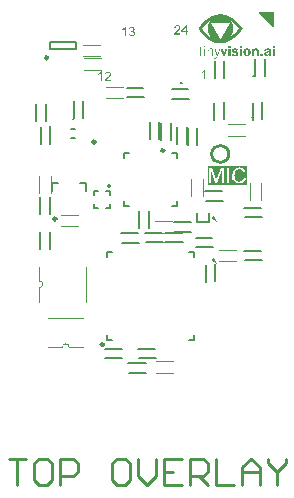
<source format=gbr>
%TF.GenerationSoftware,Altium Limited,Altium Designer,20.1.11 (218)*%
G04 Layer_Color=65535*
%FSLAX26Y26*%
%MOIN*%
%TF.SameCoordinates,F1652399-7491-40A6-9504-01A14B245E9D*%
%TF.FilePolarity,Positive*%
%TF.FileFunction,Legend,Top*%
%TF.Part,Single*%
G01*
G75*
%TA.AperFunction,NonConductor*%
%ADD61C,0.010000*%
%ADD66C,0.009842*%
%ADD79C,0.007874*%
%ADD80C,0.003937*%
%ADD81C,0.005000*%
%ADD97C,0.004724*%
G36*
X830710Y1173832D02*
X827072Y1172326D01*
X779229Y1220169D01*
X780736Y1223806D01*
X830710D01*
Y1173832D01*
D02*
G37*
G36*
X654123Y1214514D02*
X657944D01*
Y1214196D01*
X660491D01*
Y1213877D01*
X662402D01*
Y1213559D01*
X663994D01*
Y1213241D01*
X665268D01*
Y1212922D01*
X666542D01*
Y1212604D01*
X667816D01*
Y1212285D01*
X669089D01*
Y1211967D01*
X670045D01*
Y1211648D01*
X671000D01*
Y1211330D01*
X671955D01*
Y1211012D01*
X672911D01*
Y1210693D01*
X673866D01*
Y1210375D01*
X674503D01*
Y1210056D01*
X675458D01*
Y1209738D01*
X676095D01*
Y1209419D01*
X677050D01*
Y1209101D01*
X677687D01*
Y1208782D01*
X678324D01*
Y1208464D01*
X678961D01*
Y1208146D01*
X679916D01*
Y1207827D01*
X680553D01*
Y1207509D01*
X681190D01*
Y1207190D01*
X681827D01*
Y1206872D01*
X682464D01*
Y1206553D01*
X682782D01*
Y1206235D01*
X683419D01*
Y1205917D01*
X684056D01*
Y1205598D01*
X684693D01*
Y1205280D01*
X685330D01*
Y1204961D01*
X685648D01*
Y1204643D01*
X686285D01*
Y1204324D01*
X686922D01*
Y1204006D01*
X687240D01*
Y1203687D01*
X687877D01*
Y1203369D01*
X688514D01*
Y1203051D01*
X688832D01*
Y1202732D01*
X689469D01*
Y1202414D01*
X689788D01*
Y1202095D01*
X690425D01*
Y1201777D01*
X690743D01*
Y1201458D01*
X691380D01*
Y1201140D01*
X691698D01*
Y1200822D01*
X692335D01*
Y1200503D01*
X692654D01*
Y1200185D01*
X693290D01*
Y1199866D01*
X693609D01*
Y1199548D01*
X693927D01*
Y1199229D01*
X694564D01*
Y1198911D01*
X694883D01*
Y1198592D01*
X695520D01*
Y1198274D01*
X695838D01*
Y1197956D01*
X696157D01*
Y1197637D01*
X696475D01*
Y1197319D01*
X697112D01*
Y1197000D01*
X697430D01*
Y1196682D01*
X697749D01*
Y1196363D01*
X698386D01*
Y1196045D01*
X698704D01*
Y1195726D01*
X699022D01*
Y1195408D01*
X699341D01*
Y1195090D01*
X699659D01*
Y1194771D01*
X700296D01*
Y1194453D01*
X700615D01*
Y1194134D01*
X700933D01*
Y1193816D01*
X701251D01*
Y1193497D01*
X701570D01*
Y1193179D01*
X701888D01*
Y1192861D01*
X702525D01*
Y1192542D01*
X702844D01*
Y1192224D01*
X703162D01*
Y1191905D01*
X703481D01*
Y1191587D01*
X703799D01*
Y1191268D01*
X704117D01*
Y1190950D01*
X704436D01*
Y1190631D01*
X704754D01*
Y1190313D01*
X705073D01*
Y1189995D01*
X705391D01*
Y1189676D01*
X706028D01*
Y1189358D01*
X706346D01*
Y1189039D01*
X706665D01*
Y1188721D01*
X706983D01*
Y1188402D01*
X707302D01*
Y1188084D01*
X707620D01*
Y1187766D01*
X707939D01*
Y1187447D01*
X708257D01*
Y1187129D01*
X708576D01*
Y1186810D01*
X708894D01*
Y1186492D01*
X709212D01*
Y1186173D01*
X709531D01*
Y1185855D01*
X709849D01*
Y1185536D01*
X710168D01*
Y1185218D01*
X710486D01*
Y1184900D01*
X710805D01*
Y1184581D01*
X711123D01*
Y1184263D01*
X711441D01*
Y1183944D01*
Y1183626D01*
X711760D01*
Y1183307D01*
X712078D01*
Y1182989D01*
X712397D01*
Y1182671D01*
X712715D01*
Y1182352D01*
X713034D01*
Y1182034D01*
X713352D01*
Y1181715D01*
X713670D01*
Y1181397D01*
X713989D01*
Y1181078D01*
X714307D01*
Y1180760D01*
X714626D01*
Y1180441D01*
X714944D01*
Y1180123D01*
Y1179805D01*
X715263D01*
Y1179486D01*
X715581D01*
Y1179168D01*
X715900D01*
Y1178849D01*
X716218D01*
Y1178531D01*
X716536D01*
Y1178213D01*
X716855D01*
Y1177894D01*
X717173D01*
Y1177576D01*
Y1177257D01*
X717492D01*
Y1176939D01*
X717810D01*
Y1176620D01*
X718129D01*
Y1176302D01*
X718447D01*
Y1175983D01*
X718765D01*
Y1175665D01*
X719084D01*
Y1175347D01*
Y1175028D01*
X719402D01*
Y1174710D01*
X719721D01*
Y1174391D01*
X720039D01*
Y1174073D01*
X720358D01*
Y1173754D01*
Y1173436D01*
X720676D01*
Y1173118D01*
X720995D01*
Y1172799D01*
X721313D01*
Y1172481D01*
X721631D01*
Y1172162D01*
Y1171844D01*
X721950D01*
Y1171525D01*
X722268D01*
Y1171207D01*
X722587D01*
Y1170888D01*
X722905D01*
Y1170570D01*
Y1170252D01*
X723224D01*
Y1169933D01*
X723542D01*
Y1169615D01*
X723861D01*
Y1169296D01*
X724179D01*
Y1168978D01*
Y1168659D01*
X724497D01*
Y1168341D01*
X724816D01*
Y1168023D01*
X725134D01*
Y1167704D01*
Y1167386D01*
X725453D01*
Y1167067D01*
X725771D01*
Y1166749D01*
Y1166430D01*
X725453D01*
Y1166112D01*
X725134D01*
Y1165793D01*
Y1165475D01*
X724816D01*
Y1165157D01*
X724497D01*
Y1164838D01*
Y1164520D01*
X724179D01*
Y1164201D01*
X723861D01*
Y1163883D01*
Y1163564D01*
X723542D01*
Y1163246D01*
X723224D01*
Y1162928D01*
X722905D01*
Y1162609D01*
Y1162291D01*
X722587D01*
Y1161972D01*
X722268D01*
Y1161654D01*
Y1161335D01*
X721950D01*
Y1161017D01*
X721631D01*
Y1160698D01*
X721313D01*
Y1160380D01*
X720995D01*
Y1160062D01*
Y1159743D01*
X720676D01*
Y1159425D01*
X720358D01*
Y1159106D01*
X720039D01*
Y1158788D01*
Y1158469D01*
X719721D01*
Y1158151D01*
X719402D01*
Y1157832D01*
X719084D01*
Y1157514D01*
X718765D01*
Y1157196D01*
Y1156877D01*
X718447D01*
Y1156559D01*
X718129D01*
Y1156240D01*
X717810D01*
Y1155922D01*
X717492D01*
Y1155603D01*
X717173D01*
Y1155285D01*
Y1154966D01*
X716855D01*
Y1154648D01*
X716536D01*
Y1154330D01*
X716218D01*
Y1154011D01*
X715900D01*
Y1153693D01*
X715581D01*
Y1153374D01*
X715263D01*
Y1153056D01*
X714944D01*
Y1152737D01*
Y1152419D01*
X714626D01*
Y1152101D01*
X714307D01*
Y1151782D01*
X713989D01*
Y1151464D01*
X713670D01*
Y1151145D01*
X713352D01*
Y1150827D01*
X713034D01*
Y1150508D01*
X712715D01*
Y1150190D01*
X712397D01*
Y1149872D01*
X712078D01*
Y1149553D01*
X711760D01*
Y1149235D01*
X711441D01*
Y1148916D01*
X711123D01*
Y1148598D01*
X710805D01*
Y1148279D01*
X710486D01*
Y1147961D01*
X710168D01*
Y1147642D01*
Y1147324D01*
X709849D01*
Y1147006D01*
X709531D01*
Y1146687D01*
X709212D01*
Y1146369D01*
X708894D01*
Y1146050D01*
X708576D01*
Y1145732D01*
X707939D01*
Y1145414D01*
X707620D01*
Y1145095D01*
X707302D01*
Y1144777D01*
X706983D01*
Y1144458D01*
X706665D01*
Y1144140D01*
X706346D01*
Y1143821D01*
X706028D01*
Y1143503D01*
X705710D01*
Y1143184D01*
X705391D01*
Y1142866D01*
X705073D01*
Y1142547D01*
X704754D01*
Y1142229D01*
X704436D01*
Y1141911D01*
X704117D01*
Y1141592D01*
X703799D01*
Y1141274D01*
X703162D01*
Y1140955D01*
X702844D01*
Y1140637D01*
X702525D01*
Y1140318D01*
X702207D01*
Y1140000D01*
X701888D01*
Y1139682D01*
X701570D01*
Y1139363D01*
X700933D01*
Y1139045D01*
X700615D01*
Y1138726D01*
X700296D01*
Y1138408D01*
X699978D01*
Y1138089D01*
X699659D01*
Y1137771D01*
X699022D01*
Y1137453D01*
X698704D01*
Y1137134D01*
X698386D01*
Y1136816D01*
X698067D01*
Y1136497D01*
X697430D01*
Y1136179D01*
X697112D01*
Y1135860D01*
X696793D01*
Y1135542D01*
X696157D01*
Y1135223D01*
X695838D01*
Y1134905D01*
X695520D01*
Y1134586D01*
X694883D01*
Y1134268D01*
X694564D01*
Y1133950D01*
X694246D01*
Y1133631D01*
X693609D01*
Y1133313D01*
X693290D01*
Y1132994D01*
X692654D01*
Y1132676D01*
X692335D01*
Y1132358D01*
X692017D01*
Y1132039D01*
X691380D01*
Y1131721D01*
X691062D01*
Y1131402D01*
X690425D01*
Y1131084D01*
X690106D01*
Y1130765D01*
X689469D01*
Y1130447D01*
X689151D01*
Y1130129D01*
X688514D01*
Y1129810D01*
X687877D01*
Y1129492D01*
X687559D01*
Y1129173D01*
X686922D01*
Y1128855D01*
X686285D01*
Y1128536D01*
X685966D01*
Y1128218D01*
X685330D01*
Y1127899D01*
X684693D01*
Y1127581D01*
X684056D01*
Y1127263D01*
X683737D01*
Y1126944D01*
X683101D01*
Y1126626D01*
X682464D01*
Y1126307D01*
X681827D01*
Y1125989D01*
X681190D01*
Y1125670D01*
X680553D01*
Y1125352D01*
X679916D01*
Y1125034D01*
X679279D01*
Y1124715D01*
X678643D01*
Y1124397D01*
X678006D01*
Y1124078D01*
X677050D01*
Y1123760D01*
X676413D01*
Y1123441D01*
X675777D01*
Y1123123D01*
X674821D01*
Y1122804D01*
X674184D01*
Y1122486D01*
X673229D01*
Y1122168D01*
X672592D01*
Y1121849D01*
X671637D01*
Y1121531D01*
X670682D01*
Y1121212D01*
X669726D01*
Y1120894D01*
X668771D01*
Y1120575D01*
X667497D01*
Y1120257D01*
X666542D01*
Y1119938D01*
X665268D01*
Y1119620D01*
X663994D01*
Y1119302D01*
X662402D01*
Y1118983D01*
X660810D01*
Y1118665D01*
X658581D01*
Y1118346D01*
X656033D01*
Y1118028D01*
X651575D01*
Y1117709D01*
X648072D01*
Y1118028D01*
X643614D01*
Y1118346D01*
X641067D01*
Y1118665D01*
X639156D01*
Y1118983D01*
X637564D01*
Y1119302D01*
X635972D01*
Y1119620D01*
X634698D01*
Y1119938D01*
X633424D01*
Y1120257D01*
X632469D01*
Y1120575D01*
X631514D01*
Y1120894D01*
X630558D01*
Y1121212D01*
X629603D01*
Y1121531D01*
X628648D01*
Y1121849D01*
X627692D01*
Y1122168D01*
X627056D01*
Y1122486D01*
X626100D01*
Y1122804D01*
X625463D01*
Y1123123D01*
X624508D01*
Y1123441D01*
X623871D01*
Y1123760D01*
X623234D01*
Y1124078D01*
X622597D01*
Y1124397D01*
X621961D01*
Y1124715D01*
X621324D01*
Y1125034D01*
X620687D01*
Y1125352D01*
X620050D01*
Y1125670D01*
X619413D01*
Y1125989D01*
X618776D01*
Y1126307D01*
X618139D01*
Y1126626D01*
X617503D01*
Y1126944D01*
X617184D01*
Y1127263D01*
X616547D01*
Y1127581D01*
X615910D01*
Y1127899D01*
X615592D01*
Y1128218D01*
X614955D01*
Y1128536D01*
X614318D01*
Y1128855D01*
X614000D01*
Y1129173D01*
X613363D01*
Y1129492D01*
X613044D01*
Y1129810D01*
X612408D01*
Y1130129D01*
X612089D01*
Y1130447D01*
X611452D01*
Y1130765D01*
X611134D01*
Y1131084D01*
X610815D01*
Y1131402D01*
X610178D01*
Y1131721D01*
X609860D01*
Y1132039D01*
X609223D01*
Y1132358D01*
X608905D01*
Y1132676D01*
X608586D01*
Y1132994D01*
X607949D01*
Y1133313D01*
X607631D01*
Y1133631D01*
X607312D01*
Y1133950D01*
X606676D01*
Y1134268D01*
X606357D01*
Y1134586D01*
X606039D01*
Y1134905D01*
X605720D01*
Y1135223D01*
X605083D01*
Y1135542D01*
X604765D01*
Y1135860D01*
X604447D01*
Y1136179D01*
X604128D01*
Y1136497D01*
X603810D01*
Y1136816D01*
X603491D01*
Y1137134D01*
X602854D01*
Y1137453D01*
X602536D01*
Y1137771D01*
X602217D01*
Y1138089D01*
X601899D01*
Y1138408D01*
X601581D01*
Y1138726D01*
X601262D01*
Y1139045D01*
X600944D01*
Y1139363D01*
X600625D01*
Y1139682D01*
X599989D01*
Y1140000D01*
X599670D01*
Y1140318D01*
X599352D01*
Y1140637D01*
X599033D01*
Y1140955D01*
X598715D01*
Y1141274D01*
X598396D01*
Y1141592D01*
X598078D01*
Y1141911D01*
X597759D01*
Y1142229D01*
X597441D01*
Y1142547D01*
X597122D01*
Y1142866D01*
X596804D01*
Y1143184D01*
X596486D01*
Y1143503D01*
X596167D01*
Y1143821D01*
X595849D01*
Y1144140D01*
X595530D01*
Y1144458D01*
X595212D01*
Y1144777D01*
X594893D01*
Y1145095D01*
X594575D01*
Y1145414D01*
X594257D01*
Y1145732D01*
X593938D01*
Y1146050D01*
X593620D01*
Y1146369D01*
Y1146687D01*
X593301D01*
Y1147006D01*
X592983D01*
Y1147324D01*
X592664D01*
Y1147642D01*
X592346D01*
Y1147961D01*
X592028D01*
Y1148279D01*
X591709D01*
Y1148598D01*
X591391D01*
Y1148916D01*
X591072D01*
Y1149235D01*
X590754D01*
Y1149553D01*
Y1149872D01*
X590435D01*
Y1150190D01*
X590117D01*
Y1150508D01*
X589798D01*
Y1150827D01*
X589480D01*
Y1151145D01*
X589162D01*
Y1151464D01*
X588843D01*
Y1151782D01*
Y1152101D01*
X588525D01*
Y1152419D01*
X588206D01*
Y1152737D01*
X587888D01*
Y1153056D01*
X587569D01*
Y1153374D01*
X587251D01*
Y1153693D01*
Y1154011D01*
X586933D01*
Y1154330D01*
X586614D01*
Y1154648D01*
X586296D01*
Y1154966D01*
X585977D01*
Y1155285D01*
Y1155603D01*
X585659D01*
Y1155922D01*
X585340D01*
Y1156240D01*
X585022D01*
Y1156559D01*
X584703D01*
Y1156877D01*
Y1157196D01*
X584385D01*
Y1157514D01*
X584067D01*
Y1157832D01*
X583748D01*
Y1158151D01*
Y1158469D01*
X583430D01*
Y1158788D01*
X583111D01*
Y1159106D01*
X582793D01*
Y1159425D01*
Y1159743D01*
X582474D01*
Y1160062D01*
X582156D01*
Y1160380D01*
X581838D01*
Y1160698D01*
Y1161017D01*
X581519D01*
Y1161335D01*
X581201D01*
Y1161654D01*
X580882D01*
Y1161972D01*
Y1162291D01*
X580564D01*
Y1162609D01*
X580245D01*
Y1162928D01*
Y1163246D01*
X579927D01*
Y1163564D01*
X579609D01*
Y1163883D01*
X579290D01*
Y1164201D01*
Y1164520D01*
X578972D01*
Y1164838D01*
X578653D01*
Y1165157D01*
Y1165475D01*
X578335D01*
Y1165793D01*
X578016D01*
Y1166112D01*
X577698D01*
Y1166430D01*
Y1166749D01*
X578016D01*
Y1167067D01*
X578335D01*
Y1167386D01*
Y1167704D01*
X578653D01*
Y1168023D01*
Y1168341D01*
X578972D01*
Y1168659D01*
X579290D01*
Y1168978D01*
Y1169296D01*
X579609D01*
Y1169615D01*
X579927D01*
Y1169933D01*
Y1170252D01*
X580245D01*
Y1170570D01*
X580564D01*
Y1170888D01*
Y1171207D01*
X580882D01*
Y1171525D01*
X581201D01*
Y1171844D01*
Y1172162D01*
X581519D01*
Y1172481D01*
X581838D01*
Y1172799D01*
X582156D01*
Y1173118D01*
Y1173436D01*
X582474D01*
Y1173754D01*
X582793D01*
Y1174073D01*
X583111D01*
Y1174391D01*
Y1174710D01*
X583430D01*
Y1175028D01*
X583748D01*
Y1175347D01*
X584067D01*
Y1175665D01*
Y1175983D01*
X584385D01*
Y1176302D01*
X584703D01*
Y1176620D01*
X585022D01*
Y1176939D01*
Y1177257D01*
X585340D01*
Y1177576D01*
X585659D01*
Y1177894D01*
X585977D01*
Y1178213D01*
X586296D01*
Y1178531D01*
X586614D01*
Y1178849D01*
Y1179168D01*
X586933D01*
Y1179486D01*
X587251D01*
Y1179805D01*
X587569D01*
Y1180123D01*
X587888D01*
Y1180441D01*
X588206D01*
Y1180760D01*
Y1181078D01*
X588525D01*
Y1181397D01*
X588843D01*
Y1181715D01*
X589162D01*
Y1182034D01*
X589480D01*
Y1182352D01*
X589798D01*
Y1182671D01*
X590117D01*
Y1182989D01*
X590435D01*
Y1183307D01*
Y1183626D01*
X590754D01*
Y1183944D01*
X591072D01*
Y1184263D01*
X591391D01*
Y1184581D01*
X591709D01*
Y1184900D01*
X592028D01*
Y1185218D01*
X592346D01*
Y1185536D01*
X592664D01*
Y1185855D01*
X592983D01*
Y1186173D01*
X593301D01*
Y1186492D01*
X593620D01*
Y1186810D01*
X593938D01*
Y1187129D01*
X594257D01*
Y1187447D01*
X594575D01*
Y1187766D01*
X594893D01*
Y1188084D01*
X595212D01*
Y1188402D01*
X595530D01*
Y1188721D01*
X595849D01*
Y1189039D01*
X596167D01*
Y1189358D01*
X596486D01*
Y1189676D01*
X596804D01*
Y1189995D01*
X597122D01*
Y1190313D01*
X597441D01*
Y1190631D01*
X597759D01*
Y1190950D01*
X598078D01*
Y1191268D01*
X598396D01*
Y1191587D01*
X598715D01*
Y1191905D01*
X599033D01*
Y1192224D01*
X599670D01*
Y1192542D01*
X599989D01*
Y1192861D01*
X600307D01*
Y1193179D01*
X600625D01*
Y1193497D01*
X600944D01*
Y1193816D01*
X601262D01*
Y1194134D01*
X601581D01*
Y1194453D01*
X602217D01*
Y1194771D01*
X602536D01*
Y1195090D01*
X602854D01*
Y1195408D01*
X603173D01*
Y1195726D01*
X603491D01*
Y1196045D01*
X604128D01*
Y1196363D01*
X604447D01*
Y1196682D01*
X604765D01*
Y1197000D01*
X605083D01*
Y1197319D01*
X605720D01*
Y1197637D01*
X606039D01*
Y1197956D01*
X606357D01*
Y1198274D01*
X606994D01*
Y1198592D01*
X607312D01*
Y1198911D01*
X607631D01*
Y1199229D01*
X608268D01*
Y1199548D01*
X608586D01*
Y1199866D01*
X608905D01*
Y1200185D01*
X609542D01*
Y1200503D01*
X609860D01*
Y1200822D01*
X610497D01*
Y1201140D01*
X610815D01*
Y1201458D01*
X611452D01*
Y1201777D01*
X611771D01*
Y1202095D01*
X612408D01*
Y1202414D01*
X612726D01*
Y1202732D01*
X613363D01*
Y1203051D01*
X613681D01*
Y1203369D01*
X614318D01*
Y1203687D01*
X614637D01*
Y1204006D01*
X615274D01*
Y1204324D01*
X615910D01*
Y1204643D01*
X616547D01*
Y1204961D01*
X616866D01*
Y1205280D01*
X617503D01*
Y1205598D01*
X618139D01*
Y1205917D01*
X618776D01*
Y1206235D01*
X619413D01*
Y1206553D01*
X619731D01*
Y1206872D01*
X620368D01*
Y1207190D01*
X621005D01*
Y1207509D01*
X621642D01*
Y1207827D01*
X622597D01*
Y1208146D01*
X623234D01*
Y1208464D01*
X623871D01*
Y1208782D01*
X624508D01*
Y1209101D01*
X625145D01*
Y1209419D01*
X626100D01*
Y1209738D01*
X626737D01*
Y1210056D01*
X627692D01*
Y1210375D01*
X628329D01*
Y1210693D01*
X629285D01*
Y1211012D01*
X630240D01*
Y1211330D01*
X631195D01*
Y1211648D01*
X632151D01*
Y1211967D01*
X633106D01*
Y1212285D01*
X634380D01*
Y1212604D01*
X635654D01*
Y1212922D01*
X636927D01*
Y1213241D01*
X638201D01*
Y1213559D01*
X640111D01*
Y1213877D01*
X642022D01*
Y1214196D01*
X644251D01*
Y1214514D01*
X648072D01*
Y1214833D01*
X654123D01*
Y1214514D01*
D02*
G37*
G36*
X600392Y1109537D02*
Y1109390D01*
Y1109244D01*
Y1109097D01*
Y1108950D01*
Y1108804D01*
Y1108657D01*
Y1108510D01*
Y1108364D01*
Y1108217D01*
Y1108071D01*
Y1107924D01*
Y1107777D01*
Y1107631D01*
Y1107484D01*
Y1107338D01*
Y1107191D01*
Y1107044D01*
Y1106898D01*
Y1106751D01*
Y1106604D01*
Y1106458D01*
Y1106311D01*
Y1106165D01*
X596883D01*
Y1106311D01*
Y1106458D01*
Y1106604D01*
Y1106751D01*
Y1106898D01*
Y1107044D01*
Y1107191D01*
Y1107338D01*
Y1107484D01*
Y1107631D01*
Y1107777D01*
Y1107924D01*
Y1108071D01*
Y1108217D01*
Y1108364D01*
Y1108510D01*
Y1108657D01*
Y1108804D01*
Y1108950D01*
Y1109097D01*
Y1109244D01*
Y1109390D01*
Y1109537D01*
Y1109683D01*
X600392D01*
Y1109537D01*
D02*
G37*
G36*
X833798Y1110270D02*
Y1110123D01*
Y1109977D01*
Y1109830D01*
Y1109683D01*
Y1109537D01*
Y1109390D01*
Y1109244D01*
Y1109097D01*
Y1108950D01*
Y1108804D01*
Y1108657D01*
Y1108510D01*
Y1108364D01*
Y1108217D01*
Y1108071D01*
Y1107924D01*
Y1107777D01*
Y1107631D01*
Y1107484D01*
Y1107338D01*
Y1107191D01*
Y1107044D01*
Y1106898D01*
Y1106751D01*
Y1106604D01*
Y1106458D01*
Y1106311D01*
Y1106165D01*
Y1106018D01*
Y1105871D01*
Y1105725D01*
Y1105578D01*
Y1105432D01*
Y1105285D01*
Y1105138D01*
Y1104992D01*
Y1104845D01*
Y1104698D01*
Y1104552D01*
Y1104405D01*
Y1104259D01*
Y1104112D01*
Y1103965D01*
Y1103819D01*
Y1103672D01*
Y1103526D01*
Y1103379D01*
Y1103232D01*
Y1103086D01*
Y1102939D01*
X826330D01*
Y1103086D01*
Y1103232D01*
Y1103379D01*
Y1103526D01*
Y1103672D01*
Y1103819D01*
Y1103965D01*
Y1104112D01*
Y1104259D01*
Y1104405D01*
Y1104552D01*
Y1104698D01*
Y1104845D01*
Y1104992D01*
Y1105138D01*
Y1105285D01*
Y1105432D01*
Y1105578D01*
Y1105725D01*
Y1105871D01*
Y1106018D01*
Y1106165D01*
Y1106311D01*
Y1106458D01*
Y1106604D01*
Y1106751D01*
Y1106898D01*
Y1107044D01*
Y1107191D01*
Y1107338D01*
Y1107484D01*
Y1107631D01*
Y1107777D01*
Y1107924D01*
Y1108071D01*
Y1108217D01*
Y1108364D01*
Y1108510D01*
Y1108657D01*
Y1108804D01*
Y1108950D01*
Y1109097D01*
Y1109244D01*
Y1109390D01*
Y1109537D01*
Y1109683D01*
Y1109830D01*
Y1109977D01*
Y1110123D01*
Y1110270D01*
Y1110416D01*
X833798D01*
Y1110270D01*
D02*
G37*
G36*
X723116D02*
Y1110123D01*
Y1109977D01*
Y1109830D01*
Y1109683D01*
Y1109537D01*
Y1109390D01*
Y1109244D01*
Y1109097D01*
Y1108950D01*
Y1108804D01*
Y1108657D01*
Y1108510D01*
Y1108364D01*
Y1108217D01*
Y1108071D01*
Y1107924D01*
Y1107777D01*
Y1107631D01*
Y1107484D01*
Y1107338D01*
Y1107191D01*
Y1107044D01*
Y1106898D01*
Y1106751D01*
Y1106604D01*
Y1106458D01*
Y1106311D01*
Y1106165D01*
Y1106018D01*
Y1105871D01*
Y1105725D01*
Y1105578D01*
Y1105432D01*
Y1105285D01*
Y1105138D01*
Y1104992D01*
Y1104845D01*
Y1104698D01*
Y1104552D01*
Y1104405D01*
Y1104259D01*
Y1104112D01*
Y1103965D01*
Y1103819D01*
Y1103672D01*
Y1103526D01*
Y1103379D01*
Y1103232D01*
Y1103086D01*
Y1102939D01*
X715785D01*
Y1103086D01*
Y1103232D01*
Y1103379D01*
Y1103526D01*
Y1103672D01*
Y1103819D01*
Y1103965D01*
Y1104112D01*
Y1104259D01*
Y1104405D01*
Y1104552D01*
Y1104698D01*
Y1104845D01*
Y1104992D01*
Y1105138D01*
Y1105285D01*
Y1105432D01*
Y1105578D01*
Y1105725D01*
Y1105871D01*
Y1106018D01*
Y1106165D01*
Y1106311D01*
Y1106458D01*
Y1106604D01*
Y1106751D01*
Y1106898D01*
Y1107044D01*
Y1107191D01*
Y1107338D01*
Y1107484D01*
Y1107631D01*
Y1107777D01*
Y1107924D01*
Y1108071D01*
Y1108217D01*
Y1108364D01*
Y1108510D01*
Y1108657D01*
Y1108804D01*
Y1108950D01*
Y1109097D01*
Y1109244D01*
Y1109390D01*
Y1109537D01*
Y1109683D01*
Y1109830D01*
Y1109977D01*
Y1110123D01*
Y1110270D01*
Y1110416D01*
X723116D01*
Y1110270D01*
D02*
G37*
G36*
X685143D02*
Y1110123D01*
Y1109977D01*
Y1109830D01*
Y1109683D01*
Y1109537D01*
Y1109390D01*
Y1109244D01*
Y1109097D01*
Y1108950D01*
Y1108804D01*
Y1108657D01*
Y1108510D01*
Y1108364D01*
Y1108217D01*
Y1108071D01*
Y1107924D01*
Y1107777D01*
Y1107631D01*
Y1107484D01*
Y1107338D01*
Y1107191D01*
Y1107044D01*
Y1106898D01*
Y1106751D01*
Y1106604D01*
Y1106458D01*
Y1106311D01*
Y1106165D01*
Y1106018D01*
Y1105871D01*
Y1105725D01*
Y1105578D01*
Y1105432D01*
Y1105285D01*
Y1105138D01*
Y1104992D01*
Y1104845D01*
Y1104698D01*
Y1104552D01*
Y1104405D01*
Y1104259D01*
Y1104112D01*
Y1103965D01*
Y1103819D01*
Y1103672D01*
Y1103526D01*
Y1103379D01*
Y1103232D01*
Y1103086D01*
Y1102939D01*
X677813D01*
Y1103086D01*
Y1103232D01*
Y1103379D01*
Y1103526D01*
Y1103672D01*
Y1103819D01*
Y1103965D01*
Y1104112D01*
Y1104259D01*
Y1104405D01*
Y1104552D01*
Y1104698D01*
Y1104845D01*
Y1104992D01*
Y1105138D01*
Y1105285D01*
Y1105432D01*
Y1105578D01*
Y1105725D01*
Y1105871D01*
Y1106018D01*
Y1106165D01*
Y1106311D01*
Y1106458D01*
Y1106604D01*
Y1106751D01*
Y1106898D01*
Y1107044D01*
Y1107191D01*
Y1107338D01*
Y1107484D01*
Y1107631D01*
Y1107777D01*
Y1107924D01*
Y1108071D01*
Y1108217D01*
Y1108364D01*
Y1108510D01*
Y1108657D01*
Y1108804D01*
Y1108950D01*
Y1109097D01*
Y1109244D01*
Y1109390D01*
Y1109537D01*
Y1109683D01*
Y1109830D01*
Y1109977D01*
Y1110123D01*
Y1110270D01*
Y1110416D01*
X685143D01*
Y1110270D01*
D02*
G37*
G36*
X771791Y1101180D02*
X773101D01*
Y1101033D01*
X773843D01*
Y1100887D01*
X774274D01*
Y1100740D01*
X774713D01*
Y1100593D01*
X775007D01*
Y1100447D01*
X775309D01*
Y1100300D01*
X775603D01*
Y1100153D01*
X775896D01*
Y1100007D01*
X776043D01*
Y1099860D01*
X776326D01*
Y1099714D01*
X776473D01*
Y1099567D01*
X776619D01*
Y1099420D01*
X776766D01*
Y1099274D01*
X776922D01*
Y1099127D01*
X777059D01*
Y1098981D01*
X777206D01*
Y1098834D01*
X777352D01*
Y1098687D01*
X777499D01*
Y1098541D01*
X777509D01*
Y1098394D01*
X777655D01*
Y1098248D01*
X777792D01*
Y1098101D01*
X777802D01*
Y1097954D01*
X777949D01*
Y1097808D01*
Y1097661D01*
X778095D01*
Y1097515D01*
X778085D01*
Y1097368D01*
X778242D01*
Y1097221D01*
Y1097075D01*
Y1096928D01*
X778379D01*
Y1096782D01*
X778388D01*
Y1096635D01*
Y1096488D01*
X778525D01*
Y1096342D01*
Y1096195D01*
Y1096048D01*
Y1095902D01*
X778682D01*
Y1095755D01*
Y1095609D01*
Y1095462D01*
Y1095315D01*
X778672D01*
Y1095169D01*
X778828D01*
Y1095022D01*
X778818D01*
Y1094876D01*
X778828D01*
Y1094729D01*
X778818D01*
Y1094582D01*
X778828D01*
Y1094436D01*
X778818D01*
Y1094289D01*
Y1094142D01*
Y1093996D01*
X778975D01*
Y1093849D01*
X778965D01*
Y1093703D01*
Y1093556D01*
X778975D01*
Y1093409D01*
Y1093263D01*
Y1093116D01*
X778965D01*
Y1092970D01*
Y1092823D01*
Y1092676D01*
Y1092530D01*
Y1092383D01*
Y1092236D01*
Y1092090D01*
Y1091943D01*
X778975D01*
Y1091797D01*
Y1091650D01*
Y1091503D01*
Y1091357D01*
Y1091210D01*
Y1091064D01*
Y1090917D01*
Y1090770D01*
Y1090624D01*
Y1090477D01*
Y1090331D01*
Y1090184D01*
Y1090037D01*
Y1089891D01*
Y1089744D01*
Y1089598D01*
Y1089451D01*
Y1089304D01*
Y1089158D01*
Y1089011D01*
Y1088864D01*
Y1088718D01*
Y1088571D01*
Y1088425D01*
Y1088278D01*
Y1088131D01*
Y1087985D01*
Y1087838D01*
Y1087691D01*
Y1087545D01*
Y1087398D01*
Y1087252D01*
Y1087105D01*
Y1086958D01*
Y1086812D01*
Y1086665D01*
Y1086519D01*
Y1086372D01*
Y1086225D01*
Y1086079D01*
Y1085932D01*
Y1085786D01*
Y1085639D01*
Y1085492D01*
Y1085346D01*
Y1085199D01*
Y1085053D01*
Y1084906D01*
Y1084759D01*
Y1084613D01*
Y1084466D01*
Y1084320D01*
Y1084173D01*
Y1084026D01*
Y1083880D01*
Y1083733D01*
Y1083586D01*
Y1083440D01*
Y1083293D01*
Y1083147D01*
Y1083000D01*
Y1082853D01*
Y1082707D01*
Y1082560D01*
Y1082414D01*
Y1082267D01*
Y1082120D01*
Y1081974D01*
Y1081827D01*
Y1081680D01*
Y1081534D01*
Y1081387D01*
Y1081241D01*
Y1081094D01*
Y1080947D01*
Y1080801D01*
Y1080654D01*
Y1080507D01*
Y1080361D01*
Y1080214D01*
Y1080068D01*
Y1079921D01*
Y1079774D01*
Y1079628D01*
Y1079481D01*
Y1079335D01*
Y1079188D01*
Y1079042D01*
Y1078895D01*
Y1078748D01*
Y1078602D01*
Y1078455D01*
Y1078308D01*
Y1078162D01*
Y1078015D01*
Y1077869D01*
Y1077722D01*
Y1077575D01*
Y1077429D01*
Y1077282D01*
Y1077136D01*
Y1076989D01*
Y1076842D01*
Y1076696D01*
Y1076549D01*
Y1076402D01*
Y1076256D01*
Y1076109D01*
Y1075963D01*
Y1075816D01*
Y1075669D01*
Y1075523D01*
Y1075376D01*
X771644D01*
Y1075523D01*
Y1075669D01*
Y1075816D01*
Y1075963D01*
Y1076109D01*
Y1076256D01*
Y1076402D01*
Y1076549D01*
Y1076696D01*
Y1076842D01*
Y1076989D01*
Y1077136D01*
Y1077282D01*
Y1077429D01*
Y1077575D01*
Y1077722D01*
Y1077869D01*
Y1078015D01*
Y1078162D01*
Y1078308D01*
Y1078455D01*
Y1078602D01*
Y1078748D01*
Y1078895D01*
Y1079042D01*
Y1079188D01*
Y1079335D01*
Y1079481D01*
Y1079628D01*
Y1079774D01*
Y1079921D01*
Y1080068D01*
Y1080214D01*
Y1080361D01*
Y1080507D01*
Y1080654D01*
Y1080801D01*
Y1080947D01*
Y1081094D01*
Y1081241D01*
Y1081387D01*
Y1081534D01*
Y1081680D01*
Y1081827D01*
Y1081974D01*
Y1082120D01*
Y1082267D01*
Y1082414D01*
Y1082560D01*
Y1082707D01*
Y1082853D01*
Y1083000D01*
Y1083147D01*
Y1083293D01*
Y1083440D01*
Y1083586D01*
Y1083733D01*
Y1083880D01*
Y1084026D01*
Y1084173D01*
Y1084320D01*
Y1084466D01*
Y1084613D01*
Y1084759D01*
Y1084906D01*
Y1085053D01*
Y1085199D01*
Y1085346D01*
Y1085492D01*
Y1085639D01*
Y1085786D01*
Y1085932D01*
Y1086079D01*
Y1086225D01*
Y1086372D01*
Y1086519D01*
Y1086665D01*
Y1086812D01*
Y1086958D01*
Y1087105D01*
Y1087252D01*
Y1087398D01*
Y1087545D01*
Y1087691D01*
Y1087838D01*
Y1087985D01*
Y1088131D01*
Y1088278D01*
Y1088425D01*
Y1088571D01*
Y1088718D01*
Y1088864D01*
Y1089011D01*
Y1089158D01*
Y1089304D01*
Y1089451D01*
Y1089598D01*
Y1089744D01*
Y1089891D01*
Y1090037D01*
Y1090184D01*
Y1090331D01*
Y1090477D01*
Y1090624D01*
Y1090770D01*
Y1090917D01*
Y1091064D01*
Y1091210D01*
Y1091357D01*
Y1091503D01*
Y1091650D01*
Y1091797D01*
Y1091943D01*
X771498D01*
Y1092090D01*
Y1092236D01*
Y1092383D01*
Y1092530D01*
Y1092676D01*
Y1092823D01*
Y1092970D01*
Y1093116D01*
X771351D01*
Y1093263D01*
Y1093409D01*
Y1093556D01*
X771204D01*
Y1093703D01*
Y1093849D01*
X771058D01*
Y1093996D01*
Y1094142D01*
X770911D01*
Y1094289D01*
Y1094436D01*
X770765D01*
Y1094582D01*
X770618D01*
Y1094729D01*
X770471D01*
Y1094876D01*
X770325D01*
Y1095022D01*
X770032D01*
Y1095169D01*
X769738D01*
Y1095315D01*
X769445D01*
Y1095462D01*
X767246D01*
Y1095315D01*
X766796D01*
Y1095169D01*
X766513D01*
Y1095022D01*
X766356D01*
Y1094876D01*
X766063D01*
Y1094729D01*
X765926D01*
Y1094582D01*
X765780D01*
Y1094436D01*
X765623D01*
Y1094289D01*
X765487D01*
Y1094142D01*
Y1093996D01*
X765330D01*
Y1093849D01*
X765193D01*
Y1093703D01*
Y1093556D01*
X765047D01*
Y1093409D01*
Y1093263D01*
X764890D01*
Y1093116D01*
Y1092970D01*
Y1092823D01*
X764754D01*
Y1092676D01*
Y1092530D01*
Y1092383D01*
X764597D01*
Y1092236D01*
Y1092090D01*
Y1091943D01*
Y1091797D01*
Y1091650D01*
X764460D01*
Y1091503D01*
Y1091357D01*
Y1091210D01*
Y1091064D01*
Y1090917D01*
Y1090770D01*
Y1090624D01*
Y1090477D01*
Y1090331D01*
Y1090184D01*
X764314D01*
Y1090037D01*
Y1089891D01*
Y1089744D01*
Y1089598D01*
Y1089451D01*
Y1089304D01*
Y1089158D01*
Y1089011D01*
Y1088864D01*
Y1088718D01*
Y1088571D01*
Y1088425D01*
Y1088278D01*
Y1088131D01*
Y1087985D01*
Y1087838D01*
Y1087691D01*
Y1087545D01*
Y1087398D01*
Y1087252D01*
Y1087105D01*
Y1086958D01*
Y1086812D01*
Y1086665D01*
Y1086519D01*
Y1086372D01*
Y1086225D01*
Y1086079D01*
Y1085932D01*
Y1085786D01*
Y1085639D01*
Y1085492D01*
Y1085346D01*
Y1085199D01*
Y1085053D01*
Y1084906D01*
Y1084759D01*
Y1084613D01*
Y1084466D01*
Y1084320D01*
Y1084173D01*
Y1084026D01*
Y1083880D01*
Y1083733D01*
Y1083586D01*
Y1083440D01*
Y1083293D01*
Y1083147D01*
Y1083000D01*
Y1082853D01*
Y1082707D01*
Y1082560D01*
Y1082414D01*
Y1082267D01*
Y1082120D01*
Y1081974D01*
Y1081827D01*
Y1081680D01*
Y1081534D01*
Y1081387D01*
Y1081241D01*
Y1081094D01*
Y1080947D01*
Y1080801D01*
Y1080654D01*
Y1080507D01*
Y1080361D01*
Y1080214D01*
Y1080068D01*
Y1079921D01*
Y1079774D01*
Y1079628D01*
Y1079481D01*
Y1079335D01*
Y1079188D01*
Y1079042D01*
Y1078895D01*
Y1078748D01*
Y1078602D01*
Y1078455D01*
Y1078308D01*
Y1078162D01*
Y1078015D01*
Y1077869D01*
Y1077722D01*
Y1077575D01*
Y1077429D01*
Y1077282D01*
Y1077136D01*
Y1076989D01*
Y1076842D01*
Y1076696D01*
Y1076549D01*
Y1076402D01*
Y1076256D01*
Y1076109D01*
Y1075963D01*
Y1075816D01*
Y1075669D01*
Y1075523D01*
Y1075376D01*
X756983D01*
Y1075523D01*
Y1075669D01*
Y1075816D01*
Y1075963D01*
Y1076109D01*
Y1076256D01*
Y1076402D01*
Y1076549D01*
Y1076696D01*
Y1076842D01*
Y1076989D01*
Y1077136D01*
Y1077282D01*
Y1077429D01*
Y1077575D01*
Y1077722D01*
Y1077869D01*
Y1078015D01*
Y1078162D01*
Y1078308D01*
Y1078455D01*
Y1078602D01*
Y1078748D01*
Y1078895D01*
Y1079042D01*
Y1079188D01*
Y1079335D01*
Y1079481D01*
Y1079628D01*
Y1079774D01*
Y1079921D01*
Y1080068D01*
Y1080214D01*
Y1080361D01*
Y1080507D01*
Y1080654D01*
Y1080801D01*
Y1080947D01*
Y1081094D01*
Y1081241D01*
Y1081387D01*
Y1081534D01*
Y1081680D01*
Y1081827D01*
Y1081974D01*
Y1082120D01*
Y1082267D01*
Y1082414D01*
Y1082560D01*
Y1082707D01*
Y1082853D01*
Y1083000D01*
Y1083147D01*
Y1083293D01*
Y1083440D01*
Y1083586D01*
Y1083733D01*
Y1083880D01*
Y1084026D01*
Y1084173D01*
Y1084320D01*
Y1084466D01*
Y1084613D01*
Y1084759D01*
Y1084906D01*
Y1085053D01*
Y1085199D01*
Y1085346D01*
Y1085492D01*
Y1085639D01*
Y1085786D01*
Y1085932D01*
Y1086079D01*
Y1086225D01*
Y1086372D01*
Y1086519D01*
Y1086665D01*
Y1086812D01*
Y1086958D01*
Y1087105D01*
Y1087252D01*
Y1087398D01*
Y1087545D01*
Y1087691D01*
Y1087838D01*
Y1087985D01*
Y1088131D01*
Y1088278D01*
Y1088425D01*
Y1088571D01*
Y1088718D01*
Y1088864D01*
Y1089011D01*
Y1089158D01*
Y1089304D01*
Y1089451D01*
Y1089598D01*
Y1089744D01*
Y1089891D01*
Y1090037D01*
Y1090184D01*
Y1090331D01*
Y1090477D01*
Y1090624D01*
Y1090770D01*
Y1090917D01*
Y1091064D01*
Y1091210D01*
Y1091357D01*
Y1091503D01*
Y1091650D01*
Y1091797D01*
Y1091943D01*
Y1092090D01*
Y1092236D01*
Y1092383D01*
Y1092530D01*
Y1092676D01*
Y1092823D01*
Y1092970D01*
Y1093116D01*
Y1093263D01*
Y1093409D01*
Y1093556D01*
Y1093703D01*
Y1093849D01*
Y1093996D01*
Y1094142D01*
Y1094289D01*
Y1094436D01*
Y1094582D01*
Y1094729D01*
Y1094876D01*
Y1095022D01*
Y1095169D01*
Y1095315D01*
Y1095462D01*
Y1095609D01*
Y1095755D01*
Y1095902D01*
Y1096048D01*
Y1096195D01*
Y1096342D01*
Y1096488D01*
Y1096635D01*
Y1096782D01*
Y1096928D01*
Y1097075D01*
Y1097221D01*
Y1097368D01*
Y1097515D01*
Y1097661D01*
Y1097808D01*
Y1097954D01*
Y1098101D01*
Y1098248D01*
Y1098394D01*
Y1098541D01*
Y1098687D01*
Y1098834D01*
Y1098981D01*
Y1099127D01*
Y1099274D01*
Y1099420D01*
Y1099567D01*
Y1099714D01*
Y1099860D01*
Y1100007D01*
Y1100153D01*
Y1100300D01*
Y1100447D01*
Y1100593D01*
Y1100740D01*
X763864D01*
Y1100593D01*
Y1100447D01*
Y1100300D01*
Y1100153D01*
Y1100007D01*
Y1099860D01*
Y1099714D01*
Y1099567D01*
Y1099420D01*
Y1099274D01*
Y1099127D01*
Y1098981D01*
Y1098834D01*
Y1098687D01*
Y1098541D01*
Y1098394D01*
Y1098248D01*
Y1098101D01*
Y1097954D01*
Y1097808D01*
Y1097661D01*
Y1097515D01*
Y1097368D01*
Y1097221D01*
Y1097075D01*
Y1096928D01*
Y1096782D01*
Y1096635D01*
Y1096488D01*
X764020D01*
Y1096635D01*
Y1096782D01*
X764167D01*
Y1096928D01*
X764314D01*
Y1097075D01*
Y1097221D01*
X764460D01*
Y1097368D01*
Y1097515D01*
X764607D01*
Y1097661D01*
X764754D01*
Y1097808D01*
Y1097954D01*
X764900D01*
Y1098101D01*
X765047D01*
Y1098248D01*
X765193D01*
Y1098394D01*
Y1098541D01*
X765340D01*
Y1098687D01*
X765487D01*
Y1098834D01*
X765633D01*
Y1098981D01*
X765780D01*
Y1099127D01*
X765926D01*
Y1099274D01*
X766073D01*
Y1099420D01*
X766220D01*
Y1099567D01*
X766366D01*
Y1099714D01*
X766513D01*
Y1099860D01*
X766659D01*
Y1100007D01*
X766806D01*
Y1100153D01*
X767099D01*
Y1100300D01*
X767246D01*
Y1100447D01*
X767539D01*
Y1100593D01*
X767832D01*
Y1100740D01*
X768272D01*
Y1100887D01*
X768712D01*
Y1101033D01*
X769298D01*
Y1101180D01*
X770618D01*
Y1101326D01*
X771791D01*
Y1101180D01*
D02*
G37*
G36*
X620781Y1101326D02*
X621660D01*
Y1101180D01*
X622247D01*
Y1101033D01*
X622687D01*
Y1100887D01*
X623117D01*
Y1100740D01*
X623420D01*
Y1100593D01*
X623713D01*
Y1100447D01*
X623850D01*
Y1100300D01*
X624153D01*
Y1100153D01*
X624446D01*
Y1100007D01*
X624593D01*
Y1099860D01*
X624739D01*
Y1099714D01*
X624876D01*
Y1099567D01*
X625033D01*
Y1099420D01*
X625326D01*
Y1099274D01*
X625472D01*
Y1099127D01*
X625462D01*
Y1098981D01*
X625609D01*
Y1098834D01*
X625756D01*
Y1098687D01*
X625902D01*
Y1098541D01*
X626059D01*
Y1098394D01*
X626049D01*
Y1098248D01*
X626205D01*
Y1098101D01*
X626352D01*
Y1097954D01*
X626342D01*
Y1097808D01*
X626499D01*
Y1097661D01*
X626489D01*
Y1097515D01*
X626645D01*
Y1097368D01*
X626635D01*
Y1097221D01*
X626792D01*
Y1097075D01*
X626782D01*
Y1096928D01*
X626938D01*
Y1096782D01*
Y1096635D01*
X626929D01*
Y1096488D01*
X627085D01*
Y1096342D01*
X627075D01*
Y1096195D01*
Y1096048D01*
X627232D01*
Y1095902D01*
X627222D01*
Y1095755D01*
Y1095609D01*
Y1095462D01*
X627378D01*
Y1095315D01*
Y1095169D01*
Y1095022D01*
Y1094876D01*
Y1094729D01*
Y1094582D01*
X627515D01*
Y1094436D01*
Y1094289D01*
Y1094142D01*
X627525D01*
Y1093996D01*
Y1093849D01*
Y1093703D01*
Y1093556D01*
Y1093409D01*
Y1093263D01*
X627662D01*
Y1093116D01*
Y1092970D01*
Y1092823D01*
Y1092676D01*
X627671D01*
Y1092530D01*
Y1092383D01*
Y1092236D01*
Y1092090D01*
Y1091943D01*
Y1091797D01*
Y1091650D01*
Y1091503D01*
Y1091357D01*
Y1091210D01*
Y1091064D01*
Y1090917D01*
Y1090770D01*
Y1090624D01*
Y1090477D01*
Y1090331D01*
Y1090184D01*
Y1090037D01*
Y1089891D01*
Y1089744D01*
Y1089598D01*
Y1089451D01*
Y1089304D01*
Y1089158D01*
Y1089011D01*
Y1088864D01*
Y1088718D01*
Y1088571D01*
Y1088425D01*
Y1088278D01*
Y1088131D01*
Y1087985D01*
Y1087838D01*
Y1087691D01*
Y1087545D01*
Y1087398D01*
Y1087252D01*
Y1087105D01*
Y1086958D01*
Y1086812D01*
Y1086665D01*
Y1086519D01*
Y1086372D01*
Y1086225D01*
Y1086079D01*
Y1085932D01*
Y1085786D01*
Y1085639D01*
Y1085492D01*
Y1085346D01*
Y1085199D01*
Y1085053D01*
Y1084906D01*
Y1084759D01*
Y1084613D01*
Y1084466D01*
Y1084320D01*
Y1084173D01*
Y1084026D01*
Y1083880D01*
Y1083733D01*
Y1083586D01*
Y1083440D01*
Y1083293D01*
Y1083147D01*
Y1083000D01*
Y1082853D01*
Y1082707D01*
Y1082560D01*
Y1082414D01*
Y1082267D01*
Y1082120D01*
Y1081974D01*
Y1081827D01*
Y1081680D01*
Y1081534D01*
Y1081387D01*
Y1081241D01*
Y1081094D01*
Y1080947D01*
Y1080801D01*
Y1080654D01*
Y1080507D01*
Y1080361D01*
Y1080214D01*
Y1080068D01*
Y1079921D01*
Y1079774D01*
Y1079628D01*
Y1079481D01*
Y1079335D01*
Y1079188D01*
Y1079042D01*
Y1078895D01*
Y1078748D01*
Y1078602D01*
Y1078455D01*
Y1078308D01*
Y1078162D01*
Y1078015D01*
Y1077869D01*
Y1077722D01*
Y1077575D01*
Y1077429D01*
Y1077282D01*
Y1077136D01*
Y1076989D01*
Y1076842D01*
Y1076696D01*
Y1076549D01*
Y1076402D01*
Y1076256D01*
Y1076109D01*
Y1075963D01*
Y1075816D01*
Y1075669D01*
Y1075523D01*
Y1075376D01*
X624739D01*
Y1075523D01*
Y1075669D01*
Y1075816D01*
Y1075963D01*
Y1076109D01*
Y1076256D01*
Y1076402D01*
Y1076549D01*
Y1076696D01*
Y1076842D01*
Y1076989D01*
Y1077136D01*
Y1077282D01*
Y1077429D01*
Y1077575D01*
Y1077722D01*
Y1077869D01*
Y1078015D01*
Y1078162D01*
Y1078308D01*
Y1078455D01*
Y1078602D01*
Y1078748D01*
Y1078895D01*
Y1079042D01*
Y1079188D01*
Y1079335D01*
Y1079481D01*
Y1079628D01*
Y1079774D01*
Y1079921D01*
Y1080068D01*
Y1080214D01*
Y1080361D01*
Y1080507D01*
Y1080654D01*
Y1080801D01*
Y1080947D01*
Y1081094D01*
Y1081241D01*
Y1081387D01*
Y1081534D01*
Y1081680D01*
Y1081827D01*
Y1081974D01*
Y1082120D01*
Y1082267D01*
Y1082414D01*
Y1082560D01*
Y1082707D01*
Y1082853D01*
Y1083000D01*
Y1083147D01*
Y1083293D01*
Y1083440D01*
Y1083586D01*
Y1083733D01*
Y1083880D01*
Y1084026D01*
Y1084173D01*
Y1084320D01*
Y1084466D01*
Y1084613D01*
Y1084759D01*
Y1084906D01*
Y1085053D01*
Y1085199D01*
Y1085346D01*
Y1085492D01*
Y1085639D01*
Y1085786D01*
Y1085932D01*
Y1086079D01*
Y1086225D01*
Y1086372D01*
Y1086519D01*
Y1086665D01*
Y1086812D01*
Y1086958D01*
Y1087105D01*
Y1087252D01*
Y1087398D01*
Y1087545D01*
Y1087691D01*
Y1087838D01*
Y1087985D01*
Y1088131D01*
Y1088278D01*
Y1088425D01*
Y1088571D01*
Y1088718D01*
Y1088864D01*
Y1089011D01*
Y1089158D01*
Y1089304D01*
Y1089451D01*
Y1089598D01*
Y1089744D01*
Y1089891D01*
Y1090037D01*
Y1090184D01*
Y1090331D01*
Y1090477D01*
Y1090624D01*
Y1090770D01*
Y1090917D01*
Y1091064D01*
Y1091210D01*
Y1091357D01*
Y1091503D01*
Y1091650D01*
Y1091797D01*
Y1091943D01*
Y1092090D01*
Y1092236D01*
Y1092383D01*
Y1092530D01*
Y1092676D01*
X624593D01*
Y1092823D01*
Y1092970D01*
Y1093116D01*
Y1093263D01*
Y1093409D01*
Y1093556D01*
Y1093703D01*
Y1093849D01*
Y1093996D01*
Y1094142D01*
X624446D01*
Y1094289D01*
Y1094436D01*
Y1094582D01*
Y1094729D01*
Y1094876D01*
X624299D01*
Y1095022D01*
Y1095169D01*
Y1095315D01*
Y1095462D01*
X624153D01*
Y1095609D01*
Y1095755D01*
Y1095902D01*
X624006D01*
Y1096048D01*
Y1096195D01*
Y1096342D01*
X623860D01*
Y1096488D01*
Y1096635D01*
X623713D01*
Y1096782D01*
Y1096928D01*
X623566D01*
Y1097075D01*
X623420D01*
Y1097221D01*
Y1097368D01*
X623273D01*
Y1097515D01*
X623126D01*
Y1097661D01*
X622980D01*
Y1097808D01*
X622833D01*
Y1097954D01*
X622687D01*
Y1098101D01*
X622540D01*
Y1098248D01*
X622247D01*
Y1098394D01*
X621954D01*
Y1098541D01*
X621660D01*
Y1098687D01*
X621221D01*
Y1098834D01*
X620634D01*
Y1098981D01*
X617985D01*
Y1098834D01*
X617252D01*
Y1098687D01*
X616822D01*
Y1098541D01*
X616519D01*
Y1098394D01*
X616089D01*
Y1098248D01*
X615796D01*
Y1098101D01*
X615649D01*
Y1097954D01*
X615346D01*
Y1097808D01*
X615063D01*
Y1097661D01*
X614907D01*
Y1097515D01*
X614770D01*
Y1097368D01*
X614623D01*
Y1097221D01*
X614330D01*
Y1097075D01*
X614183D01*
Y1096928D01*
X614037D01*
Y1096782D01*
X613880D01*
Y1096635D01*
X613734D01*
Y1096488D01*
Y1096342D01*
X613587D01*
Y1096195D01*
X613450D01*
Y1096048D01*
X613303D01*
Y1095902D01*
X613147D01*
Y1095755D01*
Y1095609D01*
X613010D01*
Y1095462D01*
X612854D01*
Y1095315D01*
Y1095169D01*
X612717D01*
Y1095022D01*
Y1094876D01*
X612571D01*
Y1094729D01*
Y1094582D01*
X612414D01*
Y1094436D01*
Y1094289D01*
X612277D01*
Y1094142D01*
Y1093996D01*
X612121D01*
Y1093849D01*
Y1093703D01*
Y1093556D01*
X611984D01*
Y1093409D01*
Y1093263D01*
X611837D01*
Y1093116D01*
Y1092970D01*
Y1092823D01*
Y1092676D01*
X611681D01*
Y1092530D01*
Y1092383D01*
Y1092236D01*
Y1092090D01*
X611544D01*
Y1091943D01*
Y1091797D01*
Y1091650D01*
Y1091503D01*
Y1091357D01*
Y1091210D01*
X611388D01*
Y1091064D01*
Y1090917D01*
Y1090770D01*
Y1090624D01*
Y1090477D01*
Y1090331D01*
Y1090184D01*
Y1090037D01*
Y1089891D01*
Y1089744D01*
Y1089598D01*
Y1089451D01*
Y1089304D01*
Y1089158D01*
Y1089011D01*
Y1088864D01*
Y1088718D01*
Y1088571D01*
Y1088425D01*
Y1088278D01*
Y1088131D01*
Y1087985D01*
Y1087838D01*
Y1087691D01*
Y1087545D01*
Y1087398D01*
Y1087252D01*
Y1087105D01*
Y1086958D01*
Y1086812D01*
Y1086665D01*
Y1086519D01*
Y1086372D01*
Y1086225D01*
Y1086079D01*
Y1085932D01*
Y1085786D01*
Y1085639D01*
Y1085492D01*
Y1085346D01*
Y1085199D01*
Y1085053D01*
Y1084906D01*
Y1084759D01*
Y1084613D01*
Y1084466D01*
Y1084320D01*
Y1084173D01*
Y1084026D01*
Y1083880D01*
Y1083733D01*
Y1083586D01*
Y1083440D01*
Y1083293D01*
Y1083147D01*
Y1083000D01*
Y1082853D01*
Y1082707D01*
Y1082560D01*
Y1082414D01*
Y1082267D01*
Y1082120D01*
Y1081974D01*
Y1081827D01*
Y1081680D01*
Y1081534D01*
Y1081387D01*
Y1081241D01*
Y1081094D01*
Y1080947D01*
Y1080801D01*
Y1080654D01*
Y1080507D01*
Y1080361D01*
Y1080214D01*
Y1080068D01*
Y1079921D01*
Y1079774D01*
Y1079628D01*
Y1079481D01*
Y1079335D01*
Y1079188D01*
Y1079042D01*
Y1078895D01*
Y1078748D01*
Y1078602D01*
Y1078455D01*
Y1078308D01*
Y1078162D01*
Y1078015D01*
Y1077869D01*
Y1077722D01*
Y1077575D01*
Y1077429D01*
Y1077282D01*
Y1077136D01*
Y1076989D01*
Y1076842D01*
Y1076696D01*
Y1076549D01*
Y1076402D01*
Y1076256D01*
Y1076109D01*
Y1075963D01*
Y1075816D01*
Y1075669D01*
Y1075523D01*
Y1075376D01*
X608319D01*
Y1075523D01*
Y1075669D01*
Y1075816D01*
Y1075963D01*
Y1076109D01*
Y1076256D01*
Y1076402D01*
Y1076549D01*
Y1076696D01*
Y1076842D01*
Y1076989D01*
Y1077136D01*
Y1077282D01*
Y1077429D01*
Y1077575D01*
Y1077722D01*
Y1077869D01*
Y1078015D01*
Y1078162D01*
Y1078308D01*
Y1078455D01*
Y1078602D01*
Y1078748D01*
Y1078895D01*
Y1079042D01*
Y1079188D01*
Y1079335D01*
Y1079481D01*
Y1079628D01*
Y1079774D01*
Y1079921D01*
Y1080068D01*
Y1080214D01*
Y1080361D01*
Y1080507D01*
Y1080654D01*
Y1080801D01*
Y1080947D01*
Y1081094D01*
Y1081241D01*
Y1081387D01*
Y1081534D01*
Y1081680D01*
Y1081827D01*
Y1081974D01*
Y1082120D01*
Y1082267D01*
Y1082414D01*
Y1082560D01*
Y1082707D01*
Y1082853D01*
Y1083000D01*
Y1083147D01*
Y1083293D01*
Y1083440D01*
Y1083586D01*
Y1083733D01*
Y1083880D01*
Y1084026D01*
Y1084173D01*
Y1084320D01*
Y1084466D01*
Y1084613D01*
Y1084759D01*
Y1084906D01*
Y1085053D01*
Y1085199D01*
Y1085346D01*
Y1085492D01*
Y1085639D01*
Y1085786D01*
Y1085932D01*
Y1086079D01*
Y1086225D01*
Y1086372D01*
Y1086519D01*
Y1086665D01*
Y1086812D01*
Y1086958D01*
Y1087105D01*
Y1087252D01*
Y1087398D01*
Y1087545D01*
Y1087691D01*
Y1087838D01*
Y1087985D01*
Y1088131D01*
Y1088278D01*
Y1088425D01*
Y1088571D01*
Y1088718D01*
Y1088864D01*
Y1089011D01*
Y1089158D01*
Y1089304D01*
Y1089451D01*
Y1089598D01*
Y1089744D01*
Y1089891D01*
Y1090037D01*
Y1090184D01*
Y1090331D01*
Y1090477D01*
Y1090624D01*
Y1090770D01*
Y1090917D01*
Y1091064D01*
Y1091210D01*
Y1091357D01*
Y1091503D01*
Y1091650D01*
Y1091797D01*
Y1091943D01*
Y1092090D01*
Y1092236D01*
Y1092383D01*
Y1092530D01*
Y1092676D01*
Y1092823D01*
Y1092970D01*
Y1093116D01*
Y1093263D01*
Y1093409D01*
Y1093556D01*
Y1093703D01*
Y1093849D01*
Y1093996D01*
Y1094142D01*
Y1094289D01*
Y1094436D01*
Y1094582D01*
Y1094729D01*
Y1094876D01*
Y1095022D01*
Y1095169D01*
Y1095315D01*
Y1095462D01*
Y1095609D01*
Y1095755D01*
Y1095902D01*
Y1096048D01*
Y1096195D01*
Y1096342D01*
Y1096488D01*
Y1096635D01*
Y1096782D01*
Y1096928D01*
Y1097075D01*
Y1097221D01*
Y1097368D01*
Y1097515D01*
Y1097661D01*
Y1097808D01*
Y1097954D01*
Y1098101D01*
Y1098248D01*
Y1098394D01*
Y1098541D01*
Y1098687D01*
Y1098834D01*
Y1098981D01*
Y1099127D01*
Y1099274D01*
Y1099420D01*
Y1099567D01*
Y1099714D01*
Y1099860D01*
Y1100007D01*
Y1100153D01*
Y1100300D01*
Y1100447D01*
Y1100593D01*
Y1100740D01*
X611388D01*
Y1100593D01*
Y1100447D01*
Y1100300D01*
Y1100153D01*
Y1100007D01*
Y1099860D01*
Y1099714D01*
Y1099567D01*
Y1099420D01*
Y1099274D01*
Y1099127D01*
Y1098981D01*
Y1098834D01*
Y1098687D01*
Y1098541D01*
Y1098394D01*
Y1098248D01*
Y1098101D01*
Y1097954D01*
Y1097808D01*
Y1097661D01*
Y1097515D01*
Y1097368D01*
Y1097221D01*
Y1097075D01*
Y1096928D01*
Y1096782D01*
Y1096635D01*
Y1096488D01*
Y1096342D01*
Y1096195D01*
Y1096048D01*
X611544D01*
Y1096195D01*
Y1096342D01*
X611691D01*
Y1096488D01*
Y1096635D01*
X611837D01*
Y1096782D01*
Y1096928D01*
X611984D01*
Y1097075D01*
X612131D01*
Y1097221D01*
Y1097368D01*
X612277D01*
Y1097515D01*
X612424D01*
Y1097661D01*
Y1097808D01*
X612571D01*
Y1097954D01*
X612717D01*
Y1098101D01*
X612864D01*
Y1098248D01*
Y1098394D01*
X613010D01*
Y1098541D01*
X613157D01*
Y1098687D01*
X613303D01*
Y1098834D01*
X613450D01*
Y1098981D01*
X613597D01*
Y1099127D01*
X613743D01*
Y1099274D01*
X613890D01*
Y1099420D01*
X614037D01*
Y1099567D01*
X614183D01*
Y1099714D01*
X614476D01*
Y1099860D01*
X614623D01*
Y1100007D01*
X614770D01*
Y1100153D01*
X615063D01*
Y1100300D01*
X615209D01*
Y1100447D01*
X615503D01*
Y1100593D01*
X615796D01*
Y1100740D01*
X616236D01*
Y1100887D01*
X616529D01*
Y1101033D01*
X616969D01*
Y1101180D01*
X617555D01*
Y1101326D01*
X618435D01*
Y1101473D01*
X620781D01*
Y1101326D01*
D02*
G37*
G36*
X700968Y1101180D02*
X702727D01*
Y1101033D01*
X703616D01*
Y1100887D01*
X704193D01*
Y1100740D01*
X704643D01*
Y1100593D01*
X705082D01*
Y1100447D01*
X705366D01*
Y1100300D01*
X705669D01*
Y1100153D01*
X705962D01*
Y1100007D01*
X706246D01*
Y1099860D01*
X706549D01*
Y1099714D01*
X706695D01*
Y1099567D01*
X706979D01*
Y1099420D01*
X707135D01*
Y1099274D01*
X707272D01*
Y1099127D01*
X707418D01*
Y1098981D01*
X707721D01*
Y1098834D01*
X707868D01*
Y1098687D01*
X708005D01*
Y1098541D01*
X708152D01*
Y1098394D01*
Y1098248D01*
X708298D01*
Y1098101D01*
X708445D01*
Y1097954D01*
X708591D01*
Y1097808D01*
X708748D01*
Y1097661D01*
Y1097515D01*
X708885D01*
Y1097368D01*
X709031D01*
Y1097221D01*
X709041D01*
Y1097075D01*
X709178D01*
Y1096928D01*
X709324D01*
Y1096782D01*
Y1096635D01*
X709481D01*
Y1096488D01*
Y1096342D01*
X709618D01*
Y1096195D01*
Y1096048D01*
X709764D01*
Y1095902D01*
X709774D01*
Y1095755D01*
X709911D01*
Y1095609D01*
Y1095462D01*
X710058D01*
Y1095315D01*
X710067D01*
Y1095169D01*
X710204D01*
Y1095022D01*
X710214D01*
Y1094876D01*
X710351D01*
Y1094729D01*
X710214D01*
Y1094582D01*
X709618D01*
Y1094436D01*
X709188D01*
Y1094289D01*
X708601D01*
Y1094142D01*
X708015D01*
Y1093996D01*
X707575D01*
Y1093849D01*
X706989D01*
Y1093703D01*
X706392D01*
Y1093556D01*
X705952D01*
Y1093409D01*
X705376D01*
Y1093263D01*
X704936D01*
Y1093409D01*
Y1093556D01*
X704789D01*
Y1093703D01*
Y1093849D01*
X704643D01*
Y1093996D01*
Y1094142D01*
Y1094289D01*
X704496D01*
Y1094436D01*
X704349D01*
Y1094582D01*
Y1094729D01*
X704203D01*
Y1094876D01*
Y1095022D01*
X704056D01*
Y1095169D01*
X703910D01*
Y1095315D01*
X703763D01*
Y1095462D01*
X703616D01*
Y1095609D01*
X703470D01*
Y1095755D01*
X703177D01*
Y1095902D01*
X703030D01*
Y1096048D01*
X702737D01*
Y1096195D01*
X702443D01*
Y1096342D01*
X702004D01*
Y1096488D01*
X701271D01*
Y1096635D01*
X698778D01*
Y1096488D01*
X698045D01*
Y1096342D01*
X697605D01*
Y1096195D01*
X697312D01*
Y1096048D01*
X697165D01*
Y1095902D01*
X696862D01*
Y1095755D01*
X696716D01*
Y1095609D01*
X696579D01*
Y1095462D01*
X696423D01*
Y1095315D01*
X696432D01*
Y1095169D01*
X696276D01*
Y1095022D01*
Y1094876D01*
Y1094729D01*
X696286D01*
Y1094582D01*
X696139D01*
Y1094436D01*
Y1094289D01*
Y1094142D01*
Y1093996D01*
X696286D01*
Y1093849D01*
Y1093703D01*
Y1093556D01*
Y1093409D01*
X696423D01*
Y1093263D01*
X696579D01*
Y1093116D01*
X696716D01*
Y1092970D01*
X696872D01*
Y1092823D01*
X697019D01*
Y1092676D01*
X697312D01*
Y1092530D01*
X697752D01*
Y1092383D01*
X698338D01*
Y1092236D01*
X699071D01*
Y1092090D01*
X699951D01*
Y1091943D01*
X700977D01*
Y1091797D01*
X702004D01*
Y1091650D01*
X702883D01*
Y1091503D01*
X703753D01*
Y1091357D01*
X704496D01*
Y1091210D01*
X705229D01*
Y1091064D01*
X705806D01*
Y1090917D01*
X706255D01*
Y1090770D01*
X706685D01*
Y1090624D01*
X707135D01*
Y1090477D01*
X707418D01*
Y1090331D01*
X707721D01*
Y1090184D01*
X708005D01*
Y1090037D01*
X708298D01*
Y1089891D01*
X708445D01*
Y1089744D01*
X708748D01*
Y1089598D01*
X708885D01*
Y1089451D01*
X709041D01*
Y1089304D01*
X709188D01*
Y1089158D01*
X709324D01*
Y1089011D01*
X709481D01*
Y1088864D01*
X709627D01*
Y1088718D01*
X709764D01*
Y1088571D01*
X709911D01*
Y1088425D01*
X710067D01*
Y1088278D01*
X710058D01*
Y1088131D01*
X710214D01*
Y1087985D01*
X710361D01*
Y1087838D01*
Y1087691D01*
X710507D01*
Y1087545D01*
X710497D01*
Y1087398D01*
X710644D01*
Y1087252D01*
X710654D01*
Y1087105D01*
X710800D01*
Y1086958D01*
X710791D01*
Y1086812D01*
X710947D01*
Y1086665D01*
Y1086519D01*
X710937D01*
Y1086372D01*
X711094D01*
Y1086225D01*
Y1086079D01*
X711084D01*
Y1085932D01*
X711240D01*
Y1085786D01*
X711230D01*
Y1085639D01*
X711240D01*
Y1085492D01*
Y1085346D01*
Y1085199D01*
X711377D01*
Y1085053D01*
Y1084906D01*
Y1084759D01*
X711387D01*
Y1084613D01*
Y1084466D01*
X711377D01*
Y1084320D01*
X711387D01*
Y1084173D01*
Y1084026D01*
Y1083880D01*
X711377D01*
Y1083733D01*
X711387D01*
Y1083586D01*
X711377D01*
Y1083440D01*
X711387D01*
Y1083293D01*
Y1083147D01*
X711377D01*
Y1083000D01*
Y1082853D01*
Y1082707D01*
Y1082560D01*
Y1082414D01*
Y1082267D01*
Y1082120D01*
X711240D01*
Y1081974D01*
Y1081827D01*
Y1081680D01*
X711230D01*
Y1081534D01*
X711094D01*
Y1081387D01*
X711084D01*
Y1081241D01*
X711094D01*
Y1081094D01*
X711084D01*
Y1080947D01*
X710947D01*
Y1080801D01*
X710937D01*
Y1080654D01*
X710791D01*
Y1080507D01*
X710800D01*
Y1080361D01*
Y1080214D01*
X710644D01*
Y1080068D01*
Y1079921D01*
X710507D01*
Y1079774D01*
Y1079628D01*
X710351D01*
Y1079481D01*
X710204D01*
Y1079335D01*
X710214D01*
Y1079188D01*
X710067D01*
Y1079042D01*
X709921D01*
Y1078895D01*
X709911D01*
Y1078748D01*
X709774D01*
Y1078602D01*
X709627D01*
Y1078455D01*
X709481D01*
Y1078308D01*
X709324D01*
Y1078162D01*
X709178D01*
Y1078015D01*
X709041D01*
Y1077869D01*
X708894D01*
Y1077722D01*
X708748D01*
Y1077575D01*
X708591D01*
Y1077429D01*
X708445D01*
Y1077282D01*
X708308D01*
Y1077136D01*
X708015D01*
Y1076989D01*
X707858D01*
Y1076842D01*
X707575D01*
Y1076696D01*
X707428D01*
Y1076549D01*
X707125D01*
Y1076402D01*
X706842D01*
Y1076256D01*
X706549D01*
Y1076109D01*
X706109D01*
Y1075963D01*
X705806D01*
Y1075816D01*
X705376D01*
Y1075669D01*
X704926D01*
Y1075523D01*
X704486D01*
Y1075376D01*
X703753D01*
Y1075230D01*
X703020D01*
Y1075083D01*
X701847D01*
Y1074936D01*
X698045D01*
Y1075083D01*
X696872D01*
Y1075230D01*
X696139D01*
Y1075376D01*
X695553D01*
Y1075523D01*
X694966D01*
Y1075669D01*
X694673D01*
Y1075816D01*
X694233D01*
Y1075963D01*
X693940D01*
Y1076109D01*
X693647D01*
Y1076256D01*
X693354D01*
Y1076402D01*
X693060D01*
Y1076549D01*
X692767D01*
Y1076696D01*
X692620D01*
Y1076842D01*
X692327D01*
Y1076989D01*
X692181D01*
Y1077136D01*
X691887D01*
Y1077282D01*
X691741D01*
Y1077429D01*
X691594D01*
Y1077575D01*
X691448D01*
Y1077722D01*
X691301D01*
Y1077869D01*
X691154D01*
Y1078015D01*
X691008D01*
Y1078162D01*
X690861D01*
Y1078308D01*
X690715D01*
Y1078455D01*
X690568D01*
Y1078602D01*
X690421D01*
Y1078748D01*
X690275D01*
Y1078895D01*
X690128D01*
Y1079042D01*
X689981D01*
Y1079188D01*
Y1079335D01*
X689835D01*
Y1079481D01*
X689688D01*
Y1079628D01*
Y1079774D01*
X689542D01*
Y1079921D01*
Y1080068D01*
X689395D01*
Y1080214D01*
Y1080361D01*
X689248D01*
Y1080507D01*
Y1080654D01*
X689102D01*
Y1080801D01*
Y1080947D01*
X688955D01*
Y1081094D01*
Y1081241D01*
Y1081387D01*
X688809D01*
Y1081534D01*
Y1081680D01*
Y1081827D01*
Y1081974D01*
X688662D01*
Y1082120D01*
Y1082267D01*
Y1082414D01*
X689395D01*
Y1082560D01*
X690568D01*
Y1082707D01*
X691594D01*
Y1082853D01*
X692620D01*
Y1083000D01*
X693647D01*
Y1083147D01*
X694957D01*
Y1083000D01*
Y1082853D01*
X694966D01*
Y1082707D01*
X695103D01*
Y1082560D01*
Y1082414D01*
X695260D01*
Y1082267D01*
Y1082120D01*
X695396D01*
Y1081974D01*
X695406D01*
Y1081827D01*
X695553D01*
Y1081680D01*
X695690D01*
Y1081534D01*
X695846D01*
Y1081387D01*
X695983D01*
Y1081241D01*
X696139D01*
Y1081094D01*
X696286D01*
Y1080947D01*
X696432D01*
Y1080801D01*
X696569D01*
Y1080654D01*
X696872D01*
Y1080507D01*
X697156D01*
Y1080361D01*
X697596D01*
Y1080214D01*
X698035D01*
Y1080068D01*
X698622D01*
Y1079921D01*
X700244D01*
Y1079774D01*
X700684D01*
Y1079921D01*
X702150D01*
Y1080068D01*
X702737D01*
Y1080214D01*
X703177D01*
Y1080361D01*
X703470D01*
Y1080507D01*
X703763D01*
Y1080654D01*
X704056D01*
Y1080801D01*
X704203D01*
Y1080947D01*
X704349D01*
Y1081094D01*
X704496D01*
Y1081241D01*
X704643D01*
Y1081387D01*
X704789D01*
Y1081534D01*
Y1081680D01*
X704936D01*
Y1081827D01*
Y1081974D01*
Y1082120D01*
Y1082267D01*
Y1082414D01*
Y1082560D01*
Y1082707D01*
Y1082853D01*
Y1083000D01*
Y1083147D01*
X704789D01*
Y1083293D01*
Y1083440D01*
X704643D01*
Y1083586D01*
X704496D01*
Y1083733D01*
X704349D01*
Y1083880D01*
X704056D01*
Y1084026D01*
X703763D01*
Y1084173D01*
X703323D01*
Y1084320D01*
X702737D01*
Y1084466D01*
X701857D01*
Y1084613D01*
X700831D01*
Y1084759D01*
X699951D01*
Y1084906D01*
X699071D01*
Y1085053D01*
X698338D01*
Y1085199D01*
X697605D01*
Y1085346D01*
X696872D01*
Y1085492D01*
X696286D01*
Y1085639D01*
X695699D01*
Y1085786D01*
X695113D01*
Y1085932D01*
X694673D01*
Y1086079D01*
X694233D01*
Y1086225D01*
X693793D01*
Y1086372D01*
X693500D01*
Y1086519D01*
X693207D01*
Y1086665D01*
X692914D01*
Y1086812D01*
X692767D01*
Y1086958D01*
X692474D01*
Y1087105D01*
X692327D01*
Y1087252D01*
X692181D01*
Y1087398D01*
X692034D01*
Y1087545D01*
X691741D01*
Y1087691D01*
X691594D01*
Y1087838D01*
Y1087985D01*
X691448D01*
Y1088131D01*
X691301D01*
Y1088278D01*
X691154D01*
Y1088425D01*
X691008D01*
Y1088571D01*
X690861D01*
Y1088718D01*
Y1088864D01*
X690715D01*
Y1089011D01*
X690568D01*
Y1089158D01*
Y1089304D01*
X690421D01*
Y1089451D01*
Y1089598D01*
X690275D01*
Y1089744D01*
Y1089891D01*
X690128D01*
Y1090037D01*
Y1090184D01*
Y1090331D01*
X689981D01*
Y1090477D01*
Y1090624D01*
Y1090770D01*
X689835D01*
Y1090917D01*
Y1091064D01*
Y1091210D01*
Y1091357D01*
X689688D01*
Y1091503D01*
Y1091650D01*
Y1091797D01*
Y1091943D01*
Y1092090D01*
Y1092236D01*
X689542D01*
Y1092383D01*
Y1092530D01*
Y1092676D01*
Y1092823D01*
Y1092970D01*
Y1093116D01*
Y1093263D01*
Y1093409D01*
Y1093556D01*
Y1093703D01*
X689688D01*
Y1093849D01*
Y1093996D01*
Y1094142D01*
Y1094289D01*
Y1094436D01*
Y1094582D01*
Y1094729D01*
X689835D01*
Y1094876D01*
Y1095022D01*
Y1095169D01*
Y1095315D01*
X689981D01*
Y1095462D01*
Y1095609D01*
Y1095755D01*
X690128D01*
Y1095902D01*
Y1096048D01*
X690275D01*
Y1096195D01*
Y1096342D01*
X690421D01*
Y1096488D01*
Y1096635D01*
X690568D01*
Y1096782D01*
Y1096928D01*
X690715D01*
Y1097075D01*
Y1097221D01*
X690861D01*
Y1097368D01*
X691008D01*
Y1097515D01*
X691154D01*
Y1097661D01*
Y1097808D01*
X691301D01*
Y1097954D01*
X691448D01*
Y1098101D01*
X691594D01*
Y1098248D01*
X691741D01*
Y1098394D01*
X691887D01*
Y1098541D01*
X692034D01*
Y1098687D01*
X692181D01*
Y1098834D01*
X692327D01*
Y1098981D01*
X692620D01*
Y1099127D01*
X692767D01*
Y1099274D01*
X692914D01*
Y1099420D01*
X693207D01*
Y1099567D01*
X693500D01*
Y1099714D01*
X693647D01*
Y1099860D01*
X693940D01*
Y1100007D01*
X694233D01*
Y1100153D01*
X694673D01*
Y1100300D01*
X694966D01*
Y1100447D01*
X695406D01*
Y1100593D01*
X695846D01*
Y1100740D01*
X696432D01*
Y1100887D01*
X697019D01*
Y1101033D01*
X697899D01*
Y1101180D01*
X699658D01*
Y1101326D01*
X700968D01*
Y1101180D01*
D02*
G37*
G36*
X674431Y1100593D02*
Y1100447D01*
X674284D01*
Y1100300D01*
Y1100153D01*
Y1100007D01*
X674147D01*
Y1099860D01*
Y1099714D01*
Y1099567D01*
X674001D01*
Y1099420D01*
Y1099274D01*
Y1099127D01*
X673844D01*
Y1098981D01*
X673854D01*
Y1098834D01*
Y1098687D01*
X673698D01*
Y1098541D01*
Y1098394D01*
Y1098248D01*
X673561D01*
Y1098101D01*
X673551D01*
Y1097954D01*
Y1097808D01*
X673405D01*
Y1097661D01*
X673414D01*
Y1097515D01*
Y1097368D01*
X673258D01*
Y1097221D01*
X673268D01*
Y1097075D01*
Y1096928D01*
X673111D01*
Y1096782D01*
Y1096635D01*
X673121D01*
Y1096488D01*
X672965D01*
Y1096342D01*
Y1096195D01*
Y1096048D01*
X672828D01*
Y1095902D01*
Y1095755D01*
X672818D01*
Y1095609D01*
X672672D01*
Y1095462D01*
Y1095315D01*
X672525D01*
Y1095169D01*
Y1095022D01*
Y1094876D01*
X672378D01*
Y1094729D01*
Y1094582D01*
Y1094436D01*
X672241D01*
Y1094289D01*
X672232D01*
Y1094142D01*
Y1093996D01*
X672095D01*
Y1093849D01*
Y1093703D01*
Y1093556D01*
X671948D01*
Y1093409D01*
X671938D01*
Y1093263D01*
Y1093116D01*
X671802D01*
Y1092970D01*
X671792D01*
Y1092823D01*
Y1092676D01*
X671655D01*
Y1092530D01*
Y1092383D01*
X671645D01*
Y1092236D01*
X671508D01*
Y1092090D01*
Y1091943D01*
X671499D01*
Y1091797D01*
X671362D01*
Y1091650D01*
Y1091503D01*
Y1091357D01*
X671215D01*
Y1091210D01*
Y1091064D01*
X671205D01*
Y1090917D01*
X671068D01*
Y1090770D01*
Y1090624D01*
X671059D01*
Y1090477D01*
X670922D01*
Y1090331D01*
Y1090184D01*
X670765D01*
Y1090037D01*
X670775D01*
Y1089891D01*
Y1089744D01*
X670619D01*
Y1089598D01*
X670629D01*
Y1089451D01*
Y1089304D01*
X670482D01*
Y1089158D01*
Y1089011D01*
Y1088864D01*
X670326D01*
Y1088718D01*
X670336D01*
Y1088571D01*
Y1088425D01*
X670179D01*
Y1088278D01*
Y1088131D01*
X670189D01*
Y1087985D01*
X670033D01*
Y1087838D01*
Y1087691D01*
X670042D01*
Y1087545D01*
X669886D01*
Y1087398D01*
Y1087252D01*
X669896D01*
Y1087105D01*
X669749D01*
Y1086958D01*
Y1086812D01*
Y1086665D01*
X669593D01*
Y1086519D01*
Y1086372D01*
X669602D01*
Y1086225D01*
X669446D01*
Y1086079D01*
Y1085932D01*
Y1085786D01*
X669299D01*
Y1085639D01*
Y1085492D01*
Y1085346D01*
X669153D01*
Y1085199D01*
Y1085053D01*
X669006D01*
Y1084906D01*
X669016D01*
Y1084759D01*
X669006D01*
Y1084613D01*
X668860D01*
Y1084466D01*
Y1084320D01*
Y1084173D01*
X668713D01*
Y1084026D01*
Y1083880D01*
Y1083733D01*
X668566D01*
Y1083586D01*
Y1083440D01*
Y1083293D01*
X668430D01*
Y1083147D01*
Y1083000D01*
X668420D01*
Y1082853D01*
X668273D01*
Y1082707D01*
Y1082560D01*
X668283D01*
Y1082414D01*
X668126D01*
Y1082267D01*
Y1082120D01*
X668136D01*
Y1081974D01*
X667980D01*
Y1081827D01*
Y1081680D01*
X667990D01*
Y1081534D01*
X667833D01*
Y1081387D01*
Y1081241D01*
Y1081094D01*
X667697D01*
Y1080947D01*
Y1080801D01*
X667687D01*
Y1080654D01*
X667540D01*
Y1080507D01*
Y1080361D01*
X667550D01*
Y1080214D01*
X667394D01*
Y1080068D01*
Y1079921D01*
X667247D01*
Y1079774D01*
Y1079628D01*
Y1079481D01*
X667100D01*
Y1079335D01*
Y1079188D01*
Y1079042D01*
X666963D01*
Y1078895D01*
Y1078748D01*
Y1078602D01*
X666807D01*
Y1078455D01*
Y1078308D01*
Y1078162D01*
X666660D01*
Y1078015D01*
Y1077869D01*
Y1077722D01*
X666514D01*
Y1077575D01*
Y1077429D01*
X666524D01*
Y1077282D01*
X666367D01*
Y1077136D01*
Y1076989D01*
Y1076842D01*
X666230D01*
Y1076696D01*
Y1076549D01*
X666221D01*
Y1076402D01*
X666074D01*
Y1076256D01*
Y1076109D01*
X666084D01*
Y1075963D01*
X665927D01*
Y1075816D01*
Y1075669D01*
X665937D01*
Y1075523D01*
X665781D01*
Y1075376D01*
X660073D01*
Y1075523D01*
Y1075669D01*
X659926D01*
Y1075816D01*
Y1075963D01*
Y1076109D01*
X659779D01*
Y1076256D01*
Y1076402D01*
Y1076549D01*
X659633D01*
Y1076696D01*
Y1076842D01*
Y1076989D01*
X659486D01*
Y1077136D01*
Y1077282D01*
Y1077429D01*
X659340D01*
Y1077575D01*
Y1077722D01*
X659193D01*
Y1077869D01*
Y1078015D01*
Y1078162D01*
X659046D01*
Y1078308D01*
Y1078455D01*
Y1078602D01*
X658900D01*
Y1078748D01*
Y1078895D01*
Y1079042D01*
X658753D01*
Y1079188D01*
Y1079335D01*
Y1079481D01*
X658606D01*
Y1079628D01*
Y1079774D01*
Y1079921D01*
X658460D01*
Y1080068D01*
Y1080214D01*
Y1080361D01*
X658313D01*
Y1080507D01*
Y1080654D01*
Y1080801D01*
X658167D01*
Y1080947D01*
Y1081094D01*
Y1081241D01*
X658020D01*
Y1081387D01*
Y1081534D01*
Y1081680D01*
X657874D01*
Y1081827D01*
Y1081974D01*
Y1082120D01*
X657727D01*
Y1082267D01*
Y1082414D01*
Y1082560D01*
X657580D01*
Y1082707D01*
Y1082853D01*
Y1083000D01*
X657434D01*
Y1083147D01*
Y1083293D01*
X657287D01*
Y1083440D01*
Y1083586D01*
Y1083733D01*
X657140D01*
Y1083880D01*
Y1084026D01*
Y1084173D01*
X656994D01*
Y1084320D01*
Y1084466D01*
Y1084613D01*
X656847D01*
Y1084759D01*
Y1084906D01*
Y1085053D01*
X656701D01*
Y1085199D01*
Y1085346D01*
Y1085492D01*
X656554D01*
Y1085639D01*
Y1085786D01*
Y1085932D01*
X656407D01*
Y1086079D01*
Y1086225D01*
Y1086372D01*
X656261D01*
Y1086519D01*
Y1086665D01*
Y1086812D01*
X656114D01*
Y1086958D01*
Y1087105D01*
Y1087252D01*
X655967D01*
Y1087398D01*
Y1087545D01*
Y1087691D01*
X655821D01*
Y1087838D01*
Y1087985D01*
Y1088131D01*
X655674D01*
Y1088278D01*
Y1088425D01*
X655528D01*
Y1088571D01*
Y1088718D01*
Y1088864D01*
X655381D01*
Y1089011D01*
Y1089158D01*
Y1089304D01*
X655235D01*
Y1089451D01*
Y1089598D01*
Y1089744D01*
X655088D01*
Y1089891D01*
Y1090037D01*
Y1090184D01*
X654941D01*
Y1090331D01*
Y1090477D01*
Y1090624D01*
X654795D01*
Y1090770D01*
Y1090917D01*
Y1091064D01*
X654648D01*
Y1091210D01*
Y1091357D01*
Y1091503D01*
X654501D01*
Y1091650D01*
Y1091797D01*
Y1091943D01*
X654355D01*
Y1092090D01*
Y1092236D01*
Y1092383D01*
X654208D01*
Y1092530D01*
Y1092676D01*
Y1092823D01*
X654062D01*
Y1092970D01*
Y1093116D01*
Y1093263D01*
X653915D01*
Y1093409D01*
Y1093556D01*
X653768D01*
Y1093703D01*
Y1093849D01*
Y1093996D01*
X653622D01*
Y1094142D01*
Y1094289D01*
Y1094436D01*
X653475D01*
Y1094582D01*
Y1094729D01*
Y1094876D01*
X653328D01*
Y1095022D01*
Y1095169D01*
Y1095315D01*
X653182D01*
Y1095462D01*
Y1095609D01*
Y1095755D01*
X653035D01*
Y1095902D01*
Y1096048D01*
Y1096195D01*
X652889D01*
Y1096342D01*
Y1096488D01*
Y1096635D01*
X652742D01*
Y1096782D01*
Y1096928D01*
Y1097075D01*
X652596D01*
Y1097221D01*
Y1097368D01*
Y1097515D01*
X652449D01*
Y1097661D01*
Y1097808D01*
Y1097954D01*
X652302D01*
Y1098101D01*
Y1098248D01*
Y1098394D01*
X652156D01*
Y1098541D01*
Y1098687D01*
X652009D01*
Y1098834D01*
Y1098981D01*
Y1099127D01*
X651862D01*
Y1099274D01*
Y1099420D01*
Y1099567D01*
X651716D01*
Y1099714D01*
Y1099860D01*
Y1100007D01*
X651569D01*
Y1100153D01*
Y1100300D01*
Y1100447D01*
X651423D01*
Y1100593D01*
Y1100740D01*
X659037D01*
Y1100593D01*
X659193D01*
Y1100447D01*
Y1100300D01*
Y1100153D01*
X659330D01*
Y1100007D01*
X659340D01*
Y1099860D01*
Y1099714D01*
Y1099567D01*
X659486D01*
Y1099420D01*
Y1099274D01*
Y1099127D01*
X659623D01*
Y1098981D01*
Y1098834D01*
Y1098687D01*
X659770D01*
Y1098541D01*
Y1098394D01*
Y1098248D01*
X659926D01*
Y1098101D01*
Y1097954D01*
X659916D01*
Y1097808D01*
Y1097661D01*
X660073D01*
Y1097515D01*
X660063D01*
Y1097368D01*
Y1097221D01*
X660219D01*
Y1097075D01*
X660210D01*
Y1096928D01*
Y1096782D01*
X660356D01*
Y1096635D01*
X660366D01*
Y1096488D01*
Y1096342D01*
Y1096195D01*
X660503D01*
Y1096048D01*
Y1095902D01*
Y1095755D01*
X660649D01*
Y1095609D01*
Y1095462D01*
Y1095315D01*
X660796D01*
Y1095169D01*
Y1095022D01*
Y1094876D01*
X660943D01*
Y1094729D01*
Y1094582D01*
Y1094436D01*
X660952D01*
Y1094289D01*
X661099D01*
Y1094142D01*
Y1093996D01*
Y1093849D01*
X661236D01*
Y1093703D01*
Y1093556D01*
X661246D01*
Y1093409D01*
X661382D01*
Y1093263D01*
X661392D01*
Y1093116D01*
Y1092970D01*
Y1092823D01*
X661539D01*
Y1092676D01*
Y1092530D01*
Y1092383D01*
X661685D01*
Y1092236D01*
Y1092090D01*
Y1091943D01*
X661832D01*
Y1091797D01*
Y1091650D01*
Y1091503D01*
X661979D01*
Y1091357D01*
Y1091210D01*
Y1091064D01*
X661969D01*
Y1090917D01*
X662125D01*
Y1090770D01*
Y1090624D01*
X662115D01*
Y1090477D01*
X662272D01*
Y1090331D01*
Y1090184D01*
X662262D01*
Y1090037D01*
X662418D01*
Y1089891D01*
Y1089744D01*
Y1089598D01*
X662565D01*
Y1089451D01*
Y1089304D01*
X662555D01*
Y1089158D01*
Y1089011D01*
X662712D01*
Y1088864D01*
X662702D01*
Y1088718D01*
Y1088571D01*
X662858D01*
Y1088425D01*
X662848D01*
Y1088278D01*
Y1088131D01*
X662995D01*
Y1087985D01*
Y1087838D01*
Y1087691D01*
Y1087545D01*
X663152D01*
Y1087398D01*
Y1087252D01*
X663142D01*
Y1087105D01*
X663288D01*
Y1086958D01*
Y1086812D01*
X663298D01*
Y1086665D01*
X663435D01*
Y1086519D01*
Y1086372D01*
X663445D01*
Y1086225D01*
X663582D01*
Y1086079D01*
Y1085932D01*
X663591D01*
Y1085786D01*
Y1085639D01*
X663728D01*
Y1085492D01*
Y1085346D01*
Y1085199D01*
X663885D01*
Y1085053D01*
X663875D01*
Y1084906D01*
Y1084759D01*
X664031D01*
Y1084906D01*
X664178D01*
Y1085053D01*
Y1085199D01*
Y1085346D01*
X664324D01*
Y1085492D01*
Y1085639D01*
Y1085786D01*
X664471D01*
Y1085932D01*
Y1086079D01*
Y1086225D01*
Y1086372D01*
X664618D01*
Y1086519D01*
Y1086665D01*
Y1086812D01*
X664764D01*
Y1086958D01*
Y1087105D01*
Y1087252D01*
X664911D01*
Y1087398D01*
Y1087545D01*
Y1087691D01*
X665058D01*
Y1087838D01*
Y1087985D01*
Y1088131D01*
X665204D01*
Y1088278D01*
Y1088425D01*
Y1088571D01*
Y1088718D01*
X665351D01*
Y1088864D01*
Y1089011D01*
Y1089158D01*
X665497D01*
Y1089304D01*
Y1089451D01*
Y1089598D01*
X665644D01*
Y1089744D01*
Y1089891D01*
Y1090037D01*
X665790D01*
Y1090184D01*
Y1090331D01*
Y1090477D01*
Y1090624D01*
X665937D01*
Y1090770D01*
Y1090917D01*
Y1091064D01*
X666084D01*
Y1091210D01*
Y1091357D01*
Y1091503D01*
X666230D01*
Y1091650D01*
Y1091797D01*
Y1091943D01*
X666377D01*
Y1092090D01*
Y1092236D01*
Y1092383D01*
X666524D01*
Y1092530D01*
Y1092676D01*
Y1092823D01*
Y1092970D01*
X666670D01*
Y1093116D01*
Y1093263D01*
Y1093409D01*
X666817D01*
Y1093556D01*
Y1093703D01*
Y1093849D01*
X666963D01*
Y1093996D01*
Y1094142D01*
Y1094289D01*
X667110D01*
Y1094436D01*
Y1094582D01*
Y1094729D01*
Y1094876D01*
X667257D01*
Y1095022D01*
Y1095169D01*
Y1095315D01*
X667403D01*
Y1095462D01*
Y1095609D01*
Y1095755D01*
X667550D01*
Y1095902D01*
Y1096048D01*
Y1096195D01*
X667697D01*
Y1096342D01*
Y1096488D01*
Y1096635D01*
X667843D01*
Y1096782D01*
Y1096928D01*
Y1097075D01*
Y1097221D01*
X667990D01*
Y1097368D01*
Y1097515D01*
Y1097661D01*
X668136D01*
Y1097808D01*
Y1097954D01*
Y1098101D01*
X668283D01*
Y1098248D01*
Y1098394D01*
Y1098541D01*
X668430D01*
Y1098687D01*
Y1098834D01*
Y1098981D01*
X668576D01*
Y1099127D01*
Y1099274D01*
Y1099420D01*
Y1099567D01*
X668723D01*
Y1099714D01*
Y1099860D01*
Y1100007D01*
X668869D01*
Y1100153D01*
Y1100300D01*
Y1100447D01*
X669016D01*
Y1100593D01*
Y1100740D01*
X674431D01*
Y1100593D01*
D02*
G37*
G36*
X651266D02*
Y1100447D01*
Y1100300D01*
X651129D01*
Y1100153D01*
X651120D01*
Y1100007D01*
Y1099860D01*
X650983D01*
Y1099714D01*
X650973D01*
Y1099567D01*
Y1099420D01*
X650836D01*
Y1099274D01*
X650826D01*
Y1099127D01*
X650680D01*
Y1098981D01*
X650689D01*
Y1098834D01*
Y1098687D01*
X650533D01*
Y1098541D01*
Y1098394D01*
Y1098248D01*
X650396D01*
Y1098101D01*
X650386D01*
Y1097954D01*
X650250D01*
Y1097808D01*
X650240D01*
Y1097661D01*
Y1097515D01*
X650103D01*
Y1097368D01*
X650093D01*
Y1097221D01*
Y1097075D01*
X649947D01*
Y1096928D01*
X649956D01*
Y1096782D01*
Y1096635D01*
X649800D01*
Y1096488D01*
Y1096342D01*
X649663D01*
Y1096195D01*
X649654D01*
Y1096048D01*
Y1095902D01*
X649517D01*
Y1095755D01*
X649507D01*
Y1095609D01*
Y1095462D01*
X649370D01*
Y1095315D01*
X649360D01*
Y1095169D01*
X649214D01*
Y1095022D01*
Y1094876D01*
X649223D01*
Y1094729D01*
X649067D01*
Y1094582D01*
Y1094436D01*
Y1094289D01*
X648930D01*
Y1094142D01*
X648920D01*
Y1093996D01*
Y1093849D01*
X648784D01*
Y1093703D01*
X648774D01*
Y1093556D01*
X648637D01*
Y1093409D01*
Y1093263D01*
X648627D01*
Y1093116D01*
X648481D01*
Y1092970D01*
X648490D01*
Y1092823D01*
Y1092676D01*
X648334D01*
Y1092530D01*
Y1092383D01*
X648197D01*
Y1092236D01*
Y1092090D01*
X648187D01*
Y1091943D01*
X648051D01*
Y1091797D01*
X648041D01*
Y1091650D01*
Y1091503D01*
X647904D01*
Y1091357D01*
X647894D01*
Y1091210D01*
Y1091064D01*
X647747D01*
Y1090917D01*
X647757D01*
Y1090770D01*
X647601D01*
Y1090624D01*
Y1090477D01*
Y1090331D01*
X647464D01*
Y1090184D01*
X647454D01*
Y1090037D01*
Y1089891D01*
X647317D01*
Y1089744D01*
X647308D01*
Y1089598D01*
X647171D01*
Y1089451D01*
Y1089304D01*
X647161D01*
Y1089158D01*
X647014D01*
Y1089011D01*
Y1088864D01*
X647024D01*
Y1088718D01*
X646868D01*
Y1088571D01*
Y1088425D01*
Y1088278D01*
X646731D01*
Y1088131D01*
X646721D01*
Y1087985D01*
X646584D01*
Y1087838D01*
Y1087691D01*
X646575D01*
Y1087545D01*
X646438D01*
Y1087398D01*
X646428D01*
Y1087252D01*
Y1087105D01*
X646281D01*
Y1086958D01*
X646291D01*
Y1086812D01*
X646135D01*
Y1086665D01*
Y1086519D01*
Y1086372D01*
X645998D01*
Y1086225D01*
Y1086079D01*
X645988D01*
Y1085932D01*
X645851D01*
Y1085786D01*
X645842D01*
Y1085639D01*
Y1085492D01*
X645705D01*
Y1085346D01*
X645695D01*
Y1085199D01*
X645548D01*
Y1085053D01*
Y1084906D01*
X645558D01*
Y1084759D01*
X645402D01*
Y1084613D01*
Y1084466D01*
Y1084320D01*
X645265D01*
Y1084173D01*
X645255D01*
Y1084026D01*
X645118D01*
Y1083880D01*
Y1083733D01*
X645109D01*
Y1083586D01*
X644972D01*
Y1083440D01*
Y1083293D01*
X644962D01*
Y1083147D01*
X644815D01*
Y1083000D01*
X644825D01*
Y1082853D01*
Y1082707D01*
X644669D01*
Y1082560D01*
Y1082414D01*
X644532D01*
Y1082267D01*
Y1082120D01*
X644522D01*
Y1081974D01*
X644385D01*
Y1081827D01*
Y1081680D01*
X644375D01*
Y1081534D01*
X644239D01*
Y1081387D01*
X644229D01*
Y1081241D01*
X644082D01*
Y1081094D01*
Y1080947D01*
X644092D01*
Y1080801D01*
X643936D01*
Y1080654D01*
Y1080507D01*
Y1080361D01*
X643799D01*
Y1080214D01*
Y1080068D01*
X643789D01*
Y1079921D01*
X643652D01*
Y1079774D01*
Y1079628D01*
X643505D01*
Y1079481D01*
Y1079335D01*
Y1079188D01*
X643359D01*
Y1079042D01*
Y1078895D01*
X643349D01*
Y1078748D01*
X643212D01*
Y1078602D01*
Y1078455D01*
X643066D01*
Y1078308D01*
Y1078162D01*
Y1078015D01*
X642919D01*
Y1077869D01*
Y1077722D01*
Y1077575D01*
X642773D01*
Y1077429D01*
Y1077282D01*
Y1077136D01*
X642626D01*
Y1076989D01*
Y1076842D01*
X642470D01*
Y1076696D01*
X642479D01*
Y1076549D01*
Y1076402D01*
X642323D01*
Y1076256D01*
X642333D01*
Y1076109D01*
Y1075963D01*
X642176D01*
Y1075816D01*
Y1075669D01*
Y1075523D01*
X642039D01*
Y1075376D01*
X642030D01*
Y1075230D01*
X641883D01*
Y1075083D01*
Y1074936D01*
X641893D01*
Y1074790D01*
X641736D01*
Y1074643D01*
Y1074496D01*
Y1074350D01*
X641600D01*
Y1074203D01*
X641590D01*
Y1074057D01*
X641453D01*
Y1073910D01*
Y1073764D01*
X641443D01*
Y1073617D01*
X641306D01*
Y1073470D01*
X641297D01*
Y1073324D01*
Y1073177D01*
X641150D01*
Y1073030D01*
X641160D01*
Y1072884D01*
Y1072737D01*
X641003D01*
Y1072591D01*
Y1072444D01*
X640857D01*
Y1072297D01*
Y1072151D01*
X640867D01*
Y1072004D01*
X640710D01*
Y1071858D01*
X640720D01*
Y1071711D01*
X640563D01*
Y1071564D01*
X640573D01*
Y1071418D01*
X640427D01*
Y1071271D01*
Y1071124D01*
X640417D01*
Y1070978D01*
X640280D01*
Y1070831D01*
X640270D01*
Y1070685D01*
X640124D01*
Y1070538D01*
X640134D01*
Y1070391D01*
X639977D01*
Y1070245D01*
X639840D01*
Y1070098D01*
X639830D01*
Y1069951D01*
X639684D01*
Y1069805D01*
X639694D01*
Y1069658D01*
X639537D01*
Y1069512D01*
X639400D01*
Y1069365D01*
Y1069218D01*
X639254D01*
Y1069072D01*
X639107D01*
Y1068925D01*
X638961D01*
Y1068779D01*
X638804D01*
Y1068632D01*
Y1068485D01*
X638667D01*
Y1068339D01*
X638511D01*
Y1068192D01*
X638374D01*
Y1068046D01*
X638227D01*
Y1067899D01*
X637934D01*
Y1067752D01*
X637778D01*
Y1067606D01*
X637641D01*
Y1067459D01*
X637338D01*
Y1067312D01*
X637045D01*
Y1067166D01*
X636761D01*
Y1067019D01*
X636468D01*
Y1066873D01*
X636028D01*
Y1066726D01*
X635588D01*
Y1066580D01*
X634709D01*
Y1066433D01*
X632363D01*
Y1066580D01*
X631483D01*
Y1066726D01*
X630897D01*
Y1066873D01*
X630604D01*
Y1067019D01*
Y1067166D01*
Y1067312D01*
Y1067459D01*
Y1067606D01*
Y1067752D01*
Y1067899D01*
Y1068046D01*
Y1068192D01*
Y1068339D01*
Y1068485D01*
Y1068632D01*
Y1068779D01*
Y1068925D01*
Y1069072D01*
Y1069218D01*
Y1069365D01*
X630740D01*
Y1069218D01*
X631337D01*
Y1069072D01*
X632070D01*
Y1068925D01*
X634709D01*
Y1069072D01*
X635149D01*
Y1069218D01*
X635442D01*
Y1069365D01*
X635735D01*
Y1069512D01*
X636028D01*
Y1069658D01*
X636175D01*
Y1069805D01*
X636322D01*
Y1069951D01*
X636615D01*
Y1070098D01*
X636761D01*
Y1070245D01*
X636908D01*
Y1070391D01*
Y1070538D01*
X637055D01*
Y1070685D01*
X637201D01*
Y1070831D01*
X637348D01*
Y1070978D01*
Y1071124D01*
X637495D01*
Y1071271D01*
X637641D01*
Y1071418D01*
Y1071564D01*
X637788D01*
Y1071711D01*
Y1071858D01*
X637934D01*
Y1072004D01*
Y1072151D01*
X638081D01*
Y1072297D01*
Y1072444D01*
X638227D01*
Y1072591D01*
Y1072737D01*
X638374D01*
Y1072884D01*
Y1073030D01*
X638521D01*
Y1073177D01*
Y1073324D01*
Y1073470D01*
X638667D01*
Y1073617D01*
Y1073764D01*
X638814D01*
Y1073910D01*
Y1074057D01*
Y1074203D01*
X638961D01*
Y1074350D01*
Y1074496D01*
Y1074643D01*
X639107D01*
Y1074790D01*
Y1074936D01*
X639254D01*
Y1075083D01*
Y1075230D01*
Y1075376D01*
X639400D01*
Y1075523D01*
Y1075669D01*
Y1075816D01*
Y1075963D01*
Y1076109D01*
Y1076256D01*
X639254D01*
Y1076402D01*
Y1076549D01*
Y1076696D01*
X639107D01*
Y1076842D01*
Y1076989D01*
Y1077136D01*
X638961D01*
Y1077282D01*
Y1077429D01*
Y1077575D01*
X638814D01*
Y1077722D01*
Y1077869D01*
Y1078015D01*
X638667D01*
Y1078162D01*
Y1078308D01*
Y1078455D01*
X638521D01*
Y1078602D01*
Y1078748D01*
Y1078895D01*
X638374D01*
Y1079042D01*
Y1079188D01*
Y1079335D01*
X638227D01*
Y1079481D01*
Y1079628D01*
X638081D01*
Y1079774D01*
Y1079921D01*
Y1080068D01*
X637934D01*
Y1080214D01*
Y1080361D01*
Y1080507D01*
X637788D01*
Y1080654D01*
Y1080801D01*
Y1080947D01*
X637641D01*
Y1081094D01*
Y1081241D01*
Y1081387D01*
X637495D01*
Y1081534D01*
Y1081680D01*
Y1081827D01*
X637348D01*
Y1081974D01*
Y1082120D01*
Y1082267D01*
X637201D01*
Y1082414D01*
Y1082560D01*
Y1082707D01*
X637055D01*
Y1082853D01*
Y1083000D01*
Y1083147D01*
X636908D01*
Y1083293D01*
Y1083440D01*
Y1083586D01*
X636761D01*
Y1083733D01*
Y1083880D01*
X636615D01*
Y1084026D01*
Y1084173D01*
Y1084320D01*
X636468D01*
Y1084466D01*
Y1084613D01*
Y1084759D01*
X636322D01*
Y1084906D01*
Y1085053D01*
Y1085199D01*
X636175D01*
Y1085346D01*
Y1085492D01*
Y1085639D01*
X636028D01*
Y1085786D01*
Y1085932D01*
Y1086079D01*
X635882D01*
Y1086225D01*
Y1086372D01*
Y1086519D01*
X635735D01*
Y1086665D01*
Y1086812D01*
Y1086958D01*
X635588D01*
Y1087105D01*
Y1087252D01*
Y1087398D01*
X635442D01*
Y1087545D01*
Y1087691D01*
Y1087838D01*
X635295D01*
Y1087985D01*
Y1088131D01*
Y1088278D01*
X635149D01*
Y1088425D01*
Y1088571D01*
X635002D01*
Y1088718D01*
Y1088864D01*
Y1089011D01*
X634855D01*
Y1089158D01*
Y1089304D01*
Y1089451D01*
X634709D01*
Y1089598D01*
Y1089744D01*
Y1089891D01*
X634562D01*
Y1090037D01*
Y1090184D01*
Y1090331D01*
X634416D01*
Y1090477D01*
Y1090624D01*
Y1090770D01*
X634269D01*
Y1090917D01*
Y1091064D01*
Y1091210D01*
X634122D01*
Y1091357D01*
Y1091503D01*
Y1091650D01*
X633976D01*
Y1091797D01*
Y1091943D01*
Y1092090D01*
X633829D01*
Y1092236D01*
Y1092383D01*
Y1092530D01*
X633683D01*
Y1092676D01*
Y1092823D01*
X633536D01*
Y1092970D01*
Y1093116D01*
Y1093263D01*
X633389D01*
Y1093409D01*
Y1093556D01*
Y1093703D01*
X633243D01*
Y1093849D01*
Y1093996D01*
Y1094142D01*
X633096D01*
Y1094289D01*
Y1094436D01*
Y1094582D01*
X632949D01*
Y1094729D01*
Y1094876D01*
Y1095022D01*
X632803D01*
Y1095169D01*
Y1095315D01*
Y1095462D01*
X632656D01*
Y1095609D01*
Y1095755D01*
Y1095902D01*
X632510D01*
Y1096048D01*
Y1096195D01*
Y1096342D01*
X632363D01*
Y1096488D01*
Y1096635D01*
Y1096782D01*
X632216D01*
Y1096928D01*
Y1097075D01*
Y1097221D01*
X632070D01*
Y1097368D01*
Y1097515D01*
X631923D01*
Y1097661D01*
Y1097808D01*
Y1097954D01*
X631777D01*
Y1098101D01*
Y1098248D01*
Y1098394D01*
X631630D01*
Y1098541D01*
Y1098687D01*
Y1098834D01*
X631483D01*
Y1098981D01*
Y1099127D01*
Y1099274D01*
X631337D01*
Y1099420D01*
Y1099567D01*
Y1099714D01*
X631190D01*
Y1099860D01*
Y1100007D01*
Y1100153D01*
X631043D01*
Y1100300D01*
Y1100447D01*
Y1100593D01*
X630897D01*
Y1100740D01*
X633976D01*
Y1100593D01*
X634113D01*
Y1100447D01*
Y1100300D01*
Y1100153D01*
X634259D01*
Y1100007D01*
Y1099860D01*
Y1099714D01*
X634406D01*
Y1099567D01*
Y1099420D01*
Y1099274D01*
X634552D01*
Y1099127D01*
Y1098981D01*
Y1098834D01*
X634709D01*
Y1098687D01*
Y1098541D01*
Y1098394D01*
X634846D01*
Y1098248D01*
Y1098101D01*
Y1097954D01*
X634992D01*
Y1097808D01*
Y1097661D01*
Y1097515D01*
X635139D01*
Y1097368D01*
Y1097221D01*
X635149D01*
Y1097075D01*
X635285D01*
Y1096928D01*
Y1096782D01*
X635295D01*
Y1096635D01*
X635442D01*
Y1096488D01*
Y1096342D01*
Y1096195D01*
X635579D01*
Y1096048D01*
Y1095902D01*
X635588D01*
Y1095755D01*
X635725D01*
Y1095609D01*
Y1095462D01*
X635735D01*
Y1095315D01*
X635872D01*
Y1095169D01*
Y1095022D01*
X635882D01*
Y1094876D01*
X636019D01*
Y1094729D01*
Y1094582D01*
X636028D01*
Y1094436D01*
X636175D01*
Y1094289D01*
Y1094142D01*
Y1093996D01*
X636312D01*
Y1093849D01*
Y1093703D01*
X636322D01*
Y1093556D01*
X636458D01*
Y1093409D01*
Y1093263D01*
X636468D01*
Y1093116D01*
X636605D01*
Y1092970D01*
Y1092823D01*
X636615D01*
Y1092676D01*
X636752D01*
Y1092530D01*
X636761D01*
Y1092383D01*
Y1092236D01*
X636908D01*
Y1092090D01*
Y1091943D01*
Y1091797D01*
X637045D01*
Y1091650D01*
X637055D01*
Y1091503D01*
Y1091357D01*
X637192D01*
Y1091210D01*
X637201D01*
Y1091064D01*
Y1090917D01*
X637338D01*
Y1090770D01*
X637348D01*
Y1090624D01*
Y1090477D01*
X637485D01*
Y1090331D01*
X637495D01*
Y1090184D01*
Y1090037D01*
X637641D01*
Y1089891D01*
Y1089744D01*
Y1089598D01*
X637778D01*
Y1089451D01*
X637788D01*
Y1089304D01*
Y1089158D01*
X637924D01*
Y1089011D01*
X637934D01*
Y1088864D01*
Y1088718D01*
X638071D01*
Y1088571D01*
X638081D01*
Y1088425D01*
Y1088278D01*
X638227D01*
Y1088131D01*
Y1087985D01*
Y1087838D01*
X638374D01*
Y1087691D01*
Y1087545D01*
Y1087398D01*
X638521D01*
Y1087252D01*
Y1087105D01*
Y1086958D01*
X638667D01*
Y1086812D01*
Y1086665D01*
Y1086519D01*
X638814D01*
Y1086372D01*
Y1086225D01*
Y1086079D01*
X638961D01*
Y1085932D01*
Y1085786D01*
Y1085639D01*
X639107D01*
Y1085492D01*
Y1085346D01*
Y1085199D01*
X639254D01*
Y1085053D01*
Y1084906D01*
Y1084759D01*
X639400D01*
Y1084613D01*
Y1084466D01*
Y1084320D01*
X639547D01*
Y1084173D01*
Y1084026D01*
Y1083880D01*
X639694D01*
Y1083733D01*
Y1083586D01*
Y1083440D01*
X639840D01*
Y1083293D01*
Y1083147D01*
X639830D01*
Y1083000D01*
X639987D01*
Y1082853D01*
Y1082707D01*
X639977D01*
Y1082560D01*
X640134D01*
Y1082414D01*
Y1082267D01*
X640124D01*
Y1082120D01*
X640280D01*
Y1081974D01*
Y1081827D01*
X640270D01*
Y1081680D01*
X640427D01*
Y1081534D01*
Y1081387D01*
Y1081241D01*
X640573D01*
Y1081094D01*
Y1080947D01*
X640563D01*
Y1080801D01*
X640720D01*
Y1080654D01*
Y1080507D01*
X640710D01*
Y1080361D01*
X640867D01*
Y1080214D01*
Y1080068D01*
X641160D01*
Y1080214D01*
Y1080361D01*
Y1080507D01*
X641306D01*
Y1080654D01*
Y1080801D01*
Y1080947D01*
X641453D01*
Y1081094D01*
Y1081241D01*
Y1081387D01*
X641600D01*
Y1081534D01*
Y1081680D01*
X641746D01*
Y1081827D01*
Y1081974D01*
Y1082120D01*
X641893D01*
Y1082267D01*
Y1082414D01*
Y1082560D01*
X642039D01*
Y1082707D01*
Y1082853D01*
Y1083000D01*
X642186D01*
Y1083147D01*
Y1083293D01*
X642333D01*
Y1083440D01*
Y1083586D01*
Y1083733D01*
X642479D01*
Y1083880D01*
Y1084026D01*
Y1084173D01*
X642626D01*
Y1084320D01*
Y1084466D01*
X642773D01*
Y1084613D01*
Y1084759D01*
Y1084906D01*
X642919D01*
Y1085053D01*
Y1085199D01*
Y1085346D01*
X643066D01*
Y1085492D01*
Y1085639D01*
Y1085786D01*
X643212D01*
Y1085932D01*
Y1086079D01*
X643359D01*
Y1086225D01*
Y1086372D01*
Y1086519D01*
X643505D01*
Y1086665D01*
Y1086812D01*
Y1086958D01*
X643652D01*
Y1087105D01*
Y1087252D01*
Y1087398D01*
X643799D01*
Y1087545D01*
Y1087691D01*
X643945D01*
Y1087838D01*
Y1087985D01*
Y1088131D01*
X644092D01*
Y1088278D01*
Y1088425D01*
Y1088571D01*
X644239D01*
Y1088718D01*
Y1088864D01*
X644385D01*
Y1089011D01*
Y1089158D01*
Y1089304D01*
X644532D01*
Y1089451D01*
Y1089598D01*
Y1089744D01*
X644678D01*
Y1089891D01*
Y1090037D01*
Y1090184D01*
X644825D01*
Y1090331D01*
Y1090477D01*
X644972D01*
Y1090624D01*
Y1090770D01*
Y1090917D01*
X645118D01*
Y1091064D01*
Y1091210D01*
Y1091357D01*
X645265D01*
Y1091503D01*
Y1091650D01*
Y1091797D01*
X645412D01*
Y1091943D01*
Y1092090D01*
X645558D01*
Y1092236D01*
Y1092383D01*
Y1092530D01*
X645705D01*
Y1092676D01*
Y1092823D01*
Y1092970D01*
X645851D01*
Y1093116D01*
Y1093263D01*
X645998D01*
Y1093409D01*
Y1093556D01*
Y1093703D01*
X646144D01*
Y1093849D01*
Y1093996D01*
Y1094142D01*
X646291D01*
Y1094289D01*
Y1094436D01*
Y1094582D01*
X646438D01*
Y1094729D01*
Y1094876D01*
X646584D01*
Y1095022D01*
Y1095169D01*
Y1095315D01*
X646731D01*
Y1095462D01*
Y1095609D01*
Y1095755D01*
X646878D01*
Y1095902D01*
Y1096048D01*
Y1096195D01*
X647024D01*
Y1096342D01*
Y1096488D01*
X647171D01*
Y1096635D01*
Y1096782D01*
Y1096928D01*
X647317D01*
Y1097075D01*
Y1097221D01*
Y1097368D01*
X647464D01*
Y1097515D01*
Y1097661D01*
Y1097808D01*
X647611D01*
Y1097954D01*
Y1098101D01*
X647757D01*
Y1098248D01*
Y1098394D01*
Y1098541D01*
X647904D01*
Y1098687D01*
Y1098834D01*
Y1098981D01*
X648051D01*
Y1099127D01*
Y1099274D01*
X648197D01*
Y1099420D01*
Y1099567D01*
Y1099714D01*
X648344D01*
Y1099860D01*
Y1100007D01*
Y1100153D01*
X648490D01*
Y1100300D01*
Y1100447D01*
Y1100593D01*
X648637D01*
Y1100740D01*
X651266D01*
Y1100593D01*
D02*
G37*
G36*
X833798D02*
Y1100447D01*
Y1100300D01*
Y1100153D01*
Y1100007D01*
Y1099860D01*
Y1099714D01*
Y1099567D01*
Y1099420D01*
Y1099274D01*
Y1099127D01*
Y1098981D01*
Y1098834D01*
Y1098687D01*
Y1098541D01*
Y1098394D01*
Y1098248D01*
Y1098101D01*
Y1097954D01*
Y1097808D01*
Y1097661D01*
Y1097515D01*
Y1097368D01*
Y1097221D01*
Y1097075D01*
Y1096928D01*
Y1096782D01*
Y1096635D01*
Y1096488D01*
Y1096342D01*
Y1096195D01*
Y1096048D01*
Y1095902D01*
Y1095755D01*
Y1095609D01*
Y1095462D01*
Y1095315D01*
Y1095169D01*
Y1095022D01*
Y1094876D01*
Y1094729D01*
Y1094582D01*
Y1094436D01*
Y1094289D01*
Y1094142D01*
Y1093996D01*
Y1093849D01*
Y1093703D01*
Y1093556D01*
Y1093409D01*
Y1093263D01*
Y1093116D01*
Y1092970D01*
Y1092823D01*
Y1092676D01*
Y1092530D01*
Y1092383D01*
Y1092236D01*
Y1092090D01*
Y1091943D01*
Y1091797D01*
Y1091650D01*
Y1091503D01*
Y1091357D01*
Y1091210D01*
Y1091064D01*
Y1090917D01*
Y1090770D01*
Y1090624D01*
Y1090477D01*
Y1090331D01*
Y1090184D01*
Y1090037D01*
Y1089891D01*
Y1089744D01*
Y1089598D01*
Y1089451D01*
Y1089304D01*
Y1089158D01*
Y1089011D01*
Y1088864D01*
Y1088718D01*
Y1088571D01*
Y1088425D01*
Y1088278D01*
Y1088131D01*
Y1087985D01*
Y1087838D01*
Y1087691D01*
Y1087545D01*
Y1087398D01*
Y1087252D01*
Y1087105D01*
Y1086958D01*
Y1086812D01*
Y1086665D01*
Y1086519D01*
Y1086372D01*
Y1086225D01*
Y1086079D01*
Y1085932D01*
Y1085786D01*
Y1085639D01*
Y1085492D01*
Y1085346D01*
Y1085199D01*
Y1085053D01*
Y1084906D01*
Y1084759D01*
Y1084613D01*
Y1084466D01*
Y1084320D01*
Y1084173D01*
Y1084026D01*
Y1083880D01*
Y1083733D01*
Y1083586D01*
Y1083440D01*
Y1083293D01*
Y1083147D01*
Y1083000D01*
Y1082853D01*
Y1082707D01*
Y1082560D01*
Y1082414D01*
Y1082267D01*
Y1082120D01*
Y1081974D01*
Y1081827D01*
Y1081680D01*
Y1081534D01*
Y1081387D01*
Y1081241D01*
Y1081094D01*
Y1080947D01*
Y1080801D01*
Y1080654D01*
Y1080507D01*
Y1080361D01*
Y1080214D01*
Y1080068D01*
Y1079921D01*
Y1079774D01*
Y1079628D01*
Y1079481D01*
Y1079335D01*
Y1079188D01*
Y1079042D01*
Y1078895D01*
Y1078748D01*
Y1078602D01*
Y1078455D01*
Y1078308D01*
Y1078162D01*
Y1078015D01*
Y1077869D01*
Y1077722D01*
Y1077575D01*
Y1077429D01*
Y1077282D01*
Y1077136D01*
Y1076989D01*
Y1076842D01*
Y1076696D01*
Y1076549D01*
Y1076402D01*
Y1076256D01*
Y1076109D01*
Y1075963D01*
Y1075816D01*
Y1075669D01*
Y1075523D01*
Y1075376D01*
X826330D01*
Y1075523D01*
Y1075669D01*
Y1075816D01*
Y1075963D01*
Y1076109D01*
Y1076256D01*
Y1076402D01*
Y1076549D01*
Y1076696D01*
Y1076842D01*
Y1076989D01*
Y1077136D01*
Y1077282D01*
Y1077429D01*
Y1077575D01*
Y1077722D01*
Y1077869D01*
Y1078015D01*
Y1078162D01*
Y1078308D01*
Y1078455D01*
Y1078602D01*
Y1078748D01*
Y1078895D01*
Y1079042D01*
Y1079188D01*
Y1079335D01*
Y1079481D01*
Y1079628D01*
Y1079774D01*
Y1079921D01*
Y1080068D01*
Y1080214D01*
Y1080361D01*
Y1080507D01*
Y1080654D01*
Y1080801D01*
Y1080947D01*
Y1081094D01*
Y1081241D01*
Y1081387D01*
Y1081534D01*
Y1081680D01*
Y1081827D01*
Y1081974D01*
Y1082120D01*
Y1082267D01*
Y1082414D01*
Y1082560D01*
Y1082707D01*
Y1082853D01*
Y1083000D01*
Y1083147D01*
Y1083293D01*
Y1083440D01*
Y1083586D01*
Y1083733D01*
Y1083880D01*
Y1084026D01*
Y1084173D01*
Y1084320D01*
Y1084466D01*
Y1084613D01*
Y1084759D01*
Y1084906D01*
Y1085053D01*
Y1085199D01*
Y1085346D01*
Y1085492D01*
Y1085639D01*
Y1085786D01*
Y1085932D01*
Y1086079D01*
Y1086225D01*
Y1086372D01*
Y1086519D01*
Y1086665D01*
Y1086812D01*
Y1086958D01*
Y1087105D01*
Y1087252D01*
Y1087398D01*
Y1087545D01*
Y1087691D01*
Y1087838D01*
Y1087985D01*
Y1088131D01*
Y1088278D01*
Y1088425D01*
Y1088571D01*
Y1088718D01*
Y1088864D01*
Y1089011D01*
Y1089158D01*
Y1089304D01*
Y1089451D01*
Y1089598D01*
Y1089744D01*
Y1089891D01*
Y1090037D01*
Y1090184D01*
Y1090331D01*
Y1090477D01*
Y1090624D01*
Y1090770D01*
Y1090917D01*
Y1091064D01*
Y1091210D01*
Y1091357D01*
Y1091503D01*
Y1091650D01*
Y1091797D01*
Y1091943D01*
Y1092090D01*
Y1092236D01*
Y1092383D01*
Y1092530D01*
Y1092676D01*
Y1092823D01*
Y1092970D01*
Y1093116D01*
Y1093263D01*
Y1093409D01*
Y1093556D01*
Y1093703D01*
Y1093849D01*
Y1093996D01*
Y1094142D01*
Y1094289D01*
Y1094436D01*
Y1094582D01*
Y1094729D01*
Y1094876D01*
Y1095022D01*
Y1095169D01*
Y1095315D01*
Y1095462D01*
Y1095609D01*
Y1095755D01*
Y1095902D01*
Y1096048D01*
Y1096195D01*
Y1096342D01*
Y1096488D01*
Y1096635D01*
Y1096782D01*
Y1096928D01*
Y1097075D01*
Y1097221D01*
Y1097368D01*
Y1097515D01*
Y1097661D01*
Y1097808D01*
Y1097954D01*
Y1098101D01*
Y1098248D01*
Y1098394D01*
Y1098541D01*
Y1098687D01*
Y1098834D01*
Y1098981D01*
Y1099127D01*
Y1099274D01*
Y1099420D01*
Y1099567D01*
Y1099714D01*
Y1099860D01*
Y1100007D01*
Y1100153D01*
Y1100300D01*
Y1100447D01*
Y1100593D01*
Y1100740D01*
X833798D01*
Y1100593D01*
D02*
G37*
G36*
X810350Y1101180D02*
X812109D01*
Y1101033D01*
X812979D01*
Y1100887D01*
X813712D01*
Y1100740D01*
X814308D01*
Y1100593D01*
X814748D01*
Y1100447D01*
X815188D01*
Y1100300D01*
X815618D01*
Y1100153D01*
X815921D01*
Y1100007D01*
X816214D01*
Y1099860D01*
X816508D01*
Y1099714D01*
X816801D01*
Y1099567D01*
X817094D01*
Y1099420D01*
X817231D01*
Y1099274D01*
X817524D01*
Y1099127D01*
X817671D01*
Y1098981D01*
X817817D01*
Y1098834D01*
X817974D01*
Y1098687D01*
X818257D01*
Y1098541D01*
X818404D01*
Y1098394D01*
X818550D01*
Y1098248D01*
X818560D01*
Y1098101D01*
X818697D01*
Y1097954D01*
X818843D01*
Y1097808D01*
X819000D01*
Y1097661D01*
Y1097515D01*
X819146D01*
Y1097368D01*
X819293D01*
Y1097221D01*
X819283D01*
Y1097075D01*
X819430D01*
Y1096928D01*
X819440D01*
Y1096782D01*
Y1096635D01*
X819577D01*
Y1096488D01*
X819586D01*
Y1096342D01*
Y1096195D01*
X819723D01*
Y1096048D01*
Y1095902D01*
X819733D01*
Y1095755D01*
X819880D01*
Y1095609D01*
Y1095462D01*
X819870D01*
Y1095315D01*
Y1095169D01*
Y1095022D01*
X819880D01*
Y1094876D01*
Y1094729D01*
X820026D01*
Y1094582D01*
Y1094436D01*
Y1094289D01*
X820016D01*
Y1094142D01*
Y1093996D01*
Y1093849D01*
Y1093703D01*
X820026D01*
Y1093556D01*
Y1093409D01*
Y1093263D01*
Y1093116D01*
Y1092970D01*
Y1092823D01*
Y1092676D01*
Y1092530D01*
Y1092383D01*
Y1092236D01*
Y1092090D01*
Y1091943D01*
Y1091797D01*
Y1091650D01*
Y1091503D01*
Y1091357D01*
Y1091210D01*
Y1091064D01*
X820016D01*
Y1090917D01*
Y1090770D01*
Y1090624D01*
Y1090477D01*
X820026D01*
Y1090331D01*
Y1090184D01*
X820016D01*
Y1090037D01*
X820026D01*
Y1089891D01*
Y1089744D01*
X820016D01*
Y1089598D01*
Y1089451D01*
Y1089304D01*
X820026D01*
Y1089158D01*
Y1089011D01*
Y1088864D01*
X820016D01*
Y1088718D01*
X820026D01*
Y1088571D01*
Y1088425D01*
Y1088278D01*
Y1088131D01*
X820016D01*
Y1087985D01*
X820026D01*
Y1087838D01*
Y1087691D01*
X820016D01*
Y1087545D01*
X820026D01*
Y1087398D01*
Y1087252D01*
Y1087105D01*
Y1086958D01*
Y1086812D01*
Y1086665D01*
Y1086519D01*
Y1086372D01*
Y1086225D01*
Y1086079D01*
Y1085932D01*
Y1085786D01*
Y1085639D01*
Y1085492D01*
Y1085346D01*
Y1085199D01*
Y1085053D01*
Y1084906D01*
Y1084759D01*
Y1084613D01*
Y1084466D01*
Y1084320D01*
Y1084173D01*
X820016D01*
Y1084026D01*
Y1083880D01*
Y1083733D01*
Y1083586D01*
Y1083440D01*
X820026D01*
Y1083293D01*
Y1083147D01*
Y1083000D01*
X820016D01*
Y1082853D01*
Y1082707D01*
Y1082560D01*
X820026D01*
Y1082414D01*
Y1082267D01*
Y1082120D01*
Y1081974D01*
X820016D01*
Y1081827D01*
Y1081680D01*
X820026D01*
Y1081534D01*
X820016D01*
Y1081387D01*
Y1081241D01*
X820026D01*
Y1081094D01*
Y1080947D01*
X820016D01*
Y1080801D01*
X820026D01*
Y1080654D01*
X820016D01*
Y1080507D01*
X820026D01*
Y1080361D01*
X820016D01*
Y1080214D01*
X820026D01*
Y1080068D01*
Y1079921D01*
X820016D01*
Y1079774D01*
X820026D01*
Y1079628D01*
Y1079481D01*
Y1079335D01*
X820016D01*
Y1079188D01*
Y1079042D01*
Y1078895D01*
Y1078748D01*
Y1078602D01*
Y1078455D01*
X820163D01*
Y1078308D01*
Y1078162D01*
Y1078015D01*
Y1077869D01*
Y1077722D01*
Y1077575D01*
Y1077429D01*
Y1077282D01*
X820173D01*
Y1077136D01*
Y1076989D01*
Y1076842D01*
Y1076696D01*
X820310D01*
Y1076549D01*
Y1076402D01*
Y1076256D01*
X820319D01*
Y1076109D01*
Y1075963D01*
X820456D01*
Y1075816D01*
Y1075669D01*
Y1075523D01*
X820466D01*
Y1075376D01*
X813429D01*
Y1075523D01*
X813282D01*
Y1075669D01*
Y1075816D01*
Y1075963D01*
Y1076109D01*
Y1076256D01*
X813135D01*
Y1076402D01*
Y1076549D01*
Y1076696D01*
Y1076842D01*
Y1076989D01*
Y1077136D01*
Y1077282D01*
X812989D01*
Y1077429D01*
Y1077575D01*
Y1077722D01*
Y1077869D01*
Y1078015D01*
Y1078162D01*
Y1078308D01*
Y1078455D01*
Y1078602D01*
Y1078748D01*
Y1078895D01*
Y1079042D01*
Y1079188D01*
Y1079335D01*
X812842D01*
Y1079188D01*
X812696D01*
Y1079042D01*
X812686D01*
Y1078895D01*
X812549D01*
Y1078748D01*
X812402D01*
Y1078602D01*
X812246D01*
Y1078455D01*
X812256D01*
Y1078308D01*
X812099D01*
Y1078162D01*
X811962D01*
Y1078015D01*
X811806D01*
Y1077869D01*
X811659D01*
Y1077722D01*
X811523D01*
Y1077575D01*
X811376D01*
Y1077429D01*
X811220D01*
Y1077282D01*
X811073D01*
Y1077136D01*
X810936D01*
Y1076989D01*
X810790D01*
Y1076842D01*
X810643D01*
Y1076696D01*
X810487D01*
Y1076549D01*
X810203D01*
Y1076402D01*
X810057D01*
Y1076256D01*
X809754D01*
Y1076109D01*
X809607D01*
Y1075963D01*
X809323D01*
Y1075816D01*
X809020D01*
Y1075669D01*
X808737D01*
Y1075523D01*
X808287D01*
Y1075376D01*
X807857D01*
Y1075230D01*
X807271D01*
Y1075083D01*
X806391D01*
Y1074936D01*
X803459D01*
Y1075083D01*
X802579D01*
Y1075230D01*
X801993D01*
Y1075376D01*
X801553D01*
Y1075523D01*
X801113D01*
Y1075669D01*
X800820D01*
Y1075816D01*
X800527D01*
Y1075963D01*
X800234D01*
Y1076109D01*
X800087D01*
Y1076256D01*
X799794D01*
Y1076402D01*
X799647D01*
Y1076549D01*
X799354D01*
Y1076696D01*
X799207D01*
Y1076842D01*
X799061D01*
Y1076989D01*
X798914D01*
Y1077136D01*
X798767D01*
Y1077282D01*
X798621D01*
Y1077429D01*
X798474D01*
Y1077575D01*
X798328D01*
Y1077722D01*
Y1077869D01*
X798181D01*
Y1078015D01*
X798034D01*
Y1078162D01*
X797888D01*
Y1078308D01*
Y1078455D01*
X797741D01*
Y1078602D01*
Y1078748D01*
X797595D01*
Y1078895D01*
Y1079042D01*
X797448D01*
Y1079188D01*
Y1079335D01*
Y1079481D01*
X797301D01*
Y1079628D01*
Y1079774D01*
Y1079921D01*
X797155D01*
Y1080068D01*
Y1080214D01*
Y1080361D01*
Y1080507D01*
X797008D01*
Y1080654D01*
Y1080801D01*
Y1080947D01*
Y1081094D01*
Y1081241D01*
Y1081387D01*
Y1081534D01*
Y1081680D01*
Y1081827D01*
Y1081974D01*
Y1082120D01*
Y1082267D01*
Y1082414D01*
Y1082560D01*
Y1082707D01*
Y1082853D01*
Y1083000D01*
Y1083147D01*
Y1083293D01*
Y1083440D01*
Y1083586D01*
X797155D01*
Y1083733D01*
Y1083880D01*
Y1084026D01*
Y1084173D01*
X797301D01*
Y1084320D01*
Y1084466D01*
Y1084613D01*
X797448D01*
Y1084759D01*
Y1084906D01*
Y1085053D01*
X797595D01*
Y1085199D01*
Y1085346D01*
X797741D01*
Y1085492D01*
Y1085639D01*
X797888D01*
Y1085786D01*
Y1085932D01*
X798034D01*
Y1086079D01*
Y1086225D01*
X798181D01*
Y1086372D01*
X798328D01*
Y1086519D01*
Y1086665D01*
X798474D01*
Y1086812D01*
X798621D01*
Y1086958D01*
X798767D01*
Y1087105D01*
X798914D01*
Y1087252D01*
X799061D01*
Y1087398D01*
X799207D01*
Y1087545D01*
X799354D01*
Y1087691D01*
X799500D01*
Y1087838D01*
X799647D01*
Y1087985D01*
X799794D01*
Y1088131D01*
X799940D01*
Y1088278D01*
X800234D01*
Y1088425D01*
X800380D01*
Y1088571D01*
X800673D01*
Y1088718D01*
X800820D01*
Y1088864D01*
X801113D01*
Y1089011D01*
X801407D01*
Y1089158D01*
X801700D01*
Y1089304D01*
X801993D01*
Y1089451D01*
X802286D01*
Y1089598D01*
X802726D01*
Y1089744D01*
X803166D01*
Y1089891D01*
X803606D01*
Y1090037D01*
X804192D01*
Y1090184D01*
X804779D01*
Y1090331D01*
X805512D01*
Y1090477D01*
X806391D01*
Y1090624D01*
X807418D01*
Y1090770D01*
X808590D01*
Y1090917D01*
X810057D01*
Y1091064D01*
X811669D01*
Y1091210D01*
X812696D01*
Y1091357D01*
Y1091503D01*
Y1091650D01*
Y1091797D01*
Y1091943D01*
Y1092090D01*
Y1092236D01*
Y1092383D01*
Y1092530D01*
Y1092676D01*
Y1092823D01*
Y1092970D01*
Y1093116D01*
Y1093263D01*
Y1093409D01*
Y1093556D01*
Y1093703D01*
X812549D01*
Y1093849D01*
Y1093996D01*
Y1094142D01*
Y1094289D01*
X812402D01*
Y1094436D01*
Y1094582D01*
Y1094729D01*
X812256D01*
Y1094876D01*
Y1095022D01*
X812109D01*
Y1095169D01*
X811962D01*
Y1095315D01*
Y1095462D01*
X811816D01*
Y1095609D01*
X811523D01*
Y1095755D01*
X811376D01*
Y1095902D01*
X811083D01*
Y1096048D01*
X810790D01*
Y1096195D01*
X810350D01*
Y1096342D01*
X809617D01*
Y1096488D01*
X808151D01*
Y1096342D01*
X807418D01*
Y1096195D01*
X806978D01*
Y1096048D01*
X806538D01*
Y1095902D01*
X806381D01*
Y1095755D01*
X806088D01*
Y1095609D01*
X805951D01*
Y1095462D01*
X805805D01*
Y1095315D01*
X805648D01*
Y1095169D01*
X805512D01*
Y1095022D01*
X805365D01*
Y1094876D01*
X805209D01*
Y1094729D01*
Y1094582D01*
X805072D01*
Y1094436D01*
X805062D01*
Y1094289D01*
X804925D01*
Y1094142D01*
Y1093996D01*
X804769D01*
Y1093849D01*
X804779D01*
Y1093703D01*
Y1093556D01*
X804632D01*
Y1093409D01*
Y1093263D01*
Y1093116D01*
X804622D01*
Y1092970D01*
Y1092823D01*
X803019D01*
Y1092970D01*
X801553D01*
Y1093116D01*
X799940D01*
Y1093263D01*
X798474D01*
Y1093409D01*
X797741D01*
Y1093556D01*
Y1093703D01*
Y1093849D01*
X797888D01*
Y1093996D01*
Y1094142D01*
Y1094289D01*
Y1094436D01*
X798034D01*
Y1094582D01*
Y1094729D01*
Y1094876D01*
Y1095022D01*
X798181D01*
Y1095169D01*
Y1095315D01*
Y1095462D01*
X798328D01*
Y1095609D01*
Y1095755D01*
X798474D01*
Y1095902D01*
Y1096048D01*
Y1096195D01*
X798621D01*
Y1096342D01*
Y1096488D01*
X798767D01*
Y1096635D01*
Y1096782D01*
X798914D01*
Y1096928D01*
X799061D01*
Y1097075D01*
Y1097221D01*
X799207D01*
Y1097368D01*
X799354D01*
Y1097515D01*
X799500D01*
Y1097661D01*
Y1097808D01*
X799647D01*
Y1097954D01*
X799794D01*
Y1098101D01*
X799940D01*
Y1098248D01*
X800087D01*
Y1098394D01*
X800380D01*
Y1098541D01*
X800527D01*
Y1098687D01*
X800673D01*
Y1098834D01*
X800820D01*
Y1098981D01*
X801113D01*
Y1099127D01*
X801260D01*
Y1099274D01*
X801553D01*
Y1099420D01*
X801846D01*
Y1099567D01*
X802139D01*
Y1099714D01*
X802433D01*
Y1099860D01*
X802726D01*
Y1100007D01*
X803019D01*
Y1100153D01*
X803459D01*
Y1100300D01*
X803752D01*
Y1100447D01*
X804192D01*
Y1100593D01*
X804779D01*
Y1100740D01*
X805365D01*
Y1100887D01*
X806098D01*
Y1101033D01*
X806978D01*
Y1101180D01*
X808884D01*
Y1101326D01*
X810350D01*
Y1101180D01*
D02*
G37*
G36*
X792610Y1083000D02*
Y1082853D01*
Y1082707D01*
Y1082560D01*
Y1082414D01*
Y1082267D01*
Y1082120D01*
Y1081974D01*
Y1081827D01*
Y1081680D01*
Y1081534D01*
Y1081387D01*
Y1081241D01*
Y1081094D01*
Y1080947D01*
Y1080801D01*
Y1080654D01*
Y1080507D01*
Y1080361D01*
Y1080214D01*
Y1080068D01*
Y1079921D01*
Y1079774D01*
Y1079628D01*
Y1079481D01*
Y1079335D01*
Y1079188D01*
Y1079042D01*
Y1078895D01*
Y1078748D01*
Y1078602D01*
Y1078455D01*
Y1078308D01*
Y1078162D01*
Y1078015D01*
Y1077869D01*
Y1077722D01*
Y1077575D01*
Y1077429D01*
Y1077282D01*
Y1077136D01*
Y1076989D01*
Y1076842D01*
Y1076696D01*
Y1076549D01*
Y1076402D01*
Y1076256D01*
Y1076109D01*
Y1075963D01*
Y1075816D01*
Y1075669D01*
Y1075523D01*
Y1075376D01*
X784839D01*
Y1075523D01*
Y1075669D01*
Y1075816D01*
Y1075963D01*
Y1076109D01*
Y1076256D01*
Y1076402D01*
Y1076549D01*
Y1076696D01*
Y1076842D01*
Y1076989D01*
Y1077136D01*
Y1077282D01*
Y1077429D01*
Y1077575D01*
Y1077722D01*
Y1077869D01*
Y1078015D01*
Y1078162D01*
Y1078308D01*
Y1078455D01*
Y1078602D01*
Y1078748D01*
Y1078895D01*
Y1079042D01*
Y1079188D01*
Y1079335D01*
Y1079481D01*
Y1079628D01*
Y1079774D01*
Y1079921D01*
Y1080068D01*
Y1080214D01*
Y1080361D01*
Y1080507D01*
Y1080654D01*
Y1080801D01*
Y1080947D01*
Y1081094D01*
Y1081241D01*
Y1081387D01*
Y1081534D01*
Y1081680D01*
Y1081827D01*
Y1081974D01*
Y1082120D01*
Y1082267D01*
Y1082414D01*
Y1082560D01*
Y1082707D01*
Y1082853D01*
Y1083000D01*
Y1083147D01*
X792610D01*
Y1083000D01*
D02*
G37*
G36*
X723116Y1100593D02*
Y1100447D01*
Y1100300D01*
Y1100153D01*
Y1100007D01*
Y1099860D01*
Y1099714D01*
Y1099567D01*
Y1099420D01*
Y1099274D01*
Y1099127D01*
Y1098981D01*
Y1098834D01*
Y1098687D01*
Y1098541D01*
Y1098394D01*
Y1098248D01*
Y1098101D01*
Y1097954D01*
Y1097808D01*
Y1097661D01*
Y1097515D01*
Y1097368D01*
Y1097221D01*
Y1097075D01*
Y1096928D01*
Y1096782D01*
Y1096635D01*
Y1096488D01*
Y1096342D01*
Y1096195D01*
Y1096048D01*
Y1095902D01*
Y1095755D01*
Y1095609D01*
Y1095462D01*
Y1095315D01*
Y1095169D01*
Y1095022D01*
Y1094876D01*
Y1094729D01*
Y1094582D01*
Y1094436D01*
Y1094289D01*
Y1094142D01*
Y1093996D01*
Y1093849D01*
Y1093703D01*
Y1093556D01*
Y1093409D01*
Y1093263D01*
Y1093116D01*
Y1092970D01*
Y1092823D01*
Y1092676D01*
Y1092530D01*
Y1092383D01*
Y1092236D01*
Y1092090D01*
Y1091943D01*
Y1091797D01*
Y1091650D01*
Y1091503D01*
Y1091357D01*
Y1091210D01*
Y1091064D01*
Y1090917D01*
Y1090770D01*
Y1090624D01*
Y1090477D01*
Y1090331D01*
Y1090184D01*
Y1090037D01*
Y1089891D01*
Y1089744D01*
Y1089598D01*
Y1089451D01*
Y1089304D01*
Y1089158D01*
Y1089011D01*
Y1088864D01*
Y1088718D01*
Y1088571D01*
Y1088425D01*
Y1088278D01*
Y1088131D01*
Y1087985D01*
Y1087838D01*
Y1087691D01*
Y1087545D01*
Y1087398D01*
Y1087252D01*
Y1087105D01*
Y1086958D01*
Y1086812D01*
Y1086665D01*
Y1086519D01*
Y1086372D01*
Y1086225D01*
Y1086079D01*
Y1085932D01*
Y1085786D01*
Y1085639D01*
Y1085492D01*
Y1085346D01*
Y1085199D01*
Y1085053D01*
Y1084906D01*
Y1084759D01*
Y1084613D01*
Y1084466D01*
Y1084320D01*
Y1084173D01*
Y1084026D01*
Y1083880D01*
Y1083733D01*
Y1083586D01*
Y1083440D01*
Y1083293D01*
Y1083147D01*
Y1083000D01*
Y1082853D01*
Y1082707D01*
Y1082560D01*
Y1082414D01*
Y1082267D01*
Y1082120D01*
Y1081974D01*
Y1081827D01*
Y1081680D01*
Y1081534D01*
Y1081387D01*
Y1081241D01*
Y1081094D01*
Y1080947D01*
Y1080801D01*
Y1080654D01*
Y1080507D01*
Y1080361D01*
Y1080214D01*
Y1080068D01*
Y1079921D01*
Y1079774D01*
Y1079628D01*
Y1079481D01*
Y1079335D01*
Y1079188D01*
Y1079042D01*
Y1078895D01*
Y1078748D01*
Y1078602D01*
Y1078455D01*
Y1078308D01*
Y1078162D01*
Y1078015D01*
Y1077869D01*
Y1077722D01*
Y1077575D01*
Y1077429D01*
Y1077282D01*
Y1077136D01*
Y1076989D01*
Y1076842D01*
Y1076696D01*
Y1076549D01*
Y1076402D01*
Y1076256D01*
Y1076109D01*
Y1075963D01*
Y1075816D01*
Y1075669D01*
Y1075523D01*
Y1075376D01*
X715785D01*
Y1075523D01*
Y1075669D01*
Y1075816D01*
Y1075963D01*
Y1076109D01*
Y1076256D01*
Y1076402D01*
Y1076549D01*
Y1076696D01*
Y1076842D01*
Y1076989D01*
Y1077136D01*
Y1077282D01*
Y1077429D01*
Y1077575D01*
Y1077722D01*
Y1077869D01*
Y1078015D01*
Y1078162D01*
Y1078308D01*
Y1078455D01*
Y1078602D01*
Y1078748D01*
Y1078895D01*
Y1079042D01*
Y1079188D01*
Y1079335D01*
Y1079481D01*
Y1079628D01*
Y1079774D01*
Y1079921D01*
Y1080068D01*
Y1080214D01*
Y1080361D01*
Y1080507D01*
Y1080654D01*
Y1080801D01*
Y1080947D01*
Y1081094D01*
Y1081241D01*
Y1081387D01*
Y1081534D01*
Y1081680D01*
Y1081827D01*
Y1081974D01*
Y1082120D01*
Y1082267D01*
Y1082414D01*
Y1082560D01*
Y1082707D01*
Y1082853D01*
Y1083000D01*
Y1083147D01*
Y1083293D01*
Y1083440D01*
Y1083586D01*
Y1083733D01*
Y1083880D01*
Y1084026D01*
Y1084173D01*
Y1084320D01*
Y1084466D01*
Y1084613D01*
Y1084759D01*
Y1084906D01*
Y1085053D01*
Y1085199D01*
Y1085346D01*
Y1085492D01*
Y1085639D01*
Y1085786D01*
Y1085932D01*
Y1086079D01*
Y1086225D01*
Y1086372D01*
Y1086519D01*
Y1086665D01*
Y1086812D01*
Y1086958D01*
Y1087105D01*
Y1087252D01*
Y1087398D01*
Y1087545D01*
Y1087691D01*
Y1087838D01*
Y1087985D01*
Y1088131D01*
Y1088278D01*
Y1088425D01*
Y1088571D01*
Y1088718D01*
Y1088864D01*
Y1089011D01*
Y1089158D01*
Y1089304D01*
Y1089451D01*
Y1089598D01*
Y1089744D01*
Y1089891D01*
Y1090037D01*
Y1090184D01*
Y1090331D01*
Y1090477D01*
Y1090624D01*
Y1090770D01*
Y1090917D01*
Y1091064D01*
Y1091210D01*
Y1091357D01*
Y1091503D01*
Y1091650D01*
Y1091797D01*
Y1091943D01*
Y1092090D01*
Y1092236D01*
Y1092383D01*
Y1092530D01*
Y1092676D01*
Y1092823D01*
Y1092970D01*
Y1093116D01*
Y1093263D01*
Y1093409D01*
Y1093556D01*
Y1093703D01*
Y1093849D01*
Y1093996D01*
Y1094142D01*
Y1094289D01*
Y1094436D01*
Y1094582D01*
Y1094729D01*
Y1094876D01*
Y1095022D01*
Y1095169D01*
Y1095315D01*
Y1095462D01*
Y1095609D01*
Y1095755D01*
Y1095902D01*
Y1096048D01*
Y1096195D01*
Y1096342D01*
Y1096488D01*
Y1096635D01*
Y1096782D01*
Y1096928D01*
Y1097075D01*
Y1097221D01*
Y1097368D01*
Y1097515D01*
Y1097661D01*
Y1097808D01*
Y1097954D01*
Y1098101D01*
Y1098248D01*
Y1098394D01*
Y1098541D01*
Y1098687D01*
Y1098834D01*
Y1098981D01*
Y1099127D01*
Y1099274D01*
Y1099420D01*
Y1099567D01*
Y1099714D01*
Y1099860D01*
Y1100007D01*
Y1100153D01*
Y1100300D01*
Y1100447D01*
Y1100593D01*
Y1100740D01*
X723116D01*
Y1100593D01*
D02*
G37*
G36*
X685143D02*
Y1100447D01*
Y1100300D01*
Y1100153D01*
Y1100007D01*
Y1099860D01*
Y1099714D01*
Y1099567D01*
Y1099420D01*
Y1099274D01*
Y1099127D01*
Y1098981D01*
Y1098834D01*
Y1098687D01*
Y1098541D01*
Y1098394D01*
Y1098248D01*
Y1098101D01*
Y1097954D01*
Y1097808D01*
Y1097661D01*
Y1097515D01*
Y1097368D01*
Y1097221D01*
Y1097075D01*
Y1096928D01*
Y1096782D01*
Y1096635D01*
Y1096488D01*
Y1096342D01*
Y1096195D01*
Y1096048D01*
Y1095902D01*
Y1095755D01*
Y1095609D01*
Y1095462D01*
Y1095315D01*
Y1095169D01*
Y1095022D01*
Y1094876D01*
Y1094729D01*
Y1094582D01*
Y1094436D01*
Y1094289D01*
Y1094142D01*
Y1093996D01*
Y1093849D01*
Y1093703D01*
Y1093556D01*
Y1093409D01*
Y1093263D01*
Y1093116D01*
Y1092970D01*
Y1092823D01*
Y1092676D01*
Y1092530D01*
Y1092383D01*
Y1092236D01*
Y1092090D01*
Y1091943D01*
Y1091797D01*
Y1091650D01*
Y1091503D01*
Y1091357D01*
Y1091210D01*
Y1091064D01*
Y1090917D01*
Y1090770D01*
Y1090624D01*
Y1090477D01*
Y1090331D01*
Y1090184D01*
Y1090037D01*
Y1089891D01*
Y1089744D01*
Y1089598D01*
Y1089451D01*
Y1089304D01*
Y1089158D01*
Y1089011D01*
Y1088864D01*
Y1088718D01*
Y1088571D01*
Y1088425D01*
Y1088278D01*
Y1088131D01*
Y1087985D01*
Y1087838D01*
Y1087691D01*
Y1087545D01*
Y1087398D01*
Y1087252D01*
Y1087105D01*
Y1086958D01*
Y1086812D01*
Y1086665D01*
Y1086519D01*
Y1086372D01*
Y1086225D01*
Y1086079D01*
Y1085932D01*
Y1085786D01*
Y1085639D01*
Y1085492D01*
Y1085346D01*
Y1085199D01*
Y1085053D01*
Y1084906D01*
Y1084759D01*
Y1084613D01*
Y1084466D01*
Y1084320D01*
Y1084173D01*
Y1084026D01*
Y1083880D01*
Y1083733D01*
Y1083586D01*
Y1083440D01*
Y1083293D01*
Y1083147D01*
Y1083000D01*
Y1082853D01*
Y1082707D01*
Y1082560D01*
Y1082414D01*
Y1082267D01*
Y1082120D01*
Y1081974D01*
Y1081827D01*
Y1081680D01*
Y1081534D01*
Y1081387D01*
Y1081241D01*
Y1081094D01*
Y1080947D01*
Y1080801D01*
Y1080654D01*
Y1080507D01*
Y1080361D01*
Y1080214D01*
Y1080068D01*
Y1079921D01*
Y1079774D01*
Y1079628D01*
Y1079481D01*
Y1079335D01*
Y1079188D01*
Y1079042D01*
Y1078895D01*
Y1078748D01*
Y1078602D01*
Y1078455D01*
Y1078308D01*
Y1078162D01*
Y1078015D01*
Y1077869D01*
Y1077722D01*
Y1077575D01*
Y1077429D01*
Y1077282D01*
Y1077136D01*
Y1076989D01*
Y1076842D01*
Y1076696D01*
Y1076549D01*
Y1076402D01*
Y1076256D01*
Y1076109D01*
Y1075963D01*
Y1075816D01*
Y1075669D01*
Y1075523D01*
Y1075376D01*
X677813D01*
Y1075523D01*
Y1075669D01*
Y1075816D01*
Y1075963D01*
Y1076109D01*
Y1076256D01*
Y1076402D01*
Y1076549D01*
Y1076696D01*
Y1076842D01*
Y1076989D01*
Y1077136D01*
Y1077282D01*
Y1077429D01*
Y1077575D01*
Y1077722D01*
Y1077869D01*
Y1078015D01*
Y1078162D01*
Y1078308D01*
Y1078455D01*
Y1078602D01*
Y1078748D01*
Y1078895D01*
Y1079042D01*
Y1079188D01*
Y1079335D01*
Y1079481D01*
Y1079628D01*
Y1079774D01*
Y1079921D01*
Y1080068D01*
Y1080214D01*
Y1080361D01*
Y1080507D01*
Y1080654D01*
Y1080801D01*
Y1080947D01*
Y1081094D01*
Y1081241D01*
Y1081387D01*
Y1081534D01*
Y1081680D01*
Y1081827D01*
Y1081974D01*
Y1082120D01*
Y1082267D01*
Y1082414D01*
Y1082560D01*
Y1082707D01*
Y1082853D01*
Y1083000D01*
Y1083147D01*
Y1083293D01*
Y1083440D01*
Y1083586D01*
Y1083733D01*
Y1083880D01*
Y1084026D01*
Y1084173D01*
Y1084320D01*
Y1084466D01*
Y1084613D01*
Y1084759D01*
Y1084906D01*
Y1085053D01*
Y1085199D01*
Y1085346D01*
Y1085492D01*
Y1085639D01*
Y1085786D01*
Y1085932D01*
Y1086079D01*
Y1086225D01*
Y1086372D01*
Y1086519D01*
Y1086665D01*
Y1086812D01*
Y1086958D01*
Y1087105D01*
Y1087252D01*
Y1087398D01*
Y1087545D01*
Y1087691D01*
Y1087838D01*
Y1087985D01*
Y1088131D01*
Y1088278D01*
Y1088425D01*
Y1088571D01*
Y1088718D01*
Y1088864D01*
Y1089011D01*
Y1089158D01*
Y1089304D01*
Y1089451D01*
Y1089598D01*
Y1089744D01*
Y1089891D01*
Y1090037D01*
Y1090184D01*
Y1090331D01*
Y1090477D01*
Y1090624D01*
Y1090770D01*
Y1090917D01*
Y1091064D01*
Y1091210D01*
Y1091357D01*
Y1091503D01*
Y1091650D01*
Y1091797D01*
Y1091943D01*
Y1092090D01*
Y1092236D01*
Y1092383D01*
Y1092530D01*
Y1092676D01*
Y1092823D01*
Y1092970D01*
Y1093116D01*
Y1093263D01*
Y1093409D01*
Y1093556D01*
Y1093703D01*
Y1093849D01*
Y1093996D01*
Y1094142D01*
Y1094289D01*
Y1094436D01*
Y1094582D01*
Y1094729D01*
Y1094876D01*
Y1095022D01*
Y1095169D01*
Y1095315D01*
Y1095462D01*
Y1095609D01*
Y1095755D01*
Y1095902D01*
Y1096048D01*
Y1096195D01*
Y1096342D01*
Y1096488D01*
Y1096635D01*
Y1096782D01*
Y1096928D01*
Y1097075D01*
Y1097221D01*
Y1097368D01*
Y1097515D01*
Y1097661D01*
Y1097808D01*
Y1097954D01*
Y1098101D01*
Y1098248D01*
Y1098394D01*
Y1098541D01*
Y1098687D01*
Y1098834D01*
Y1098981D01*
Y1099127D01*
Y1099274D01*
Y1099420D01*
Y1099567D01*
Y1099714D01*
Y1099860D01*
Y1100007D01*
Y1100153D01*
Y1100300D01*
Y1100447D01*
Y1100593D01*
Y1100740D01*
X685143D01*
Y1100593D01*
D02*
G37*
G36*
X600108D02*
Y1100447D01*
Y1100300D01*
Y1100153D01*
Y1100007D01*
Y1099860D01*
Y1099714D01*
Y1099567D01*
Y1099420D01*
Y1099274D01*
Y1099127D01*
Y1098981D01*
Y1098834D01*
Y1098687D01*
Y1098541D01*
Y1098394D01*
Y1098248D01*
Y1098101D01*
Y1097954D01*
Y1097808D01*
Y1097661D01*
Y1097515D01*
Y1097368D01*
Y1097221D01*
Y1097075D01*
Y1096928D01*
Y1096782D01*
Y1096635D01*
Y1096488D01*
Y1096342D01*
Y1096195D01*
Y1096048D01*
Y1095902D01*
Y1095755D01*
Y1095609D01*
Y1095462D01*
Y1095315D01*
Y1095169D01*
Y1095022D01*
Y1094876D01*
Y1094729D01*
Y1094582D01*
Y1094436D01*
Y1094289D01*
Y1094142D01*
Y1093996D01*
Y1093849D01*
Y1093703D01*
Y1093556D01*
Y1093409D01*
Y1093263D01*
Y1093116D01*
Y1092970D01*
Y1092823D01*
Y1092676D01*
Y1092530D01*
Y1092383D01*
Y1092236D01*
Y1092090D01*
Y1091943D01*
Y1091797D01*
Y1091650D01*
Y1091503D01*
Y1091357D01*
Y1091210D01*
Y1091064D01*
Y1090917D01*
Y1090770D01*
Y1090624D01*
Y1090477D01*
Y1090331D01*
Y1090184D01*
Y1090037D01*
Y1089891D01*
Y1089744D01*
Y1089598D01*
Y1089451D01*
Y1089304D01*
Y1089158D01*
Y1089011D01*
Y1088864D01*
Y1088718D01*
Y1088571D01*
Y1088425D01*
Y1088278D01*
Y1088131D01*
Y1087985D01*
Y1087838D01*
Y1087691D01*
Y1087545D01*
Y1087398D01*
Y1087252D01*
Y1087105D01*
Y1086958D01*
Y1086812D01*
Y1086665D01*
Y1086519D01*
Y1086372D01*
Y1086225D01*
Y1086079D01*
Y1085932D01*
Y1085786D01*
Y1085639D01*
Y1085492D01*
Y1085346D01*
Y1085199D01*
Y1085053D01*
Y1084906D01*
Y1084759D01*
Y1084613D01*
Y1084466D01*
Y1084320D01*
Y1084173D01*
Y1084026D01*
Y1083880D01*
Y1083733D01*
Y1083586D01*
Y1083440D01*
Y1083293D01*
Y1083147D01*
Y1083000D01*
Y1082853D01*
Y1082707D01*
Y1082560D01*
Y1082414D01*
Y1082267D01*
Y1082120D01*
Y1081974D01*
Y1081827D01*
Y1081680D01*
Y1081534D01*
Y1081387D01*
Y1081241D01*
Y1081094D01*
Y1080947D01*
Y1080801D01*
Y1080654D01*
Y1080507D01*
Y1080361D01*
Y1080214D01*
Y1080068D01*
Y1079921D01*
Y1079774D01*
Y1079628D01*
Y1079481D01*
Y1079335D01*
Y1079188D01*
Y1079042D01*
Y1078895D01*
Y1078748D01*
Y1078602D01*
Y1078455D01*
Y1078308D01*
Y1078162D01*
Y1078015D01*
Y1077869D01*
Y1077722D01*
Y1077575D01*
Y1077429D01*
Y1077282D01*
Y1077136D01*
Y1076989D01*
Y1076842D01*
Y1076696D01*
Y1076549D01*
Y1076402D01*
Y1076256D01*
Y1076109D01*
Y1075963D01*
Y1075816D01*
Y1075669D01*
Y1075523D01*
Y1075376D01*
X597176D01*
Y1075523D01*
Y1075669D01*
Y1075816D01*
Y1075963D01*
Y1076109D01*
Y1076256D01*
Y1076402D01*
Y1076549D01*
Y1076696D01*
Y1076842D01*
Y1076989D01*
Y1077136D01*
Y1077282D01*
Y1077429D01*
Y1077575D01*
Y1077722D01*
Y1077869D01*
Y1078015D01*
Y1078162D01*
Y1078308D01*
Y1078455D01*
Y1078602D01*
Y1078748D01*
Y1078895D01*
Y1079042D01*
Y1079188D01*
Y1079335D01*
Y1079481D01*
Y1079628D01*
Y1079774D01*
Y1079921D01*
Y1080068D01*
Y1080214D01*
Y1080361D01*
Y1080507D01*
Y1080654D01*
Y1080801D01*
Y1080947D01*
Y1081094D01*
Y1081241D01*
Y1081387D01*
Y1081534D01*
Y1081680D01*
Y1081827D01*
Y1081974D01*
Y1082120D01*
Y1082267D01*
Y1082414D01*
Y1082560D01*
Y1082707D01*
Y1082853D01*
Y1083000D01*
Y1083147D01*
Y1083293D01*
Y1083440D01*
Y1083586D01*
Y1083733D01*
Y1083880D01*
Y1084026D01*
Y1084173D01*
Y1084320D01*
Y1084466D01*
Y1084613D01*
Y1084759D01*
Y1084906D01*
Y1085053D01*
Y1085199D01*
Y1085346D01*
Y1085492D01*
Y1085639D01*
Y1085786D01*
Y1085932D01*
Y1086079D01*
Y1086225D01*
Y1086372D01*
Y1086519D01*
Y1086665D01*
Y1086812D01*
Y1086958D01*
Y1087105D01*
Y1087252D01*
Y1087398D01*
Y1087545D01*
Y1087691D01*
Y1087838D01*
Y1087985D01*
Y1088131D01*
Y1088278D01*
Y1088425D01*
Y1088571D01*
Y1088718D01*
Y1088864D01*
Y1089011D01*
Y1089158D01*
Y1089304D01*
Y1089451D01*
Y1089598D01*
Y1089744D01*
Y1089891D01*
Y1090037D01*
Y1090184D01*
Y1090331D01*
Y1090477D01*
Y1090624D01*
Y1090770D01*
Y1090917D01*
Y1091064D01*
Y1091210D01*
Y1091357D01*
Y1091503D01*
Y1091650D01*
Y1091797D01*
Y1091943D01*
Y1092090D01*
Y1092236D01*
Y1092383D01*
Y1092530D01*
Y1092676D01*
Y1092823D01*
Y1092970D01*
Y1093116D01*
Y1093263D01*
Y1093409D01*
Y1093556D01*
Y1093703D01*
Y1093849D01*
Y1093996D01*
Y1094142D01*
Y1094289D01*
Y1094436D01*
Y1094582D01*
Y1094729D01*
Y1094876D01*
Y1095022D01*
Y1095169D01*
Y1095315D01*
Y1095462D01*
Y1095609D01*
Y1095755D01*
Y1095902D01*
Y1096048D01*
Y1096195D01*
Y1096342D01*
Y1096488D01*
Y1096635D01*
Y1096782D01*
Y1096928D01*
Y1097075D01*
Y1097221D01*
Y1097368D01*
Y1097515D01*
Y1097661D01*
Y1097808D01*
Y1097954D01*
Y1098101D01*
Y1098248D01*
Y1098394D01*
Y1098541D01*
Y1098687D01*
Y1098834D01*
Y1098981D01*
Y1099127D01*
Y1099274D01*
Y1099420D01*
Y1099567D01*
Y1099714D01*
Y1099860D01*
Y1100007D01*
Y1100153D01*
Y1100300D01*
Y1100447D01*
Y1100593D01*
Y1100740D01*
X600108D01*
Y1100593D01*
D02*
G37*
G36*
X740562Y1101180D02*
X742029D01*
Y1101033D01*
X742908D01*
Y1100887D01*
X743495D01*
Y1100740D01*
X744081D01*
Y1100593D01*
X744511D01*
Y1100447D01*
X744814D01*
Y1100300D01*
X745244D01*
Y1100153D01*
X745547D01*
Y1100007D01*
X745831D01*
Y1099860D01*
X746134D01*
Y1099714D01*
X746271D01*
Y1099567D01*
X746564D01*
Y1099420D01*
X746867D01*
Y1099274D01*
X747014D01*
Y1099127D01*
X747297D01*
Y1098981D01*
X747444D01*
Y1098834D01*
X747600D01*
Y1098687D01*
X747746D01*
Y1098541D01*
X748030D01*
Y1098394D01*
X748177D01*
Y1098248D01*
X748333D01*
Y1098101D01*
X748480D01*
Y1097954D01*
X748626D01*
Y1097808D01*
X748763D01*
Y1097661D01*
X748910D01*
Y1097515D01*
X749066D01*
Y1097368D01*
X749203D01*
Y1097221D01*
X749213D01*
Y1097075D01*
X749359D01*
Y1096928D01*
X749496D01*
Y1096782D01*
X749643D01*
Y1096635D01*
X749789D01*
Y1096488D01*
X749799D01*
Y1096342D01*
X749946D01*
Y1096195D01*
X750082D01*
Y1096048D01*
Y1095902D01*
X750229D01*
Y1095755D01*
X750239D01*
Y1095609D01*
X750386D01*
Y1095462D01*
X750522D01*
Y1095315D01*
Y1095169D01*
X750669D01*
Y1095022D01*
Y1094876D01*
X750816D01*
Y1094729D01*
Y1094582D01*
X750962D01*
Y1094436D01*
Y1094289D01*
X750972D01*
Y1094142D01*
X751109D01*
Y1093996D01*
Y1093849D01*
X751265D01*
Y1093703D01*
Y1093556D01*
Y1093409D01*
X751402D01*
Y1093263D01*
Y1093116D01*
Y1092970D01*
X751558D01*
Y1092823D01*
X751549D01*
Y1092676D01*
Y1092530D01*
X751705D01*
Y1092383D01*
Y1092236D01*
Y1092090D01*
X751695D01*
Y1091943D01*
X751852D01*
Y1091797D01*
Y1091650D01*
Y1091503D01*
Y1091357D01*
Y1091210D01*
X751998D01*
Y1091064D01*
Y1090917D01*
X751989D01*
Y1090770D01*
Y1090624D01*
Y1090477D01*
Y1090331D01*
X752145D01*
Y1090184D01*
Y1090037D01*
Y1089891D01*
Y1089744D01*
Y1089598D01*
Y1089451D01*
Y1089304D01*
Y1089158D01*
Y1089011D01*
Y1088864D01*
Y1088718D01*
Y1088571D01*
Y1088425D01*
X752282D01*
Y1088278D01*
Y1088131D01*
Y1087985D01*
Y1087838D01*
Y1087691D01*
Y1087545D01*
X752145D01*
Y1087398D01*
Y1087252D01*
Y1087105D01*
Y1086958D01*
Y1086812D01*
Y1086665D01*
Y1086519D01*
Y1086372D01*
Y1086225D01*
Y1086079D01*
Y1085932D01*
Y1085786D01*
X751989D01*
Y1085639D01*
Y1085492D01*
Y1085346D01*
Y1085199D01*
X751998D01*
Y1085053D01*
Y1084906D01*
X751852D01*
Y1084759D01*
Y1084613D01*
Y1084466D01*
Y1084320D01*
Y1084173D01*
X751705D01*
Y1084026D01*
Y1083880D01*
Y1083733D01*
X751549D01*
Y1083586D01*
Y1083440D01*
X751558D01*
Y1083293D01*
Y1083147D01*
X751402D01*
Y1083000D01*
Y1082853D01*
Y1082707D01*
X751265D01*
Y1082560D01*
Y1082414D01*
X751109D01*
Y1082267D01*
Y1082120D01*
X751119D01*
Y1081974D01*
X750962D01*
Y1081827D01*
X750972D01*
Y1081680D01*
X750816D01*
Y1081534D01*
X750825D01*
Y1081387D01*
X750669D01*
Y1081241D01*
Y1081094D01*
X750522D01*
Y1080947D01*
X750532D01*
Y1080801D01*
X750386D01*
Y1080654D01*
X750239D01*
Y1080507D01*
X750229D01*
Y1080361D01*
X750082D01*
Y1080214D01*
Y1080068D01*
X749936D01*
Y1079921D01*
X749789D01*
Y1079774D01*
X749643D01*
Y1079628D01*
X749653D01*
Y1079481D01*
X749496D01*
Y1079335D01*
X749359D01*
Y1079188D01*
X749213D01*
Y1079042D01*
X749203D01*
Y1078895D01*
X749066D01*
Y1078748D01*
X748910D01*
Y1078602D01*
X748763D01*
Y1078455D01*
X748626D01*
Y1078308D01*
X748480D01*
Y1078162D01*
X748333D01*
Y1078015D01*
X748177D01*
Y1077869D01*
X748030D01*
Y1077722D01*
X747737D01*
Y1077575D01*
X747590D01*
Y1077429D01*
X747444D01*
Y1077282D01*
X747297D01*
Y1077136D01*
X747004D01*
Y1076989D01*
X746857D01*
Y1076842D01*
X746574D01*
Y1076696D01*
X746427D01*
Y1076549D01*
X746124D01*
Y1076402D01*
X745841D01*
Y1076256D01*
X745538D01*
Y1076109D01*
X745254D01*
Y1075963D01*
X744961D01*
Y1075816D01*
X744511D01*
Y1075669D01*
X744072D01*
Y1075523D01*
X743632D01*
Y1075376D01*
X743202D01*
Y1075230D01*
X742468D01*
Y1075083D01*
X741432D01*
Y1074936D01*
X738363D01*
Y1075083D01*
X737337D01*
Y1075230D01*
X736604D01*
Y1075376D01*
X736164D01*
Y1075523D01*
X735724D01*
Y1075669D01*
X735284D01*
Y1075816D01*
X734991D01*
Y1075963D01*
X734698D01*
Y1076109D01*
X734405D01*
Y1076256D01*
X734112D01*
Y1076402D01*
X733818D01*
Y1076549D01*
X733525D01*
Y1076696D01*
X733379D01*
Y1076842D01*
X733085D01*
Y1076989D01*
X732939D01*
Y1077136D01*
X732792D01*
Y1077282D01*
X732645D01*
Y1077429D01*
X732352D01*
Y1077575D01*
X732206D01*
Y1077722D01*
X732059D01*
Y1077869D01*
X731912D01*
Y1078015D01*
X731766D01*
Y1078162D01*
X731619D01*
Y1078308D01*
X731473D01*
Y1078455D01*
X731326D01*
Y1078602D01*
X731179D01*
Y1078748D01*
X731033D01*
Y1078895D01*
Y1079042D01*
X730886D01*
Y1079188D01*
X730740D01*
Y1079335D01*
X730593D01*
Y1079481D01*
Y1079628D01*
X730446D01*
Y1079774D01*
X730300D01*
Y1079921D01*
X730153D01*
Y1080068D01*
Y1080214D01*
X730006D01*
Y1080361D01*
Y1080507D01*
X729860D01*
Y1080654D01*
X729713D01*
Y1080801D01*
Y1080947D01*
X729567D01*
Y1081094D01*
Y1081241D01*
X729420D01*
Y1081387D01*
Y1081534D01*
X729273D01*
Y1081680D01*
Y1081827D01*
X729127D01*
Y1081974D01*
Y1082120D01*
Y1082267D01*
X728980D01*
Y1082414D01*
Y1082560D01*
X728834D01*
Y1082707D01*
Y1082853D01*
Y1083000D01*
X728687D01*
Y1083147D01*
Y1083293D01*
Y1083440D01*
X728540D01*
Y1083586D01*
Y1083733D01*
Y1083880D01*
Y1084026D01*
X728394D01*
Y1084173D01*
Y1084320D01*
Y1084466D01*
Y1084613D01*
X728247D01*
Y1084759D01*
Y1084906D01*
Y1085053D01*
Y1085199D01*
Y1085346D01*
Y1085492D01*
X728101D01*
Y1085639D01*
Y1085786D01*
Y1085932D01*
Y1086079D01*
Y1086225D01*
Y1086372D01*
Y1086519D01*
Y1086665D01*
Y1086812D01*
Y1086958D01*
Y1087105D01*
X727954D01*
Y1087252D01*
Y1087398D01*
Y1087545D01*
Y1087691D01*
Y1087838D01*
Y1087985D01*
Y1088131D01*
Y1088278D01*
Y1088425D01*
Y1088571D01*
Y1088718D01*
Y1088864D01*
Y1089011D01*
Y1089158D01*
Y1089304D01*
X728101D01*
Y1089451D01*
Y1089598D01*
Y1089744D01*
Y1089891D01*
Y1090037D01*
Y1090184D01*
Y1090331D01*
Y1090477D01*
Y1090624D01*
Y1090770D01*
X728247D01*
Y1090917D01*
Y1091064D01*
Y1091210D01*
Y1091357D01*
Y1091503D01*
Y1091650D01*
X728394D01*
Y1091797D01*
Y1091943D01*
Y1092090D01*
Y1092236D01*
X728540D01*
Y1092383D01*
Y1092530D01*
Y1092676D01*
Y1092823D01*
X728687D01*
Y1092970D01*
Y1093116D01*
Y1093263D01*
X728834D01*
Y1093409D01*
Y1093556D01*
Y1093703D01*
X728980D01*
Y1093849D01*
Y1093996D01*
X729127D01*
Y1094142D01*
Y1094289D01*
Y1094436D01*
X729273D01*
Y1094582D01*
Y1094729D01*
X729420D01*
Y1094876D01*
Y1095022D01*
X729567D01*
Y1095169D01*
Y1095315D01*
X729713D01*
Y1095462D01*
Y1095609D01*
X729860D01*
Y1095755D01*
Y1095902D01*
X730006D01*
Y1096048D01*
X730153D01*
Y1096195D01*
Y1096342D01*
X730300D01*
Y1096488D01*
X730446D01*
Y1096635D01*
Y1096782D01*
X730593D01*
Y1096928D01*
X730740D01*
Y1097075D01*
X730886D01*
Y1097221D01*
X731033D01*
Y1097368D01*
Y1097515D01*
X731179D01*
Y1097661D01*
X731326D01*
Y1097808D01*
X731473D01*
Y1097954D01*
X731619D01*
Y1098101D01*
X731766D01*
Y1098248D01*
X731912D01*
Y1098394D01*
X732059D01*
Y1098541D01*
X732352D01*
Y1098687D01*
X732499D01*
Y1098834D01*
X732645D01*
Y1098981D01*
X732792D01*
Y1099127D01*
X733085D01*
Y1099274D01*
X733232D01*
Y1099420D01*
X733525D01*
Y1099567D01*
X733672D01*
Y1099714D01*
X733965D01*
Y1099860D01*
X734258D01*
Y1100007D01*
X734552D01*
Y1100153D01*
X734845D01*
Y1100300D01*
X735284D01*
Y1100447D01*
X735578D01*
Y1100593D01*
X736018D01*
Y1100740D01*
X736457D01*
Y1100887D01*
X737044D01*
Y1101033D01*
X737923D01*
Y1101180D01*
X739390D01*
Y1101326D01*
X740562D01*
Y1101180D01*
D02*
G37*
G36*
X585301Y1107191D02*
Y1107044D01*
X585291D01*
Y1106898D01*
Y1106751D01*
Y1106604D01*
Y1106458D01*
Y1106311D01*
Y1106165D01*
Y1106018D01*
Y1105871D01*
Y1105725D01*
Y1105578D01*
Y1105432D01*
Y1105285D01*
Y1105138D01*
Y1104992D01*
Y1104845D01*
Y1104698D01*
Y1104552D01*
Y1104405D01*
Y1104259D01*
Y1104112D01*
Y1103965D01*
Y1103819D01*
Y1103672D01*
Y1103526D01*
Y1103379D01*
Y1103232D01*
Y1103086D01*
Y1102939D01*
Y1102793D01*
Y1102646D01*
Y1102499D01*
Y1102353D01*
Y1102206D01*
Y1102060D01*
Y1101913D01*
Y1101766D01*
Y1101620D01*
Y1101473D01*
Y1101326D01*
Y1101180D01*
Y1101033D01*
Y1100887D01*
Y1100740D01*
X591302D01*
Y1100593D01*
Y1100447D01*
Y1100300D01*
Y1100153D01*
Y1100007D01*
Y1099860D01*
Y1099714D01*
Y1099567D01*
Y1099420D01*
Y1099274D01*
Y1099127D01*
Y1098981D01*
Y1098834D01*
Y1098687D01*
Y1098541D01*
Y1098394D01*
X585301D01*
Y1098248D01*
Y1098101D01*
Y1097954D01*
Y1097808D01*
Y1097661D01*
Y1097515D01*
Y1097368D01*
Y1097221D01*
Y1097075D01*
Y1096928D01*
Y1096782D01*
Y1096635D01*
Y1096488D01*
Y1096342D01*
Y1096195D01*
Y1096048D01*
Y1095902D01*
Y1095755D01*
Y1095609D01*
Y1095462D01*
Y1095315D01*
Y1095169D01*
Y1095022D01*
Y1094876D01*
Y1094729D01*
Y1094582D01*
Y1094436D01*
Y1094289D01*
Y1094142D01*
Y1093996D01*
Y1093849D01*
Y1093703D01*
Y1093556D01*
Y1093409D01*
Y1093263D01*
Y1093116D01*
Y1092970D01*
Y1092823D01*
Y1092676D01*
Y1092530D01*
Y1092383D01*
Y1092236D01*
Y1092090D01*
Y1091943D01*
Y1091797D01*
Y1091650D01*
Y1091503D01*
Y1091357D01*
Y1091210D01*
Y1091064D01*
Y1090917D01*
Y1090770D01*
Y1090624D01*
Y1090477D01*
Y1090331D01*
Y1090184D01*
Y1090037D01*
Y1089891D01*
Y1089744D01*
Y1089598D01*
Y1089451D01*
Y1089304D01*
Y1089158D01*
Y1089011D01*
Y1088864D01*
Y1088718D01*
Y1088571D01*
Y1088425D01*
Y1088278D01*
Y1088131D01*
Y1087985D01*
Y1087838D01*
Y1087691D01*
Y1087545D01*
Y1087398D01*
Y1087252D01*
Y1087105D01*
Y1086958D01*
Y1086812D01*
Y1086665D01*
Y1086519D01*
Y1086372D01*
Y1086225D01*
Y1086079D01*
Y1085932D01*
Y1085786D01*
Y1085639D01*
Y1085492D01*
Y1085346D01*
Y1085199D01*
Y1085053D01*
Y1084906D01*
Y1084759D01*
Y1084613D01*
Y1084466D01*
Y1084320D01*
Y1084173D01*
Y1084026D01*
Y1083880D01*
Y1083733D01*
Y1083586D01*
Y1083440D01*
Y1083293D01*
Y1083147D01*
Y1083000D01*
Y1082853D01*
Y1082707D01*
Y1082560D01*
Y1082414D01*
Y1082267D01*
Y1082120D01*
Y1081974D01*
Y1081827D01*
Y1081680D01*
Y1081534D01*
Y1081387D01*
X585438D01*
Y1081241D01*
Y1081094D01*
X585447D01*
Y1080947D01*
Y1080801D01*
Y1080654D01*
Y1080507D01*
Y1080361D01*
Y1080214D01*
X585594D01*
Y1080068D01*
Y1079921D01*
Y1079774D01*
Y1079628D01*
X585731D01*
Y1079481D01*
Y1079335D01*
X585740D01*
Y1079188D01*
X585877D01*
Y1079042D01*
Y1078895D01*
X586024D01*
Y1078748D01*
Y1078602D01*
X586180D01*
Y1078455D01*
X586317D01*
Y1078308D01*
X586474D01*
Y1078162D01*
X586620D01*
Y1078015D01*
X586757D01*
Y1077869D01*
X586913D01*
Y1077722D01*
X587197D01*
Y1077575D01*
X587500D01*
Y1077429D01*
X587783D01*
Y1077282D01*
X588380D01*
Y1077136D01*
X592191D01*
Y1077282D01*
X592924D01*
Y1077136D01*
X592915D01*
Y1076989D01*
Y1076842D01*
X592924D01*
Y1076696D01*
Y1076549D01*
X592915D01*
Y1076402D01*
X592924D01*
Y1076256D01*
X592915D01*
Y1076109D01*
X592924D01*
Y1075963D01*
Y1075816D01*
Y1075669D01*
X592915D01*
Y1075523D01*
X592924D01*
Y1075376D01*
Y1075230D01*
Y1075083D01*
X592915D01*
Y1074936D01*
X592045D01*
Y1074790D01*
X590579D01*
Y1074643D01*
X588380D01*
Y1074790D01*
X587353D01*
Y1074936D01*
X586767D01*
Y1075083D01*
X586327D01*
Y1075230D01*
X585887D01*
Y1075376D01*
X585594D01*
Y1075523D01*
X585301D01*
Y1075669D01*
X585154D01*
Y1075816D01*
X584861D01*
Y1075963D01*
X584714D01*
Y1076109D01*
X584568D01*
Y1076256D01*
X584421D01*
Y1076402D01*
X584274D01*
Y1076549D01*
X584128D01*
Y1076696D01*
X583981D01*
Y1076842D01*
X583835D01*
Y1076989D01*
Y1077136D01*
X583688D01*
Y1077282D01*
X583541D01*
Y1077429D01*
Y1077575D01*
X583395D01*
Y1077722D01*
Y1077869D01*
X583248D01*
Y1078015D01*
Y1078162D01*
X583101D01*
Y1078308D01*
Y1078455D01*
X582945D01*
Y1078602D01*
Y1078748D01*
Y1078895D01*
X582808D01*
Y1079042D01*
Y1079188D01*
Y1079335D01*
X582662D01*
Y1079481D01*
Y1079628D01*
Y1079774D01*
Y1079921D01*
Y1080068D01*
X582515D01*
Y1080214D01*
Y1080361D01*
Y1080507D01*
Y1080654D01*
Y1080801D01*
Y1080947D01*
Y1081094D01*
X582368D01*
Y1081241D01*
Y1081387D01*
Y1081534D01*
Y1081680D01*
Y1081827D01*
Y1081974D01*
Y1082120D01*
Y1082267D01*
Y1082414D01*
Y1082560D01*
Y1082707D01*
Y1082853D01*
Y1083000D01*
Y1083147D01*
Y1083293D01*
Y1083440D01*
Y1083586D01*
Y1083733D01*
Y1083880D01*
Y1084026D01*
Y1084173D01*
Y1084320D01*
Y1084466D01*
Y1084613D01*
Y1084759D01*
Y1084906D01*
Y1085053D01*
Y1085199D01*
Y1085346D01*
Y1085492D01*
Y1085639D01*
Y1085786D01*
Y1085932D01*
Y1086079D01*
Y1086225D01*
Y1086372D01*
Y1086519D01*
Y1086665D01*
Y1086812D01*
Y1086958D01*
Y1087105D01*
Y1087252D01*
Y1087398D01*
Y1087545D01*
Y1087691D01*
Y1087838D01*
Y1087985D01*
Y1088131D01*
Y1088278D01*
Y1088425D01*
Y1088571D01*
Y1088718D01*
Y1088864D01*
Y1089011D01*
Y1089158D01*
Y1089304D01*
Y1089451D01*
Y1089598D01*
Y1089744D01*
Y1089891D01*
Y1090037D01*
Y1090184D01*
Y1090331D01*
Y1090477D01*
Y1090624D01*
Y1090770D01*
Y1090917D01*
Y1091064D01*
Y1091210D01*
Y1091357D01*
Y1091503D01*
Y1091650D01*
Y1091797D01*
Y1091943D01*
Y1092090D01*
Y1092236D01*
Y1092383D01*
Y1092530D01*
Y1092676D01*
Y1092823D01*
Y1092970D01*
Y1093116D01*
Y1093263D01*
Y1093409D01*
Y1093556D01*
Y1093703D01*
Y1093849D01*
Y1093996D01*
Y1094142D01*
Y1094289D01*
Y1094436D01*
Y1094582D01*
Y1094729D01*
Y1094876D01*
Y1095022D01*
Y1095169D01*
Y1095315D01*
Y1095462D01*
Y1095609D01*
Y1095755D01*
Y1095902D01*
Y1096048D01*
Y1096195D01*
Y1096342D01*
Y1096488D01*
Y1096635D01*
Y1096782D01*
Y1096928D01*
Y1097075D01*
Y1097221D01*
Y1097368D01*
Y1097515D01*
Y1097661D01*
Y1097808D01*
Y1097954D01*
Y1098101D01*
Y1098248D01*
Y1098394D01*
X577237D01*
Y1098541D01*
Y1098687D01*
Y1098834D01*
Y1098981D01*
Y1099127D01*
Y1099274D01*
Y1099420D01*
Y1099567D01*
Y1099714D01*
Y1099860D01*
Y1100007D01*
Y1100153D01*
Y1100300D01*
Y1100447D01*
Y1100593D01*
Y1100740D01*
X582212D01*
Y1100887D01*
Y1101033D01*
Y1101180D01*
Y1101326D01*
Y1101473D01*
Y1101620D01*
Y1101766D01*
Y1101913D01*
Y1102060D01*
Y1102206D01*
Y1102353D01*
Y1102499D01*
Y1102646D01*
Y1102793D01*
Y1102939D01*
Y1103086D01*
Y1103232D01*
Y1103379D01*
Y1103526D01*
Y1103672D01*
Y1103819D01*
Y1103965D01*
Y1104112D01*
Y1104259D01*
Y1104405D01*
Y1104552D01*
Y1104698D01*
Y1104845D01*
Y1104992D01*
Y1105138D01*
Y1105285D01*
Y1105432D01*
Y1105578D01*
Y1105725D01*
Y1105871D01*
Y1106018D01*
Y1106165D01*
Y1106311D01*
Y1106458D01*
Y1106604D01*
Y1106751D01*
Y1106898D01*
Y1107044D01*
X583101D01*
Y1107191D01*
X584568D01*
Y1107338D01*
X585301D01*
Y1107191D01*
D02*
G37*
G36*
X525071Y982087D02*
X515071D01*
X520071Y994087D01*
X525071Y982087D01*
D02*
G37*
G36*
X640100Y522878D02*
X621100Y534878D01*
X630100Y542878D01*
X640100Y522878D01*
D02*
G37*
G36*
Y383273D02*
X621100Y395273D01*
X630100Y403273D01*
X640100Y383273D01*
D02*
G37*
G36*
X741585Y646380D02*
X608523D01*
Y709364D01*
X741585D01*
Y646380D01*
D02*
G37*
G36*
X356848Y1173617D02*
X357449Y1173525D01*
X358188Y1173386D01*
X359020Y1173155D01*
X359851Y1172878D01*
X360683Y1172508D01*
X360729D01*
X360775Y1172462D01*
X361052Y1172324D01*
X361468Y1172046D01*
X361930Y1171723D01*
X362485Y1171261D01*
X363039Y1170753D01*
X363593Y1170152D01*
X364055Y1169459D01*
X364102Y1169367D01*
X364240Y1169136D01*
X364425Y1168720D01*
X364656Y1168212D01*
X364887Y1167611D01*
X365072Y1166918D01*
X365210Y1166133D01*
X365257Y1165347D01*
Y1165255D01*
Y1164978D01*
X365210Y1164608D01*
X365118Y1164100D01*
X364979Y1163499D01*
X364748Y1162853D01*
X364471Y1162206D01*
X364102Y1161559D01*
X364055Y1161467D01*
X363917Y1161282D01*
X363640Y1160958D01*
X363270Y1160589D01*
X362808Y1160173D01*
X362254Y1159711D01*
X361607Y1159295D01*
X360821Y1158879D01*
X360868D01*
X360960Y1158833D01*
X361099Y1158787D01*
X361283Y1158741D01*
X361792Y1158556D01*
X362438Y1158279D01*
X363178Y1157909D01*
X363917Y1157447D01*
X364610Y1156847D01*
X365257Y1156154D01*
X365303Y1156061D01*
X365488Y1155784D01*
X365765Y1155322D01*
X366042Y1154721D01*
X366319Y1153982D01*
X366596Y1153104D01*
X366781Y1152088D01*
X366827Y1150979D01*
Y1150933D01*
Y1150794D01*
Y1150563D01*
X366781Y1150286D01*
X366735Y1149917D01*
X366643Y1149501D01*
X366550Y1149039D01*
X366458Y1148531D01*
X366088Y1147422D01*
X365811Y1146821D01*
X365534Y1146267D01*
X365164Y1145666D01*
X364748Y1145066D01*
X364286Y1144465D01*
X363732Y1143911D01*
X363686Y1143864D01*
X363593Y1143772D01*
X363409Y1143633D01*
X363178Y1143449D01*
X362900Y1143218D01*
X362531Y1142987D01*
X362115Y1142709D01*
X361607Y1142478D01*
X361099Y1142201D01*
X360498Y1141924D01*
X359897Y1141693D01*
X359204Y1141462D01*
X358465Y1141277D01*
X357680Y1141139D01*
X356894Y1141046D01*
X356017Y1141000D01*
X355601D01*
X355324Y1141046D01*
X354954Y1141092D01*
X354538Y1141139D01*
X354076Y1141231D01*
X353568Y1141323D01*
X352459Y1141601D01*
X351304Y1142063D01*
X350704Y1142340D01*
X350149Y1142663D01*
X349595Y1143079D01*
X349040Y1143495D01*
X348994Y1143541D01*
X348902Y1143633D01*
X348763Y1143772D01*
X348625Y1143957D01*
X348394Y1144188D01*
X348163Y1144511D01*
X347885Y1144835D01*
X347608Y1145250D01*
X347331Y1145712D01*
X347054Y1146174D01*
X346546Y1147283D01*
X346130Y1148577D01*
X345991Y1149270D01*
X345899Y1150009D01*
X349826Y1150517D01*
Y1150471D01*
X349872Y1150379D01*
X349918Y1150194D01*
X349964Y1149963D01*
X350011Y1149686D01*
X350103Y1149362D01*
X350334Y1148669D01*
X350657Y1147838D01*
X351073Y1147052D01*
X351535Y1146313D01*
X352090Y1145666D01*
X352182Y1145620D01*
X352367Y1145435D01*
X352736Y1145204D01*
X353198Y1144973D01*
X353753Y1144696D01*
X354446Y1144465D01*
X355231Y1144280D01*
X356063Y1144234D01*
X356340D01*
X356525Y1144280D01*
X357033Y1144326D01*
X357680Y1144465D01*
X358419Y1144696D01*
X359204Y1145019D01*
X359990Y1145481D01*
X360729Y1146128D01*
X360821Y1146221D01*
X361052Y1146498D01*
X361330Y1146914D01*
X361699Y1147468D01*
X362069Y1148161D01*
X362346Y1148946D01*
X362577Y1149870D01*
X362669Y1150887D01*
Y1150933D01*
Y1151025D01*
Y1151164D01*
X362623Y1151349D01*
X362577Y1151857D01*
X362438Y1152458D01*
X362254Y1153197D01*
X361930Y1153936D01*
X361468Y1154675D01*
X360868Y1155368D01*
X360775Y1155461D01*
X360544Y1155645D01*
X360175Y1155923D01*
X359666Y1156246D01*
X359020Y1156569D01*
X358234Y1156847D01*
X357356Y1157031D01*
X356386Y1157124D01*
X355970D01*
X355647Y1157078D01*
X355231Y1157031D01*
X354769Y1156939D01*
X354215Y1156847D01*
X353614Y1156708D01*
X354076Y1160173D01*
X354307D01*
X354492Y1160127D01*
X355093D01*
X355601Y1160219D01*
X356201Y1160312D01*
X356894Y1160450D01*
X357680Y1160681D01*
X358419Y1161005D01*
X359204Y1161420D01*
X359251D01*
X359297Y1161467D01*
X359528Y1161651D01*
X359851Y1161975D01*
X360221Y1162391D01*
X360590Y1162991D01*
X360914Y1163684D01*
X361145Y1164470D01*
X361237Y1164932D01*
Y1165440D01*
Y1165486D01*
Y1165532D01*
Y1165809D01*
X361145Y1166179D01*
X361052Y1166687D01*
X360868Y1167242D01*
X360637Y1167842D01*
X360267Y1168443D01*
X359759Y1168997D01*
X359713Y1169043D01*
X359482Y1169228D01*
X359158Y1169459D01*
X358742Y1169736D01*
X358188Y1169967D01*
X357541Y1170198D01*
X356802Y1170383D01*
X355970Y1170429D01*
X355601D01*
X355185Y1170337D01*
X354631Y1170245D01*
X354030Y1170060D01*
X353429Y1169829D01*
X352783Y1169459D01*
X352182Y1168997D01*
X352136Y1168951D01*
X351951Y1168720D01*
X351674Y1168397D01*
X351350Y1167935D01*
X351027Y1167334D01*
X350704Y1166595D01*
X350426Y1165717D01*
X350242Y1164701D01*
X346315Y1165394D01*
Y1165440D01*
X346361Y1165578D01*
X346407Y1165763D01*
X346453Y1166040D01*
X346546Y1166364D01*
X346684Y1166733D01*
X346961Y1167611D01*
X347423Y1168628D01*
X347978Y1169644D01*
X348671Y1170614D01*
X349549Y1171492D01*
X349595Y1171538D01*
X349687Y1171584D01*
X349826Y1171677D01*
X350011Y1171815D01*
X350242Y1172000D01*
X350565Y1172185D01*
X350888Y1172370D01*
X351304Y1172601D01*
X352228Y1172970D01*
X353291Y1173340D01*
X354538Y1173571D01*
X355185Y1173663D01*
X356340D01*
X356848Y1173617D01*
D02*
G37*
G36*
X335781Y1141554D02*
X331854D01*
Y1166549D01*
X331808Y1166502D01*
X331577Y1166318D01*
X331300Y1166040D01*
X330838Y1165717D01*
X330329Y1165301D01*
X329683Y1164839D01*
X328943Y1164331D01*
X328112Y1163823D01*
X328066D01*
X328019Y1163777D01*
X327742Y1163592D01*
X327280Y1163361D01*
X326726Y1163084D01*
X326079Y1162760D01*
X325386Y1162437D01*
X324693Y1162113D01*
X324000Y1161836D01*
Y1165625D01*
X324046D01*
X324139Y1165717D01*
X324323Y1165763D01*
X324554Y1165902D01*
X324832Y1166040D01*
X325155Y1166225D01*
X325940Y1166687D01*
X326864Y1167195D01*
X327788Y1167842D01*
X328759Y1168581D01*
X329729Y1169367D01*
X329775Y1169413D01*
X329821Y1169459D01*
X329960Y1169598D01*
X330145Y1169736D01*
X330560Y1170198D01*
X331115Y1170753D01*
X331669Y1171400D01*
X332270Y1172139D01*
X332778Y1172878D01*
X333240Y1173663D01*
X335781D01*
Y1141554D01*
D02*
G37*
G36*
X538903Y1158273D02*
X543246D01*
Y1154669D01*
X538903D01*
Y1147000D01*
X534976D01*
Y1154669D01*
X521070D01*
Y1158273D01*
X535716Y1178970D01*
X538903D01*
Y1158273D01*
D02*
G37*
G36*
X508920Y1179063D02*
X509289Y1179017D01*
X509751Y1178970D01*
X510259Y1178878D01*
X510768Y1178786D01*
X511969Y1178462D01*
X513170Y1178000D01*
X513771Y1177723D01*
X514371Y1177400D01*
X514926Y1176984D01*
X515434Y1176522D01*
X515480Y1176476D01*
X515572Y1176429D01*
X515665Y1176245D01*
X515850Y1176060D01*
X516081Y1175829D01*
X516312Y1175505D01*
X516543Y1175182D01*
X516820Y1174766D01*
X517282Y1173888D01*
X517744Y1172780D01*
X517929Y1172225D01*
X518021Y1171578D01*
X518113Y1170932D01*
X518160Y1170239D01*
Y1170146D01*
Y1169915D01*
X518113Y1169546D01*
X518067Y1169037D01*
X517975Y1168483D01*
X517790Y1167836D01*
X517605Y1167143D01*
X517328Y1166450D01*
X517282Y1166358D01*
X517189Y1166127D01*
X517005Y1165757D01*
X516727Y1165249D01*
X516358Y1164695D01*
X515896Y1164002D01*
X515341Y1163309D01*
X514695Y1162523D01*
X514602Y1162431D01*
X514371Y1162154D01*
X514140Y1161923D01*
X513909Y1161692D01*
X513632Y1161414D01*
X513262Y1161045D01*
X512893Y1160675D01*
X512431Y1160259D01*
X511969Y1159797D01*
X511414Y1159289D01*
X510814Y1158781D01*
X510167Y1158180D01*
X509428Y1157580D01*
X508689Y1156933D01*
X508642Y1156887D01*
X508550Y1156794D01*
X508365Y1156656D01*
X508134Y1156471D01*
X507857Y1156194D01*
X507534Y1155917D01*
X506794Y1155316D01*
X506009Y1154623D01*
X505270Y1153930D01*
X504623Y1153329D01*
X504346Y1153098D01*
X504115Y1152867D01*
X504069Y1152821D01*
X503930Y1152683D01*
X503745Y1152498D01*
X503514Y1152221D01*
X503283Y1151897D01*
X503006Y1151574D01*
X502452Y1150788D01*
X518206D01*
Y1147000D01*
X497000D01*
Y1147046D01*
Y1147231D01*
Y1147508D01*
X497046Y1147878D01*
X497092Y1148294D01*
X497185Y1148756D01*
X497277Y1149218D01*
X497462Y1149726D01*
Y1149772D01*
X497508Y1149818D01*
X497601Y1150095D01*
X497785Y1150511D01*
X498063Y1151066D01*
X498432Y1151712D01*
X498894Y1152452D01*
X499402Y1153191D01*
X500049Y1153976D01*
Y1154022D01*
X500142Y1154069D01*
X500373Y1154346D01*
X500788Y1154762D01*
X501389Y1155362D01*
X502082Y1156055D01*
X502960Y1156887D01*
X504022Y1157811D01*
X505177Y1158781D01*
X505224Y1158827D01*
X505408Y1158966D01*
X505686Y1159197D01*
X506009Y1159474D01*
X506425Y1159844D01*
X506933Y1160259D01*
X507441Y1160721D01*
X508042Y1161230D01*
X509197Y1162338D01*
X510352Y1163447D01*
X510906Y1164002D01*
X511414Y1164556D01*
X511876Y1165064D01*
X512246Y1165572D01*
Y1165619D01*
X512338Y1165665D01*
X512431Y1165803D01*
X512523Y1165988D01*
X512847Y1166496D01*
X513216Y1167097D01*
X513540Y1167836D01*
X513863Y1168622D01*
X514048Y1169499D01*
X514140Y1170331D01*
Y1170377D01*
Y1170423D01*
X514094Y1170701D01*
X514048Y1171163D01*
X513909Y1171671D01*
X513724Y1172318D01*
X513401Y1172964D01*
X512985Y1173611D01*
X512431Y1174258D01*
X512338Y1174350D01*
X512107Y1174535D01*
X511784Y1174766D01*
X511276Y1175090D01*
X510629Y1175367D01*
X509890Y1175644D01*
X509012Y1175829D01*
X508042Y1175875D01*
X507765D01*
X507580Y1175829D01*
X507025Y1175783D01*
X506379Y1175644D01*
X505686Y1175459D01*
X504900Y1175136D01*
X504161Y1174720D01*
X503468Y1174166D01*
X503376Y1174073D01*
X503191Y1173842D01*
X502914Y1173473D01*
X502636Y1172918D01*
X502313Y1172271D01*
X502036Y1171440D01*
X501851Y1170516D01*
X501759Y1169453D01*
X497739Y1169869D01*
Y1169915D01*
X497785Y1170054D01*
Y1170285D01*
X497832Y1170608D01*
X497924Y1170978D01*
X498016Y1171394D01*
X498155Y1171902D01*
X498294Y1172410D01*
X498663Y1173519D01*
X499218Y1174628D01*
X499541Y1175182D01*
X499957Y1175736D01*
X500373Y1176245D01*
X500835Y1176707D01*
X500881Y1176753D01*
X500973Y1176799D01*
X501112Y1176938D01*
X501343Y1177076D01*
X501620Y1177261D01*
X501943Y1177446D01*
X502313Y1177677D01*
X502775Y1177908D01*
X503283Y1178139D01*
X503838Y1178370D01*
X504438Y1178555D01*
X505085Y1178739D01*
X505778Y1178878D01*
X506517Y1179017D01*
X507303Y1179063D01*
X508134Y1179109D01*
X508596D01*
X508920Y1179063D01*
D02*
G37*
G36*
X277218Y1024063D02*
X277587Y1024017D01*
X278049Y1023970D01*
X278558Y1023878D01*
X279066Y1023786D01*
X280267Y1023462D01*
X281468Y1023000D01*
X282069Y1022723D01*
X282669Y1022400D01*
X283224Y1021984D01*
X283732Y1021522D01*
X283778Y1021476D01*
X283871Y1021429D01*
X283963Y1021245D01*
X284148Y1021060D01*
X284379Y1020829D01*
X284610Y1020505D01*
X284841Y1020182D01*
X285118Y1019766D01*
X285580Y1018888D01*
X286042Y1017780D01*
X286227Y1017225D01*
X286319Y1016578D01*
X286412Y1015932D01*
X286458Y1015239D01*
Y1015146D01*
Y1014915D01*
X286412Y1014546D01*
X286365Y1014037D01*
X286273Y1013483D01*
X286088Y1012836D01*
X285903Y1012143D01*
X285626Y1011450D01*
X285580Y1011358D01*
X285488Y1011127D01*
X285303Y1010757D01*
X285026Y1010249D01*
X284656Y1009695D01*
X284194Y1009002D01*
X283640Y1008309D01*
X282993Y1007523D01*
X282900Y1007431D01*
X282669Y1007154D01*
X282438Y1006923D01*
X282207Y1006692D01*
X281930Y1006414D01*
X281561Y1006045D01*
X281191Y1005675D01*
X280729Y1005259D01*
X280267Y1004797D01*
X279713Y1004289D01*
X279112Y1003781D01*
X278465Y1003180D01*
X277726Y1002580D01*
X276987Y1001933D01*
X276941Y1001887D01*
X276848Y1001794D01*
X276663Y1001656D01*
X276432Y1001471D01*
X276155Y1001194D01*
X275832Y1000917D01*
X275093Y1000316D01*
X274307Y999623D01*
X273568Y998930D01*
X272921Y998329D01*
X272644Y998098D01*
X272413Y997867D01*
X272367Y997821D01*
X272228Y997683D01*
X272043Y997498D01*
X271812Y997221D01*
X271581Y996897D01*
X271304Y996574D01*
X270750Y995788D01*
X286504D01*
Y992000D01*
X265298D01*
Y992046D01*
Y992231D01*
Y992508D01*
X265344Y992878D01*
X265391Y993294D01*
X265483Y993756D01*
X265575Y994218D01*
X265760Y994726D01*
Y994772D01*
X265806Y994818D01*
X265899Y995095D01*
X266084Y995511D01*
X266361Y996066D01*
X266730Y996712D01*
X267192Y997452D01*
X267701Y998191D01*
X268347Y998976D01*
Y999022D01*
X268440Y999069D01*
X268671Y999346D01*
X269087Y999762D01*
X269687Y1000362D01*
X270380Y1001055D01*
X271258Y1001887D01*
X272321Y1002811D01*
X273476Y1003781D01*
X273522Y1003827D01*
X273707Y1003966D01*
X273984Y1004197D01*
X274307Y1004474D01*
X274723Y1004844D01*
X275231Y1005259D01*
X275739Y1005721D01*
X276340Y1006230D01*
X277495Y1007338D01*
X278650Y1008447D01*
X279204Y1009002D01*
X279713Y1009556D01*
X280175Y1010064D01*
X280544Y1010572D01*
Y1010619D01*
X280637Y1010665D01*
X280729Y1010803D01*
X280821Y1010988D01*
X281145Y1011496D01*
X281514Y1012097D01*
X281838Y1012836D01*
X282161Y1013622D01*
X282346Y1014499D01*
X282438Y1015331D01*
Y1015377D01*
Y1015423D01*
X282392Y1015701D01*
X282346Y1016163D01*
X282207Y1016671D01*
X282023Y1017318D01*
X281699Y1017964D01*
X281283Y1018611D01*
X280729Y1019258D01*
X280637Y1019350D01*
X280406Y1019535D01*
X280082Y1019766D01*
X279574Y1020090D01*
X278927Y1020367D01*
X278188Y1020644D01*
X277310Y1020829D01*
X276340Y1020875D01*
X276063D01*
X275878Y1020829D01*
X275324Y1020783D01*
X274677Y1020644D01*
X273984Y1020459D01*
X273198Y1020136D01*
X272459Y1019720D01*
X271766Y1019166D01*
X271674Y1019073D01*
X271489Y1018842D01*
X271212Y1018473D01*
X270935Y1017918D01*
X270611Y1017271D01*
X270334Y1016440D01*
X270149Y1015516D01*
X270057Y1014453D01*
X266037Y1014869D01*
Y1014915D01*
X266084Y1015054D01*
Y1015285D01*
X266130Y1015608D01*
X266222Y1015978D01*
X266315Y1016394D01*
X266453Y1016902D01*
X266592Y1017410D01*
X266961Y1018519D01*
X267516Y1019628D01*
X267839Y1020182D01*
X268255Y1020736D01*
X268671Y1021245D01*
X269133Y1021707D01*
X269179Y1021753D01*
X269271Y1021799D01*
X269410Y1021938D01*
X269641Y1022076D01*
X269918Y1022261D01*
X270242Y1022446D01*
X270611Y1022677D01*
X271073Y1022908D01*
X271581Y1023139D01*
X272136Y1023370D01*
X272736Y1023555D01*
X273383Y1023739D01*
X274076Y1023878D01*
X274815Y1024017D01*
X275601Y1024063D01*
X276432Y1024109D01*
X276894D01*
X277218Y1024063D01*
D02*
G37*
G36*
X255781Y992000D02*
X251854D01*
Y1016994D01*
X251808Y1016948D01*
X251577Y1016763D01*
X251300Y1016486D01*
X250838Y1016163D01*
X250329Y1015747D01*
X249683Y1015285D01*
X248943Y1014777D01*
X248112Y1014268D01*
X248066D01*
X248019Y1014222D01*
X247742Y1014037D01*
X247280Y1013806D01*
X246726Y1013529D01*
X246079Y1013206D01*
X245386Y1012882D01*
X244693Y1012559D01*
X244000Y1012282D01*
Y1016070D01*
X244046D01*
X244139Y1016163D01*
X244323Y1016209D01*
X244554Y1016347D01*
X244832Y1016486D01*
X245155Y1016671D01*
X245940Y1017133D01*
X246864Y1017641D01*
X247788Y1018288D01*
X248759Y1019027D01*
X249729Y1019812D01*
X249775Y1019859D01*
X249821Y1019905D01*
X249960Y1020043D01*
X250145Y1020182D01*
X250560Y1020644D01*
X251115Y1021198D01*
X251669Y1021845D01*
X252270Y1022584D01*
X252778Y1023324D01*
X253240Y1024109D01*
X255781D01*
Y992000D01*
D02*
G37*
G36*
X600781Y998000D02*
X596854D01*
Y1022994D01*
X596808Y1022948D01*
X596577Y1022763D01*
X596300Y1022486D01*
X595838Y1022163D01*
X595329Y1021747D01*
X594683Y1021285D01*
X593943Y1020777D01*
X593112Y1020268D01*
X593066D01*
X593019Y1020222D01*
X592742Y1020037D01*
X592280Y1019806D01*
X591726Y1019529D01*
X591079Y1019206D01*
X590386Y1018882D01*
X589693Y1018559D01*
X589000Y1018282D01*
Y1022070D01*
X589046D01*
X589139Y1022163D01*
X589323Y1022209D01*
X589554Y1022347D01*
X589832Y1022486D01*
X590155Y1022671D01*
X590940Y1023133D01*
X591864Y1023641D01*
X592788Y1024288D01*
X593759Y1025027D01*
X594729Y1025812D01*
X594775Y1025859D01*
X594821Y1025905D01*
X594960Y1026043D01*
X595145Y1026182D01*
X595560Y1026644D01*
X596115Y1027198D01*
X596669Y1027845D01*
X597270Y1028584D01*
X597778Y1029324D01*
X598240Y1030109D01*
X600781D01*
Y998000D01*
D02*
G37*
%LPC*%
G36*
X686603Y1192224D02*
X686285D01*
Y1191905D01*
X686603D01*
Y1191587D01*
X686922D01*
Y1191268D01*
Y1190950D01*
X687240D01*
Y1190631D01*
X687559D01*
Y1190313D01*
Y1189995D01*
X687877D01*
Y1189676D01*
X688196D01*
Y1189358D01*
Y1189039D01*
X688514D01*
Y1188721D01*
Y1188402D01*
X688832D01*
Y1188084D01*
Y1187766D01*
X689151D01*
Y1187447D01*
X689469D01*
Y1187129D01*
Y1186810D01*
X689788D01*
Y1186492D01*
Y1186173D01*
X690106D01*
Y1185855D01*
Y1185536D01*
X690425D01*
Y1185218D01*
Y1184900D01*
X690743D01*
Y1184581D01*
Y1184263D01*
Y1183944D01*
X691062D01*
Y1183626D01*
Y1183307D01*
X691380D01*
Y1182989D01*
Y1182671D01*
X691698D01*
Y1182352D01*
Y1182034D01*
Y1181715D01*
X692017D01*
Y1181397D01*
Y1181078D01*
Y1180760D01*
X692335D01*
Y1180441D01*
Y1180123D01*
Y1179805D01*
X692654D01*
Y1179486D01*
Y1179168D01*
Y1178849D01*
X692972D01*
Y1178531D01*
Y1178213D01*
Y1177894D01*
Y1177576D01*
X693290D01*
Y1177257D01*
Y1176939D01*
Y1176620D01*
Y1176302D01*
X693609D01*
Y1175983D01*
Y1175665D01*
Y1175347D01*
Y1175028D01*
Y1174710D01*
X693927D01*
Y1174391D01*
Y1174073D01*
Y1173754D01*
Y1173436D01*
Y1173118D01*
Y1172799D01*
X694246D01*
Y1172481D01*
Y1172162D01*
Y1171844D01*
Y1171525D01*
Y1171207D01*
Y1170888D01*
Y1170570D01*
Y1170252D01*
Y1169933D01*
X694564D01*
Y1169615D01*
Y1169296D01*
Y1168978D01*
Y1168659D01*
Y1168341D01*
Y1168023D01*
Y1167704D01*
Y1167386D01*
Y1167067D01*
Y1166749D01*
Y1166430D01*
Y1166112D01*
Y1165793D01*
Y1165475D01*
Y1165157D01*
Y1164838D01*
Y1164520D01*
Y1164201D01*
Y1163883D01*
X694246D01*
Y1163564D01*
Y1163246D01*
Y1162928D01*
Y1162609D01*
Y1162291D01*
Y1161972D01*
Y1161654D01*
Y1161335D01*
Y1161017D01*
X693927D01*
Y1160698D01*
Y1160380D01*
Y1160062D01*
Y1159743D01*
Y1159425D01*
Y1159106D01*
X693609D01*
Y1158788D01*
Y1158469D01*
Y1158151D01*
Y1157832D01*
Y1157514D01*
X693290D01*
Y1157196D01*
Y1156877D01*
Y1156559D01*
Y1156240D01*
X692972D01*
Y1155922D01*
Y1155603D01*
Y1155285D01*
Y1154966D01*
X692654D01*
Y1154648D01*
Y1154330D01*
Y1154011D01*
X692335D01*
Y1153693D01*
Y1153374D01*
Y1153056D01*
X692017D01*
Y1152737D01*
Y1152419D01*
Y1152101D01*
X691698D01*
Y1151782D01*
Y1151464D01*
Y1151145D01*
X691380D01*
Y1150827D01*
Y1150508D01*
X691062D01*
Y1150190D01*
Y1149872D01*
X690743D01*
Y1149553D01*
Y1149235D01*
Y1148916D01*
X690425D01*
Y1148598D01*
Y1148279D01*
X690106D01*
Y1147961D01*
Y1147642D01*
X689788D01*
Y1147324D01*
Y1147006D01*
X689469D01*
Y1146687D01*
Y1146369D01*
X689151D01*
Y1146050D01*
X688832D01*
Y1145732D01*
Y1145414D01*
X688514D01*
Y1145095D01*
Y1144777D01*
X688196D01*
Y1144458D01*
X687877D01*
Y1144140D01*
Y1143821D01*
X687559D01*
Y1143503D01*
Y1143184D01*
X687240D01*
Y1142866D01*
X686922D01*
Y1142547D01*
Y1142229D01*
X686603D01*
Y1141911D01*
X686285D01*
Y1141592D01*
X685966D01*
Y1141274D01*
Y1140955D01*
X685648D01*
Y1140637D01*
X686285D01*
Y1140955D01*
X686603D01*
Y1141274D01*
X687240D01*
Y1141592D01*
X687559D01*
Y1141911D01*
X688196D01*
Y1142229D01*
X688514D01*
Y1142547D01*
X688832D01*
Y1142866D01*
X689469D01*
Y1143184D01*
X689788D01*
Y1143503D01*
X690106D01*
Y1143821D01*
X690743D01*
Y1144140D01*
X691062D01*
Y1144458D01*
X691380D01*
Y1144777D01*
X691698D01*
Y1145095D01*
X692335D01*
Y1145414D01*
X692654D01*
Y1145732D01*
X692972D01*
Y1146050D01*
X693290D01*
Y1146369D01*
X693927D01*
Y1146687D01*
X694246D01*
Y1147006D01*
X694564D01*
Y1147324D01*
X694883D01*
Y1147642D01*
X695201D01*
Y1147961D01*
X695838D01*
Y1148279D01*
X696157D01*
Y1148598D01*
X696475D01*
Y1148916D01*
X696793D01*
Y1149235D01*
X697112D01*
Y1149553D01*
X697430D01*
Y1149872D01*
X697749D01*
Y1150190D01*
X698067D01*
Y1150508D01*
X698386D01*
Y1150827D01*
X699022D01*
Y1151145D01*
X699341D01*
Y1151464D01*
X699659D01*
Y1151782D01*
X699978D01*
Y1152101D01*
X700296D01*
Y1152419D01*
X700615D01*
Y1152737D01*
X700933D01*
Y1153056D01*
X701251D01*
Y1153374D01*
X701570D01*
Y1153693D01*
X701888D01*
Y1154011D01*
X702207D01*
Y1154330D01*
X702525D01*
Y1154648D01*
X702844D01*
Y1154966D01*
X703162D01*
Y1155285D01*
X703481D01*
Y1155603D01*
X703799D01*
Y1155922D01*
X704117D01*
Y1156240D01*
X704436D01*
Y1156559D01*
X704754D01*
Y1156877D01*
X705073D01*
Y1157196D01*
X705391D01*
Y1157514D01*
Y1157832D01*
X705710D01*
Y1158151D01*
X706028D01*
Y1158469D01*
X706346D01*
Y1158788D01*
X706665D01*
Y1159106D01*
X706983D01*
Y1159425D01*
X707302D01*
Y1159743D01*
X707620D01*
Y1160062D01*
X707939D01*
Y1160380D01*
X708257D01*
Y1160698D01*
Y1161017D01*
X708576D01*
Y1161335D01*
X708894D01*
Y1161654D01*
X709212D01*
Y1161972D01*
X709531D01*
Y1162291D01*
X709849D01*
Y1162609D01*
X710168D01*
Y1162928D01*
Y1163246D01*
X710486D01*
Y1163564D01*
X710805D01*
Y1163883D01*
X711123D01*
Y1164201D01*
X711441D01*
Y1164520D01*
Y1164838D01*
X711760D01*
Y1165157D01*
X712078D01*
Y1165475D01*
X712397D01*
Y1165793D01*
X712715D01*
Y1166112D01*
Y1166430D01*
X713034D01*
Y1166749D01*
X712715D01*
Y1167067D01*
X712397D01*
Y1167386D01*
X712078D01*
Y1167704D01*
X711760D01*
Y1168023D01*
Y1168341D01*
X711441D01*
Y1168659D01*
X711123D01*
Y1168978D01*
X710805D01*
Y1169296D01*
X710486D01*
Y1169615D01*
X710168D01*
Y1169933D01*
Y1170252D01*
X709849D01*
Y1170570D01*
X709531D01*
Y1170888D01*
X709212D01*
Y1171207D01*
X708894D01*
Y1171525D01*
X708576D01*
Y1171844D01*
X708257D01*
Y1172162D01*
Y1172481D01*
X707939D01*
Y1172799D01*
X707620D01*
Y1173118D01*
X707302D01*
Y1173436D01*
X706983D01*
Y1173754D01*
X706665D01*
Y1174073D01*
X706346D01*
Y1174391D01*
X706028D01*
Y1174710D01*
X705710D01*
Y1175028D01*
Y1175347D01*
X705391D01*
Y1175665D01*
X705073D01*
Y1175983D01*
X704754D01*
Y1176302D01*
X704436D01*
Y1176620D01*
X704117D01*
Y1176939D01*
X703799D01*
Y1177257D01*
X703481D01*
Y1177576D01*
X703162D01*
Y1177894D01*
X702844D01*
Y1178213D01*
X702525D01*
Y1178531D01*
X702207D01*
Y1178849D01*
X701888D01*
Y1179168D01*
X701570D01*
Y1179486D01*
X701251D01*
Y1179805D01*
X700933D01*
Y1180123D01*
X700615D01*
Y1180441D01*
X700296D01*
Y1180760D01*
X699978D01*
Y1181078D01*
X699659D01*
Y1181397D01*
X699341D01*
Y1181715D01*
X699022D01*
Y1182034D01*
X698704D01*
Y1182352D01*
X698386D01*
Y1182671D01*
X698067D01*
Y1182989D01*
X697749D01*
Y1183307D01*
X697430D01*
Y1183626D01*
X696793D01*
Y1183944D01*
X696475D01*
Y1184263D01*
X696157D01*
Y1184581D01*
X695838D01*
Y1184900D01*
X695520D01*
Y1185218D01*
X695201D01*
Y1185536D01*
X694883D01*
Y1185855D01*
X694246D01*
Y1186173D01*
X693927D01*
Y1186492D01*
X693609D01*
Y1186810D01*
X693290D01*
Y1187129D01*
X692972D01*
Y1187447D01*
X692654D01*
Y1187766D01*
X692017D01*
Y1188084D01*
X691698D01*
Y1188402D01*
X691380D01*
Y1188721D01*
X691062D01*
Y1189039D01*
X690425D01*
Y1189358D01*
X690106D01*
Y1189676D01*
X689788D01*
Y1189995D01*
X689151D01*
Y1190313D01*
X688832D01*
Y1190631D01*
X688514D01*
Y1190950D01*
X687877D01*
Y1191268D01*
X687559D01*
Y1191587D01*
X686922D01*
Y1191905D01*
X686603D01*
Y1192224D01*
D02*
G37*
G36*
X685648Y1140637D02*
X685330D01*
Y1140318D01*
X685648D01*
Y1140637D01*
D02*
G37*
G36*
X685330Y1140318D02*
X685011D01*
Y1140000D01*
X685330D01*
Y1140318D01*
D02*
G37*
G36*
X618139Y1193816D02*
X617821D01*
Y1193497D01*
X617503D01*
Y1193179D01*
X616866D01*
Y1192861D01*
X616547D01*
Y1192542D01*
X615910D01*
Y1192224D01*
X615592D01*
Y1191905D01*
X615274D01*
Y1191587D01*
X614637D01*
Y1191268D01*
X614318D01*
Y1190950D01*
X613681D01*
Y1190631D01*
X613363D01*
Y1190313D01*
X613044D01*
Y1189995D01*
X612408D01*
Y1189676D01*
X612089D01*
Y1189358D01*
X611771D01*
Y1189039D01*
X611452D01*
Y1188721D01*
X610815D01*
Y1188402D01*
X610497D01*
Y1188084D01*
X610178D01*
Y1187766D01*
X609860D01*
Y1187447D01*
X609223D01*
Y1187129D01*
X608905D01*
Y1186810D01*
X608586D01*
Y1186492D01*
X608268D01*
Y1186173D01*
X607949D01*
Y1185855D01*
X607631D01*
Y1185536D01*
X606994D01*
Y1185218D01*
X606676D01*
Y1184900D01*
X606357D01*
Y1184581D01*
X606039D01*
Y1184263D01*
X605720D01*
Y1183944D01*
X605402D01*
Y1183626D01*
X605083D01*
Y1183307D01*
X604765D01*
Y1182989D01*
X604447D01*
Y1182671D01*
X604128D01*
Y1182352D01*
X603810D01*
Y1182034D01*
X603491D01*
Y1181715D01*
X602854D01*
Y1181397D01*
X602536D01*
Y1181078D01*
X602217D01*
Y1180760D01*
X601899D01*
Y1180441D01*
X601581D01*
Y1180123D01*
X601262D01*
Y1179805D01*
Y1179486D01*
X600944D01*
Y1179168D01*
X600625D01*
Y1178849D01*
X600307D01*
Y1178531D01*
X599989D01*
Y1178213D01*
X599670D01*
Y1177894D01*
X599352D01*
Y1177576D01*
X599033D01*
Y1177257D01*
X598715D01*
Y1176939D01*
X598396D01*
Y1176620D01*
X598078D01*
Y1176302D01*
X597759D01*
Y1175983D01*
X597441D01*
Y1175665D01*
X597122D01*
Y1175347D01*
Y1175028D01*
X596804D01*
Y1174710D01*
X596486D01*
Y1174391D01*
X596167D01*
Y1174073D01*
X595849D01*
Y1173754D01*
X595530D01*
Y1173436D01*
X595212D01*
Y1173118D01*
Y1172799D01*
X594893D01*
Y1172481D01*
X594575D01*
Y1172162D01*
X594257D01*
Y1171844D01*
X593938D01*
Y1171525D01*
X593620D01*
Y1171207D01*
Y1170888D01*
X593301D01*
Y1170570D01*
X592983D01*
Y1170252D01*
X592664D01*
Y1169933D01*
X592346D01*
Y1169615D01*
Y1169296D01*
X592028D01*
Y1168978D01*
X591709D01*
Y1168659D01*
X591391D01*
Y1168341D01*
Y1168023D01*
X591072D01*
Y1167704D01*
X590754D01*
Y1167386D01*
X590435D01*
Y1167067D01*
Y1166749D01*
Y1166430D01*
Y1166112D01*
X590754D01*
Y1165793D01*
X591072D01*
Y1165475D01*
Y1165157D01*
X591391D01*
Y1164838D01*
X591709D01*
Y1164520D01*
X592028D01*
Y1164201D01*
Y1163883D01*
X592346D01*
Y1163564D01*
X592664D01*
Y1163246D01*
X592983D01*
Y1162928D01*
X593301D01*
Y1162609D01*
Y1162291D01*
X593620D01*
Y1161972D01*
X593938D01*
Y1161654D01*
X594257D01*
Y1161335D01*
X594575D01*
Y1161017D01*
Y1160698D01*
X594893D01*
Y1160380D01*
X595212D01*
Y1160062D01*
X595530D01*
Y1159743D01*
X595849D01*
Y1159425D01*
Y1159106D01*
X596167D01*
Y1158788D01*
X596486D01*
Y1158469D01*
X596804D01*
Y1158151D01*
X597122D01*
Y1157832D01*
X597441D01*
Y1157514D01*
Y1157196D01*
X597759D01*
Y1156877D01*
X598078D01*
Y1156559D01*
X598396D01*
Y1156240D01*
X598715D01*
Y1155922D01*
X599033D01*
Y1155603D01*
X599352D01*
Y1155285D01*
X599670D01*
Y1154966D01*
Y1154648D01*
X599989D01*
Y1154330D01*
X600307D01*
Y1154011D01*
X600625D01*
Y1153693D01*
X600944D01*
Y1153374D01*
X601262D01*
Y1153056D01*
X601581D01*
Y1152737D01*
X601899D01*
Y1152419D01*
X602217D01*
Y1152101D01*
X602536D01*
Y1151782D01*
X602854D01*
Y1151464D01*
X603173D01*
Y1151145D01*
X603491D01*
Y1150827D01*
X603810D01*
Y1150508D01*
X604128D01*
Y1150190D01*
X604447D01*
Y1149872D01*
X604765D01*
Y1149553D01*
X605083D01*
Y1149235D01*
X605402D01*
Y1148916D01*
X605720D01*
Y1148598D01*
X606039D01*
Y1148279D01*
X606357D01*
Y1147961D01*
X606676D01*
Y1147642D01*
X606994D01*
Y1147324D01*
X607312D01*
Y1147006D01*
X607631D01*
Y1146687D01*
X607949D01*
Y1146369D01*
X608268D01*
Y1146050D01*
X608905D01*
Y1145732D01*
X609223D01*
Y1145414D01*
X609542D01*
Y1145095D01*
X609860D01*
Y1144777D01*
X610178D01*
Y1144458D01*
X610497D01*
Y1144140D01*
X611134D01*
Y1143821D01*
X611452D01*
Y1143503D01*
X611771D01*
Y1143184D01*
X612089D01*
Y1142866D01*
X612408D01*
Y1142547D01*
X613044D01*
Y1142229D01*
X613363D01*
Y1141911D01*
X613681D01*
Y1141592D01*
X614318D01*
Y1141274D01*
X614637D01*
Y1140955D01*
X614955D01*
Y1140637D01*
X615592D01*
Y1140318D01*
X615910D01*
Y1140000D01*
X616229D01*
Y1139682D01*
X616866D01*
Y1139363D01*
X617184D01*
Y1139045D01*
X617821D01*
Y1138726D01*
X618139D01*
Y1138408D01*
X618776D01*
Y1138089D01*
X619095D01*
Y1137771D01*
X619731D01*
Y1137453D01*
X620050D01*
Y1137134D01*
X620687D01*
Y1136816D01*
X621005D01*
Y1136497D01*
X621324D01*
Y1136816D01*
X621005D01*
Y1137134D01*
X620687D01*
Y1137453D01*
X620368D01*
Y1137771D01*
X620050D01*
Y1138089D01*
Y1138408D01*
X619731D01*
Y1138726D01*
X619413D01*
Y1139045D01*
X619095D01*
Y1139363D01*
X618776D01*
Y1139682D01*
X618458D01*
Y1140000D01*
X618139D01*
Y1140318D01*
Y1140637D01*
X617821D01*
Y1140955D01*
X617503D01*
Y1141274D01*
X617184D01*
Y1141592D01*
Y1141911D01*
X616866D01*
Y1142229D01*
X616547D01*
Y1142547D01*
X616229D01*
Y1142866D01*
Y1143184D01*
X615910D01*
Y1143503D01*
X615592D01*
Y1143821D01*
Y1144140D01*
X615274D01*
Y1144458D01*
Y1144777D01*
X614955D01*
Y1145095D01*
X614637D01*
Y1145414D01*
Y1145732D01*
X614318D01*
Y1146050D01*
Y1146369D01*
X614000D01*
Y1146687D01*
Y1147006D01*
X613681D01*
Y1147324D01*
Y1147642D01*
X613363D01*
Y1147961D01*
Y1148279D01*
X613044D01*
Y1148598D01*
Y1148916D01*
X612726D01*
Y1149235D01*
Y1149553D01*
X612408D01*
Y1149872D01*
Y1150190D01*
X612089D01*
Y1150508D01*
Y1150827D01*
Y1151145D01*
X611771D01*
Y1151464D01*
Y1151782D01*
X611452D01*
Y1152101D01*
Y1152419D01*
Y1152737D01*
X611134D01*
Y1153056D01*
Y1153374D01*
Y1153693D01*
X610815D01*
Y1154011D01*
Y1154330D01*
Y1154648D01*
X610497D01*
Y1154966D01*
Y1155285D01*
Y1155603D01*
X610178D01*
Y1155922D01*
Y1156240D01*
Y1156559D01*
Y1156877D01*
X609860D01*
Y1157196D01*
Y1157514D01*
Y1157832D01*
Y1158151D01*
Y1158469D01*
X609542D01*
Y1158788D01*
Y1159106D01*
Y1159425D01*
Y1159743D01*
Y1160062D01*
X609223D01*
Y1160380D01*
Y1160698D01*
Y1161017D01*
Y1161335D01*
Y1161654D01*
Y1161972D01*
Y1162291D01*
Y1162609D01*
X608905D01*
Y1162928D01*
Y1163246D01*
Y1163564D01*
Y1163883D01*
Y1164201D01*
Y1164520D01*
Y1164838D01*
Y1165157D01*
Y1165475D01*
Y1165793D01*
Y1166112D01*
Y1166430D01*
Y1166749D01*
Y1167067D01*
Y1167386D01*
Y1167704D01*
Y1168023D01*
Y1168341D01*
Y1168659D01*
Y1168978D01*
Y1169296D01*
Y1169615D01*
Y1169933D01*
Y1170252D01*
Y1170570D01*
Y1170888D01*
Y1171207D01*
X609223D01*
Y1171525D01*
Y1171844D01*
Y1172162D01*
Y1172481D01*
Y1172799D01*
Y1173118D01*
Y1173436D01*
Y1173754D01*
X609542D01*
Y1174073D01*
Y1174391D01*
Y1174710D01*
Y1175028D01*
Y1175347D01*
X609860D01*
Y1175665D01*
Y1175983D01*
Y1176302D01*
Y1176620D01*
Y1176939D01*
X610178D01*
Y1177257D01*
Y1177576D01*
Y1177894D01*
Y1178213D01*
X610497D01*
Y1178531D01*
Y1178849D01*
Y1179168D01*
X610815D01*
Y1179486D01*
Y1179805D01*
Y1180123D01*
X611134D01*
Y1180441D01*
Y1180760D01*
Y1181078D01*
X611452D01*
Y1181397D01*
Y1181715D01*
Y1182034D01*
X611771D01*
Y1182352D01*
Y1182671D01*
Y1182989D01*
X612089D01*
Y1183307D01*
Y1183626D01*
X612408D01*
Y1183944D01*
Y1184263D01*
X612726D01*
Y1184581D01*
Y1184900D01*
X613044D01*
Y1185218D01*
Y1185536D01*
X613363D01*
Y1185855D01*
Y1186173D01*
X613681D01*
Y1186492D01*
Y1186810D01*
X614000D01*
Y1187129D01*
Y1187447D01*
X614318D01*
Y1187766D01*
Y1188084D01*
X614637D01*
Y1188402D01*
Y1188721D01*
X614955D01*
Y1189039D01*
X615274D01*
Y1189358D01*
Y1189676D01*
X615592D01*
Y1189995D01*
Y1190313D01*
X615910D01*
Y1190631D01*
X616229D01*
Y1190950D01*
Y1191268D01*
X616547D01*
Y1191587D01*
X616866D01*
Y1191905D01*
X617184D01*
Y1192224D01*
Y1192542D01*
X617503D01*
Y1192861D01*
X617821D01*
Y1193179D01*
X618139D01*
Y1193497D01*
Y1193816D01*
D02*
G37*
G36*
X683101Y1185536D02*
X620368D01*
Y1185218D01*
Y1184900D01*
Y1184581D01*
X620687D01*
Y1184263D01*
X621005D01*
Y1183944D01*
Y1183626D01*
X621324D01*
Y1183307D01*
Y1182989D01*
X621642D01*
Y1182671D01*
Y1182352D01*
X621961D01*
Y1182034D01*
X622279D01*
Y1181715D01*
Y1181397D01*
X622597D01*
Y1181078D01*
Y1180760D01*
X622916D01*
Y1180441D01*
Y1180123D01*
X623234D01*
Y1179805D01*
X623553D01*
Y1179486D01*
Y1179168D01*
X623871D01*
Y1178849D01*
Y1178531D01*
X624190D01*
Y1178213D01*
X624508D01*
Y1177894D01*
Y1177576D01*
X624827D01*
Y1177257D01*
Y1176939D01*
X625145D01*
Y1176620D01*
Y1176302D01*
X625463D01*
Y1175983D01*
X625782D01*
Y1175665D01*
Y1175347D01*
X626100D01*
Y1175028D01*
Y1174710D01*
X626419D01*
Y1174391D01*
Y1174073D01*
X626737D01*
Y1173754D01*
X627056D01*
Y1173436D01*
Y1173118D01*
X627374D01*
Y1172799D01*
Y1172481D01*
X627692D01*
Y1172162D01*
X628011D01*
Y1171844D01*
Y1171525D01*
X628329D01*
Y1171207D01*
Y1170888D01*
X628648D01*
Y1170570D01*
Y1170252D01*
X628966D01*
Y1169933D01*
X629285D01*
Y1169615D01*
Y1169296D01*
X629603D01*
Y1168978D01*
Y1168659D01*
X629922D01*
Y1168341D01*
Y1168023D01*
X630240D01*
Y1167704D01*
X630558D01*
Y1167386D01*
Y1167067D01*
X630877D01*
Y1166749D01*
Y1166430D01*
X631195D01*
Y1166112D01*
Y1165793D01*
X631514D01*
Y1165475D01*
X631832D01*
Y1165157D01*
Y1164838D01*
X632151D01*
Y1164520D01*
Y1164201D01*
X632469D01*
Y1163883D01*
X632788D01*
Y1163564D01*
Y1163246D01*
X633106D01*
Y1162928D01*
Y1162609D01*
X633424D01*
Y1162291D01*
Y1161972D01*
X633743D01*
Y1161654D01*
X634061D01*
Y1161335D01*
Y1161017D01*
X634380D01*
Y1160698D01*
Y1160380D01*
X634698D01*
Y1160062D01*
Y1159743D01*
X635017D01*
Y1159425D01*
X635335D01*
Y1159106D01*
Y1158788D01*
X635654D01*
Y1158469D01*
Y1158151D01*
X635972D01*
Y1157832D01*
Y1157514D01*
X636290D01*
Y1157196D01*
X636609D01*
Y1156877D01*
Y1156559D01*
X636927D01*
Y1156240D01*
Y1155922D01*
X637246D01*
Y1155603D01*
X637564D01*
Y1155285D01*
Y1154966D01*
X637883D01*
Y1154648D01*
Y1154330D01*
X638201D01*
Y1154011D01*
Y1153693D01*
X638519D01*
Y1153374D01*
X638838D01*
Y1153056D01*
Y1152737D01*
X639156D01*
Y1152419D01*
Y1152101D01*
X639475D01*
Y1151782D01*
Y1151464D01*
X639793D01*
Y1151145D01*
X640111D01*
Y1150827D01*
Y1150508D01*
X640430D01*
Y1150190D01*
Y1149872D01*
X640748D01*
Y1149553D01*
Y1149235D01*
X641067D01*
Y1148916D01*
X641385D01*
Y1148598D01*
Y1148279D01*
X641704D01*
Y1147961D01*
Y1147642D01*
X642022D01*
Y1147324D01*
X642341D01*
Y1147006D01*
Y1146687D01*
X642659D01*
Y1146369D01*
Y1146050D01*
X642977D01*
Y1145732D01*
Y1145414D01*
X643296D01*
Y1145095D01*
X643614D01*
Y1144777D01*
Y1144458D01*
X643933D01*
Y1144140D01*
Y1143821D01*
X644251D01*
Y1143503D01*
Y1143184D01*
X644570D01*
Y1142866D01*
X644888D01*
Y1142547D01*
Y1142229D01*
X645207D01*
Y1141911D01*
Y1141592D01*
X645525D01*
Y1141274D01*
X645843D01*
Y1140955D01*
Y1140637D01*
X646162D01*
Y1140318D01*
Y1140000D01*
X646480D01*
Y1139682D01*
Y1139363D01*
X646799D01*
Y1139045D01*
X647117D01*
Y1138726D01*
Y1138408D01*
X647436D01*
Y1138089D01*
Y1137771D01*
X647754D01*
Y1137453D01*
Y1137134D01*
X648072D01*
Y1136816D01*
X648391D01*
Y1136497D01*
Y1136179D01*
X648709D01*
Y1135860D01*
Y1135542D01*
X649028D01*
Y1135223D01*
Y1134905D01*
X649346D01*
Y1134586D01*
X649665D01*
Y1134268D01*
Y1133950D01*
X649983D01*
Y1133631D01*
Y1133313D01*
X650302D01*
Y1132994D01*
X650620D01*
Y1132676D01*
Y1132358D01*
X650938D01*
Y1132039D01*
Y1131721D01*
X651257D01*
Y1131402D01*
Y1131084D01*
X651894D01*
Y1131402D01*
X652212D01*
Y1131721D01*
Y1132039D01*
X652531D01*
Y1132358D01*
X652849D01*
Y1132676D01*
Y1132994D01*
X653168D01*
Y1133313D01*
Y1133631D01*
X653486D01*
Y1133950D01*
Y1134268D01*
X653804D01*
Y1134586D01*
X654123D01*
Y1134905D01*
Y1135223D01*
X654441D01*
Y1135542D01*
Y1135860D01*
X654760D01*
Y1136179D01*
X655078D01*
Y1136497D01*
Y1136816D01*
X655397D01*
Y1137134D01*
Y1137453D01*
X655715D01*
Y1137771D01*
Y1138089D01*
X656033D01*
Y1138408D01*
X656352D01*
Y1138726D01*
Y1139045D01*
X656670D01*
Y1139363D01*
Y1139682D01*
X656989D01*
Y1140000D01*
Y1140318D01*
X657307D01*
Y1140637D01*
X657626D01*
Y1140955D01*
Y1141274D01*
X657944D01*
Y1141592D01*
Y1141911D01*
X658263D01*
Y1142229D01*
Y1142547D01*
X658581D01*
Y1142866D01*
X658899D01*
Y1143184D01*
Y1143503D01*
X659218D01*
Y1143821D01*
Y1144140D01*
X659536D01*
Y1144458D01*
X659855D01*
Y1144777D01*
Y1145095D01*
X660173D01*
Y1145414D01*
Y1145732D01*
X660491D01*
Y1146050D01*
Y1146369D01*
X660810D01*
Y1146687D01*
X661128D01*
Y1147006D01*
Y1147324D01*
X661447D01*
Y1147642D01*
Y1147961D01*
X661765D01*
Y1148279D01*
Y1148598D01*
X662084D01*
Y1148916D01*
X662402D01*
Y1149235D01*
Y1149553D01*
X662721D01*
Y1149872D01*
Y1150190D01*
X663039D01*
Y1150508D01*
Y1150827D01*
X663357D01*
Y1151145D01*
X663676D01*
Y1151464D01*
Y1151782D01*
X663994D01*
Y1152101D01*
Y1152419D01*
X664313D01*
Y1152737D01*
X664631D01*
Y1153056D01*
Y1153374D01*
X664950D01*
Y1153693D01*
Y1154011D01*
X665268D01*
Y1154330D01*
Y1154648D01*
X665587D01*
Y1154966D01*
X665905D01*
Y1155285D01*
Y1155603D01*
X666223D01*
Y1155922D01*
Y1156240D01*
X666542D01*
Y1156559D01*
Y1156877D01*
X666860D01*
Y1157196D01*
X667179D01*
Y1157514D01*
Y1157832D01*
X667497D01*
Y1158151D01*
Y1158469D01*
X667816D01*
Y1158788D01*
Y1159106D01*
X668134D01*
Y1159425D01*
X668452D01*
Y1159743D01*
Y1160062D01*
X668771D01*
Y1160380D01*
Y1160698D01*
X669089D01*
Y1161017D01*
X669408D01*
Y1161335D01*
Y1161654D01*
X669726D01*
Y1161972D01*
Y1162291D01*
X670045D01*
Y1162609D01*
Y1162928D01*
X670363D01*
Y1163246D01*
X670682D01*
Y1163564D01*
Y1163883D01*
X671000D01*
Y1164201D01*
Y1164520D01*
X671318D01*
Y1164838D01*
Y1165157D01*
X671637D01*
Y1165475D01*
X671955D01*
Y1165793D01*
Y1166112D01*
X672274D01*
Y1166430D01*
Y1166749D01*
X672592D01*
Y1167067D01*
X672911D01*
Y1167386D01*
Y1167704D01*
X673229D01*
Y1168023D01*
Y1168341D01*
X673547D01*
Y1168659D01*
Y1168978D01*
X673866D01*
Y1169296D01*
X674184D01*
Y1169615D01*
Y1169933D01*
X674503D01*
Y1170252D01*
Y1170570D01*
X674821D01*
Y1170888D01*
Y1171207D01*
X675140D01*
Y1171525D01*
X675458D01*
Y1171844D01*
Y1172162D01*
X675777D01*
Y1172481D01*
Y1172799D01*
X676095D01*
Y1173118D01*
Y1173436D01*
X676413D01*
Y1173754D01*
X676732D01*
Y1174073D01*
Y1174391D01*
X677050D01*
Y1174710D01*
Y1175028D01*
X677369D01*
Y1175347D01*
X677687D01*
Y1175665D01*
Y1175983D01*
X678006D01*
Y1176302D01*
Y1176620D01*
X678324D01*
Y1176939D01*
Y1177257D01*
X678643D01*
Y1177576D01*
X678961D01*
Y1177894D01*
Y1178213D01*
X679279D01*
Y1178531D01*
Y1178849D01*
X679598D01*
Y1179168D01*
Y1179486D01*
X679916D01*
Y1179805D01*
X680235D01*
Y1180123D01*
Y1180441D01*
X680553D01*
Y1180760D01*
Y1181078D01*
X680871D01*
Y1181397D01*
Y1181715D01*
X681190D01*
Y1182034D01*
X681508D01*
Y1182352D01*
Y1182671D01*
X681827D01*
Y1182989D01*
Y1183307D01*
X682145D01*
Y1183626D01*
X682464D01*
Y1183944D01*
Y1184263D01*
X682782D01*
Y1184581D01*
Y1184900D01*
X683101D01*
Y1185218D01*
Y1185536D01*
D02*
G37*
G36*
X812696Y1087545D02*
X811513D01*
Y1087398D01*
X810487D01*
Y1087252D01*
X809763D01*
Y1087105D01*
X809030D01*
Y1086958D01*
X808590D01*
Y1086812D01*
X808141D01*
Y1086665D01*
X807701D01*
Y1086519D01*
X807418D01*
Y1086372D01*
X807115D01*
Y1086225D01*
X806831D01*
Y1086079D01*
X806538D01*
Y1085932D01*
X806235D01*
Y1085786D01*
X806088D01*
Y1085639D01*
X805942D01*
Y1085492D01*
X805805D01*
Y1085346D01*
X805658D01*
Y1085199D01*
X805502D01*
Y1085053D01*
X805365D01*
Y1084906D01*
Y1084759D01*
X805209D01*
Y1084613D01*
X805072D01*
Y1084466D01*
Y1084320D01*
Y1084173D01*
X804925D01*
Y1084026D01*
Y1083880D01*
Y1083733D01*
X804769D01*
Y1083586D01*
X804779D01*
Y1083440D01*
Y1083293D01*
Y1083147D01*
Y1083000D01*
Y1082853D01*
Y1082707D01*
Y1082560D01*
Y1082414D01*
Y1082267D01*
Y1082120D01*
Y1081974D01*
Y1081827D01*
X804915D01*
Y1081680D01*
Y1081534D01*
Y1081387D01*
X805072D01*
Y1081241D01*
Y1081094D01*
X805209D01*
Y1080947D01*
Y1080801D01*
X805365D01*
Y1080654D01*
X805512D01*
Y1080507D01*
X805658D01*
Y1080361D01*
X805795D01*
Y1080214D01*
X805951D01*
Y1080068D01*
X806235D01*
Y1079921D01*
X806538D01*
Y1079774D01*
X806831D01*
Y1079628D01*
X807564D01*
Y1079481D01*
X808444D01*
Y1079628D01*
X809177D01*
Y1079774D01*
X809617D01*
Y1079921D01*
X809910D01*
Y1080068D01*
X810203D01*
Y1080214D01*
X810350D01*
Y1080361D01*
X810643D01*
Y1080507D01*
X810790D01*
Y1080654D01*
X810936D01*
Y1080801D01*
X811083D01*
Y1080947D01*
X811229D01*
Y1081094D01*
X811376D01*
Y1081241D01*
X811523D01*
Y1081387D01*
Y1081534D01*
X811669D01*
Y1081680D01*
X811816D01*
Y1081827D01*
Y1081974D01*
X811962D01*
Y1082120D01*
Y1082267D01*
X812109D01*
Y1082414D01*
Y1082560D01*
X812256D01*
Y1082707D01*
Y1082853D01*
Y1083000D01*
X812402D01*
Y1083147D01*
Y1083293D01*
Y1083440D01*
X812549D01*
Y1083586D01*
Y1083733D01*
Y1083880D01*
Y1084026D01*
Y1084173D01*
X812696D01*
Y1084320D01*
Y1084466D01*
Y1084613D01*
Y1084759D01*
Y1084906D01*
Y1085053D01*
Y1085199D01*
Y1085346D01*
Y1085492D01*
Y1085639D01*
Y1085786D01*
Y1085932D01*
Y1086079D01*
Y1086225D01*
Y1086372D01*
Y1086519D01*
Y1086665D01*
Y1086812D01*
Y1086958D01*
Y1087105D01*
Y1087252D01*
Y1087398D01*
Y1087545D01*
D02*
G37*
G36*
X740856Y1096488D02*
X739536D01*
Y1096342D01*
X738793D01*
Y1096195D01*
X738354D01*
Y1096048D01*
X738070D01*
Y1095902D01*
X737923D01*
Y1095755D01*
X737630D01*
Y1095609D01*
X737484D01*
Y1095462D01*
X737327D01*
Y1095315D01*
X737190D01*
Y1095169D01*
Y1095022D01*
X737044D01*
Y1094876D01*
X736888D01*
Y1094729D01*
X736897D01*
Y1094582D01*
X736741D01*
Y1094436D01*
X736604D01*
Y1094289D01*
Y1094142D01*
Y1093996D01*
X736448D01*
Y1093849D01*
Y1093703D01*
X736301D01*
Y1093556D01*
Y1093409D01*
Y1093263D01*
X736311D01*
Y1093116D01*
X736154D01*
Y1092970D01*
Y1092823D01*
X736164D01*
Y1092676D01*
Y1092530D01*
X736008D01*
Y1092383D01*
Y1092236D01*
Y1092090D01*
Y1091943D01*
Y1091797D01*
Y1091650D01*
X736018D01*
Y1091503D01*
X735861D01*
Y1091357D01*
Y1091210D01*
Y1091064D01*
Y1090917D01*
Y1090770D01*
X735871D01*
Y1090624D01*
Y1090477D01*
Y1090331D01*
Y1090184D01*
Y1090037D01*
Y1089891D01*
Y1089744D01*
Y1089598D01*
Y1089451D01*
Y1089304D01*
X735861D01*
Y1089158D01*
Y1089011D01*
Y1088864D01*
Y1088718D01*
Y1088571D01*
Y1088425D01*
Y1088278D01*
Y1088131D01*
Y1087985D01*
Y1087838D01*
Y1087691D01*
Y1087545D01*
Y1087398D01*
Y1087252D01*
Y1087105D01*
X735871D01*
Y1086958D01*
Y1086812D01*
Y1086665D01*
Y1086519D01*
Y1086372D01*
Y1086225D01*
Y1086079D01*
Y1085932D01*
Y1085786D01*
Y1085639D01*
Y1085492D01*
X735861D01*
Y1085346D01*
X736018D01*
Y1085199D01*
Y1085053D01*
Y1084906D01*
Y1084759D01*
Y1084613D01*
X736008D01*
Y1084466D01*
Y1084320D01*
X736164D01*
Y1084173D01*
Y1084026D01*
Y1083880D01*
Y1083733D01*
Y1083586D01*
X736301D01*
Y1083440D01*
X736311D01*
Y1083293D01*
Y1083147D01*
Y1083000D01*
X736457D01*
Y1082853D01*
Y1082707D01*
Y1082560D01*
X736594D01*
Y1082414D01*
Y1082267D01*
X736604D01*
Y1082120D01*
X736741D01*
Y1081974D01*
Y1081827D01*
X736897D01*
Y1081680D01*
Y1081534D01*
X737044D01*
Y1081387D01*
Y1081241D01*
X737190D01*
Y1081094D01*
X737337D01*
Y1080947D01*
X737484D01*
Y1080801D01*
Y1080654D01*
X737630D01*
Y1080507D01*
X737923D01*
Y1080361D01*
X738070D01*
Y1080214D01*
X738354D01*
Y1080068D01*
X738647D01*
Y1079921D01*
X739096D01*
Y1079774D01*
X741149D01*
Y1079921D01*
X741589D01*
Y1080068D01*
X741882D01*
Y1080214D01*
X742175D01*
Y1080361D01*
X742322D01*
Y1080507D01*
X742615D01*
Y1080654D01*
X742762D01*
Y1080801D01*
Y1080947D01*
X742908D01*
Y1081094D01*
X743055D01*
Y1081241D01*
X743202D01*
Y1081387D01*
Y1081534D01*
X743348D01*
Y1081680D01*
Y1081827D01*
X743495D01*
Y1081974D01*
Y1082120D01*
X743641D01*
Y1082267D01*
Y1082414D01*
X743788D01*
Y1082560D01*
Y1082707D01*
Y1082853D01*
X743935D01*
Y1083000D01*
Y1083147D01*
Y1083293D01*
Y1083440D01*
X744081D01*
Y1083586D01*
Y1083733D01*
Y1083880D01*
Y1084026D01*
Y1084173D01*
X744228D01*
Y1084320D01*
Y1084466D01*
Y1084613D01*
Y1084759D01*
Y1084906D01*
Y1085053D01*
Y1085199D01*
X744374D01*
Y1085346D01*
Y1085492D01*
Y1085639D01*
Y1085786D01*
Y1085932D01*
Y1086079D01*
Y1086225D01*
Y1086372D01*
Y1086519D01*
Y1086665D01*
Y1086812D01*
Y1086958D01*
Y1087105D01*
Y1087252D01*
Y1087398D01*
Y1087545D01*
Y1087691D01*
Y1087838D01*
Y1087985D01*
Y1088131D01*
Y1088278D01*
Y1088425D01*
Y1088571D01*
Y1088718D01*
Y1088864D01*
Y1089011D01*
Y1089158D01*
Y1089304D01*
Y1089451D01*
Y1089598D01*
Y1089744D01*
Y1089891D01*
Y1090037D01*
Y1090184D01*
Y1090331D01*
Y1090477D01*
Y1090624D01*
Y1090770D01*
Y1090917D01*
X744228D01*
Y1091064D01*
Y1091210D01*
Y1091357D01*
Y1091503D01*
Y1091650D01*
Y1091797D01*
Y1091943D01*
Y1092090D01*
X744081D01*
Y1092236D01*
Y1092383D01*
Y1092530D01*
Y1092676D01*
Y1092823D01*
X743935D01*
Y1092970D01*
Y1093116D01*
Y1093263D01*
Y1093409D01*
X743788D01*
Y1093556D01*
Y1093703D01*
Y1093849D01*
X743641D01*
Y1093996D01*
Y1094142D01*
Y1094289D01*
X743495D01*
Y1094436D01*
Y1094582D01*
X743348D01*
Y1094729D01*
Y1094876D01*
X743202D01*
Y1095022D01*
X743055D01*
Y1095169D01*
X742908D01*
Y1095315D01*
Y1095462D01*
X742762D01*
Y1095609D01*
X742615D01*
Y1095755D01*
X742322D01*
Y1095902D01*
X742175D01*
Y1096048D01*
X741882D01*
Y1096195D01*
X741442D01*
Y1096342D01*
X740856D01*
Y1096488D01*
D02*
G37*
G36*
X716161Y704364D02*
X715421D01*
X712979Y704216D01*
X710611Y703846D01*
X708539Y703402D01*
X707577Y703106D01*
X706689Y702810D01*
X705875Y702514D01*
X705135Y702218D01*
X704543Y701996D01*
X703951Y701774D01*
X703581Y701552D01*
X703285Y701404D01*
X703063Y701330D01*
X702989Y701256D01*
X700991Y699998D01*
X699289Y698518D01*
X697809Y697038D01*
X696551Y695558D01*
X695589Y694226D01*
X695219Y693634D01*
X694923Y693116D01*
X694627Y692746D01*
X694479Y692450D01*
X694405Y692228D01*
X694331Y692154D01*
X693295Y689860D01*
X692555Y687492D01*
X692037Y685124D01*
X691667Y682978D01*
X691519Y682016D01*
X691445Y681054D01*
X691371Y680314D01*
Y679574D01*
X691297Y679056D01*
Y651380D01*
Y678242D01*
X691445Y675578D01*
X691741Y672988D01*
X692111Y670694D01*
X692407Y669584D01*
X692629Y668622D01*
X692851Y667734D01*
X693147Y666920D01*
X693369Y666180D01*
X693517Y665588D01*
X693739Y665144D01*
X693813Y664774D01*
X693961Y664552D01*
Y664478D01*
X695071Y662258D01*
X696329Y660260D01*
X697661Y658558D01*
X698327Y657892D01*
X698919Y657226D01*
X699511Y656634D01*
X700103Y656116D01*
X700621Y655672D01*
X701065Y655376D01*
X701361Y655080D01*
X701657Y654858D01*
X701805Y654784D01*
X701879Y654710D01*
X702915Y654118D01*
X703951Y653600D01*
X706171Y652786D01*
X708391Y652194D01*
X710537Y651824D01*
X711573Y651676D01*
X712461Y651528D01*
X713275Y651454D01*
X713941D01*
X714533Y651380D01*
X691297D01*
X736585D01*
D01*
X715347D01*
X716827Y651454D01*
X718233Y651602D01*
X719565Y651750D01*
X720823Y652046D01*
X722007Y652416D01*
X723117Y652786D01*
X724153Y653156D01*
X725115Y653600D01*
X725929Y653970D01*
X726743Y654340D01*
X727335Y654710D01*
X727927Y655080D01*
X728297Y655376D01*
X728667Y655524D01*
X728815Y655672D01*
X728889Y655746D01*
X729925Y656634D01*
X730813Y657522D01*
X731627Y658558D01*
X732441Y659594D01*
X733773Y661666D01*
X734809Y663738D01*
X735253Y664700D01*
X735623Y665588D01*
X735919Y666402D01*
X736141Y667068D01*
X736363Y667660D01*
X736511Y668104D01*
X736585Y668400D01*
Y668474D01*
X729777Y670176D01*
X729481Y668992D01*
X729111Y667882D01*
X728741Y666846D01*
X728371Y665884D01*
X727927Y664996D01*
X727483Y664256D01*
X726965Y663516D01*
X726521Y662850D01*
X726151Y662258D01*
X725707Y661814D01*
X725337Y661370D01*
X725041Y661000D01*
X724745Y660778D01*
X724523Y660556D01*
X724449Y660482D01*
X724375Y660408D01*
X723635Y659816D01*
X722821Y659372D01*
X721193Y658558D01*
X719639Y657966D01*
X718085Y657596D01*
X716753Y657300D01*
X716235Y657226D01*
X715717D01*
X715273Y657152D01*
X714755D01*
X713053Y657226D01*
X711425Y657522D01*
X709945Y657892D01*
X708613Y658336D01*
X707577Y658780D01*
X707133Y659002D01*
X706763Y659150D01*
X706467Y659298D01*
X706245Y659446D01*
X706097Y659520D01*
X706023D01*
X704617Y660556D01*
X703433Y661666D01*
X702397Y662924D01*
X701583Y664108D01*
X700917Y665144D01*
X700473Y666032D01*
X700325Y666402D01*
X700177Y666624D01*
X700103Y666772D01*
Y666846D01*
X699511Y668770D01*
X699067Y670694D01*
X698697Y672618D01*
X698475Y674394D01*
X698401Y675208D01*
X698327Y675948D01*
Y676614D01*
X698253Y677132D01*
Y677576D01*
Y677946D01*
Y678168D01*
Y678242D01*
X698327Y680166D01*
X698475Y681942D01*
X698771Y683570D01*
X699067Y685050D01*
X699289Y686308D01*
X699437Y686826D01*
X699585Y687270D01*
X699659Y687640D01*
X699733Y687862D01*
X699807Y688010D01*
Y688084D01*
X700547Y689786D01*
X701361Y691340D01*
X702249Y692598D01*
X703211Y693708D01*
X704025Y694596D01*
X704691Y695188D01*
X705209Y695558D01*
X705283Y695706D01*
X705357D01*
X706911Y696668D01*
X708613Y697408D01*
X710241Y697926D01*
X711795Y698222D01*
X713201Y698444D01*
X713793Y698518D01*
X714311D01*
X714681Y698592D01*
X715273D01*
X717123Y698518D01*
X718825Y698222D01*
X720231Y697778D01*
X721489Y697334D01*
X722451Y696816D01*
X723191Y696446D01*
X723635Y696150D01*
X723783Y696002D01*
X724967Y694892D01*
X726077Y693634D01*
X726965Y692302D01*
X727705Y690970D01*
X728297Y689786D01*
X728519Y689194D01*
X728667Y688750D01*
X728815Y688380D01*
X728963Y688084D01*
X729037Y687936D01*
Y687862D01*
X735697Y689416D01*
X735253Y690748D01*
X734809Y691932D01*
X734217Y693042D01*
X733699Y694152D01*
X733107Y695114D01*
X732441Y696002D01*
X731849Y696890D01*
X731257Y697630D01*
X730665Y698222D01*
X730147Y698814D01*
X729629Y699332D01*
X729259Y699702D01*
X728889Y700072D01*
X728593Y700294D01*
X728445Y700368D01*
X728371Y700442D01*
X727335Y701108D01*
X726299Y701774D01*
X725263Y702292D01*
X724153Y702736D01*
X721933Y703402D01*
X719935Y703846D01*
X718973Y704068D01*
X718159Y704142D01*
X717345Y704216D01*
X716679Y704290D01*
X716161Y704364D01*
D02*
G37*
G36*
X662363Y703476D02*
X653261D01*
X640977Y667808D01*
X640311Y665884D01*
X639793Y664256D01*
X639275Y662850D01*
X638905Y661666D01*
X638609Y660778D01*
X638387Y660112D01*
X638313Y659742D01*
X638239Y659594D01*
X637943Y660630D01*
X637573Y661814D01*
X637129Y663072D01*
X636759Y664330D01*
X636389Y665440D01*
X636093Y666328D01*
X635945Y666698D01*
X635871Y666920D01*
X635797Y667068D01*
Y667142D01*
X623661Y703476D01*
X613523D01*
Y652268D01*
X662363D01*
Y703476D01*
D02*
G37*
G36*
X681307D02*
X674499D01*
Y652268D01*
X681307D01*
Y703476D01*
D02*
G37*
%LPD*%
G36*
X655851Y652268D02*
X640903D01*
X655851Y695114D01*
Y652268D01*
D02*
G37*
G36*
X634835D02*
X620035D01*
Y695854D01*
X634835Y652268D01*
D02*
G37*
%LPC*%
G36*
X534976Y1172595D02*
X524905Y1158273D01*
X534976D01*
Y1172595D01*
D02*
G37*
%LPD*%
D61*
X679021Y749058D02*
G03*
X679021Y749058I-28549J0D01*
G01*
X235592Y788718D02*
G03*
X235592Y788718I-5568J0D01*
G01*
X-55000Y-266414D02*
X2724D01*
X-26138D01*
Y-353000D01*
X74879Y-266414D02*
X46017D01*
X31586Y-280845D01*
Y-338569D01*
X46017Y-353000D01*
X74879D01*
X89310Y-338569D01*
Y-280845D01*
X74879Y-266414D01*
X118172Y-353000D02*
Y-266414D01*
X161465D01*
X175897Y-280845D01*
Y-309707D01*
X161465Y-324138D01*
X118172D01*
X334638Y-266414D02*
X305776D01*
X291345Y-280845D01*
Y-338569D01*
X305776Y-353000D01*
X334638D01*
X349069Y-338569D01*
Y-280845D01*
X334638Y-266414D01*
X377931D02*
Y-324138D01*
X406793Y-353000D01*
X435655Y-324138D01*
Y-266414D01*
X522241D02*
X464517D01*
Y-353000D01*
X522241D01*
X464517Y-309707D02*
X493379D01*
X551103Y-353000D02*
Y-266414D01*
X594396D01*
X608827Y-280845D01*
Y-309707D01*
X594396Y-324138D01*
X551103D01*
X579966D02*
X608827Y-353000D01*
X637690Y-266414D02*
Y-353000D01*
X695414D01*
X724276D02*
Y-295276D01*
X753138Y-266414D01*
X782000Y-295276D01*
Y-353000D01*
Y-309707D01*
X724276D01*
X810862Y-266414D02*
Y-280845D01*
X839724Y-309707D01*
X868586Y-280845D01*
Y-266414D01*
X839724Y-309707D02*
Y-353000D01*
D66*
X104921Y533000D02*
G03*
X104921Y533000I-4921J0D01*
G01*
X75788Y1069889D02*
G03*
X75788Y1069889I-4921J0D01*
G01*
X262796Y114174D02*
G03*
X262796Y114174I-4921J0D01*
G01*
X464214Y761387D02*
G03*
X464214Y761387I-4921J0D01*
G01*
D79*
X760673Y1009378D02*
G03*
X760673Y1009378I-1968J0D01*
G01*
X757873Y872048D02*
G03*
X757873Y872048I-1968J0D01*
G01*
X161693Y867048D02*
G03*
X161693Y867048I-1968J0D01*
G01*
X283462Y642511D02*
G03*
X283462Y642511I-3937J0D01*
G01*
X89520Y652591D02*
X111567D01*
X89520Y627000D02*
Y652591D01*
X204480Y627000D02*
Y652591D01*
X182433D02*
X204480D01*
X573424Y524044D02*
X613424D01*
X82677Y1122054D02*
X169292D01*
X82677Y1098432D02*
X169292D01*
Y1122054D01*
X82677Y1098432D02*
Y1122054D01*
X564962Y129922D02*
Y146654D01*
X548228Y129922D02*
X564962D01*
Y404528D02*
Y421260D01*
X548228D02*
X564962D01*
X273622D02*
X290354D01*
X273622Y404528D02*
Y421260D01*
Y129922D02*
Y146654D01*
Y129922D02*
X290354D01*
X491143Y751970D02*
X507875D01*
Y735238D02*
Y751970D01*
Y574804D02*
Y591536D01*
X491143Y574804D02*
X507875D01*
X330709D02*
X347441D01*
X330709D02*
Y591536D01*
Y751970D02*
X347441D01*
X330709Y735238D02*
Y751970D01*
D80*
X147636Y104335D02*
G03*
X124014Y104335I-11811J0D01*
G01*
X47245Y303151D02*
G03*
X47245Y326772I0J11811D01*
G01*
X147635Y104336D02*
X194879D01*
X76769D02*
X124013D01*
X76769Y202760D02*
X194879D01*
X204726Y255906D02*
Y374016D01*
X47244Y326772D02*
Y374016D01*
Y255906D02*
Y303150D01*
D81*
X767424Y1009058D02*
Y1065160D01*
X799424Y1010058D02*
Y1067145D01*
X573424Y524044D02*
Y551762D01*
X613424Y524044D02*
Y551762D01*
X664424Y1002951D02*
Y1059053D01*
X632424Y1000966D02*
Y1058053D01*
X82924Y550671D02*
Y606773D01*
X50924Y548686D02*
Y605773D01*
X338429Y970058D02*
X394532D01*
X339429Y938058D02*
X396516D01*
X488419Y965058D02*
X544522D01*
X489419Y933058D02*
X546506D01*
X602327Y593068D02*
X658429D01*
X600343Y625068D02*
X657429D01*
X730904Y426198D02*
X787007D01*
X731904Y394198D02*
X788991D01*
X602434Y324063D02*
Y380165D01*
X634434Y325063D02*
Y382150D01*
X323067Y453478D02*
X379169D01*
X321083Y485478D02*
X378169D01*
X267207Y68648D02*
X323309D01*
X265223Y100648D02*
X322309D01*
X52894Y782993D02*
Y839095D01*
X84894Y783993D02*
Y841080D01*
X37424Y859053D02*
Y915155D01*
X69424Y860053D02*
Y917140D01*
X467124Y486478D02*
X523227D01*
X468124Y454478D02*
X525211D01*
X447000Y799898D02*
Y856000D01*
X415000Y797913D02*
Y855000D01*
X539424Y782961D02*
Y839063D01*
X507424Y780976D02*
Y838063D01*
X495589Y521908D02*
X551692D01*
X496589Y489908D02*
X553676D01*
X730904Y569748D02*
X787007D01*
X731904Y537748D02*
X788991D01*
X403032Y454478D02*
X459134D01*
X401048Y486478D02*
X458134D01*
X377484Y100648D02*
X433587D01*
X378484Y68648D02*
X435571D01*
X542424Y779063D02*
Y835165D01*
X574424Y780063D02*
Y837150D01*
X413414Y503951D02*
Y560053D01*
X381414Y501966D02*
Y559053D01*
X453000Y796000D02*
Y852102D01*
X485000Y797000D02*
Y854087D01*
X346722Y19438D02*
X402824D01*
X344738Y51438D02*
X401824D01*
X759584Y863703D02*
Y919805D01*
X791584Y864703D02*
Y921790D01*
X162424Y869063D02*
Y925165D01*
X194424Y870063D02*
Y927150D01*
X631634Y863703D02*
Y919805D01*
X663634Y864703D02*
Y921790D01*
X568419Y470058D02*
X624522D01*
X569419Y438058D02*
X626506D01*
X153450Y800930D02*
X165450D01*
X153450Y832930D02*
X165450D01*
X50924Y432603D02*
Y488705D01*
X82924Y433603D02*
Y490690D01*
X283463Y569677D02*
Y583457D01*
X269683Y569677D02*
X283463D01*
X228345Y611015D02*
Y624795D01*
X242125D01*
X228345Y569677D02*
X242125D01*
X228345D02*
Y583457D01*
X283463Y611015D02*
Y624795D01*
X269683D02*
X283463D01*
D97*
X194886Y1112790D02*
X250988D01*
X194429Y1075058D02*
X251516D01*
X195870Y1030336D02*
X251973D01*
X195343Y1068068D02*
X252429D01*
X749692Y595520D02*
Y651622D01*
X787424Y595063D02*
Y652150D01*
X269876Y972790D02*
X325978D01*
X269419Y935058D02*
X326506D01*
X675870Y810326D02*
X731973D01*
X675343Y848058D02*
X732429D01*
X437010Y19736D02*
X493113D01*
X436483Y57468D02*
X493569D01*
X433070Y487176D02*
X489173D01*
X432543Y524908D02*
X489629D01*
X85657Y620084D02*
Y676186D01*
X47924Y619556D02*
Y676643D01*
X645746Y428930D02*
X701848D01*
X645289Y391198D02*
X702376D01*
X554268Y610457D02*
Y666559D01*
X592000Y610000D02*
Y667087D01*
X118830Y509023D02*
X175917D01*
X119287Y546755D02*
X175389D01*
%TF.MD5,6b9caba2f7a7f7e74f232cb5925744df*%
M02*

</source>
